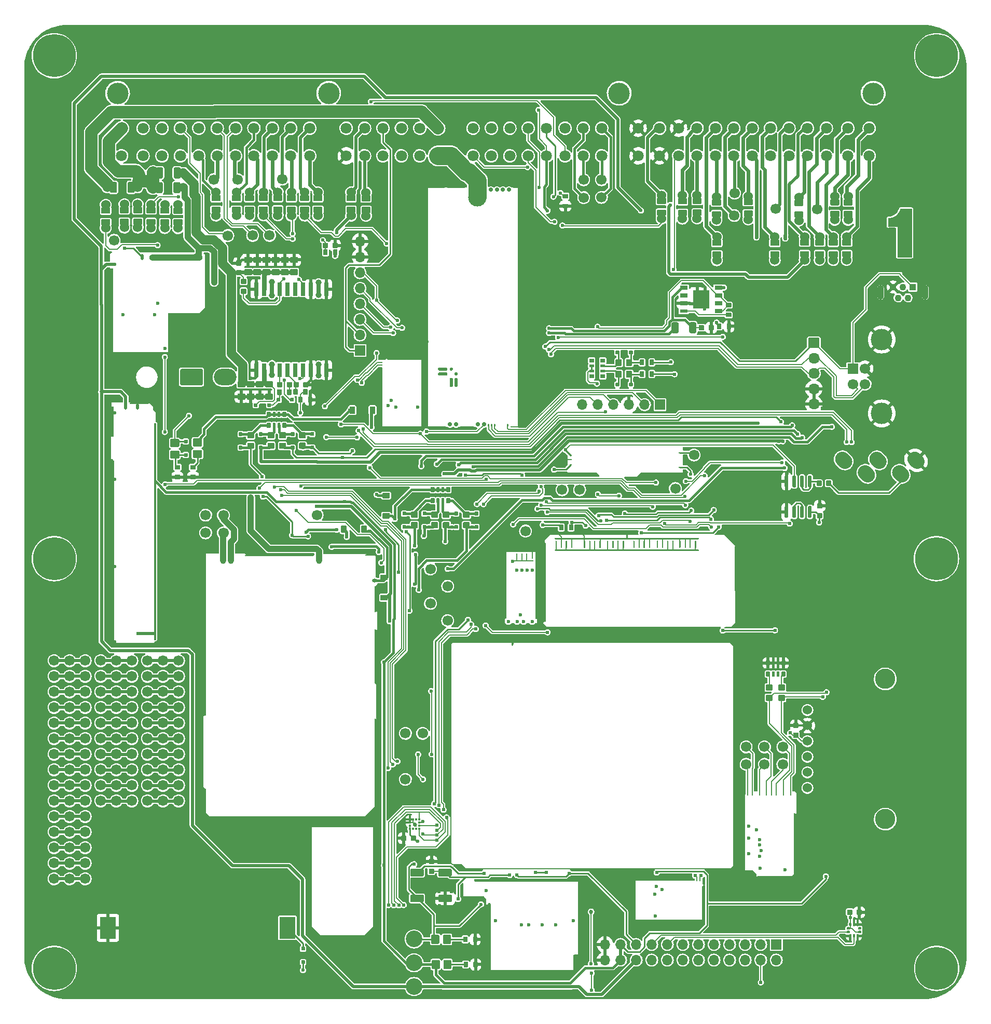
<source format=gtl>
G04 #@! TF.GenerationSoftware,KiCad,Pcbnew,(6.0.1)*
G04 #@! TF.CreationDate,2022-03-17T22:49:27+02:00*
G04 #@! TF.ProjectId,hellen64_NB1,68656c6c-656e-4363-945f-4e42312e6b69,b*
G04 #@! TF.SameCoordinates,PX141ef50PYa2cc1bc*
G04 #@! TF.FileFunction,Copper,L1,Top*
G04 #@! TF.FilePolarity,Positive*
%FSLAX46Y46*%
G04 Gerber Fmt 4.6, Leading zero omitted, Abs format (unit mm)*
G04 Created by KiCad (PCBNEW (6.0.1)) date 2022-03-17 22:49:27*
%MOMM*%
%LPD*%
G01*
G04 APERTURE LIST*
G04 #@! TA.AperFunction,EtchedComponent*
%ADD10C,0.100000*%
G04 #@! TD*
G04 #@! TA.AperFunction,SMDPad,CuDef*
%ADD11R,1.310000X0.650000*%
G04 #@! TD*
G04 #@! TA.AperFunction,SMDPad,CuDef*
%ADD12R,1.310000X0.600000*%
G04 #@! TD*
G04 #@! TA.AperFunction,SMDPad,CuDef*
%ADD13R,1.325000X1.500000*%
G04 #@! TD*
G04 #@! TA.AperFunction,ComponentPad*
%ADD14C,0.599999*%
G04 #@! TD*
G04 #@! TA.AperFunction,SMDPad,CuDef*
%ADD15O,14.449999X0.499999*%
G04 #@! TD*
G04 #@! TA.AperFunction,SMDPad,CuDef*
%ADD16O,0.499999X11.400000*%
G04 #@! TD*
G04 #@! TA.AperFunction,SMDPad,CuDef*
%ADD17O,17.400001X0.399999*%
G04 #@! TD*
G04 #@! TA.AperFunction,SMDPad,CuDef*
%ADD18O,1.200000X0.499999*%
G04 #@! TD*
G04 #@! TA.AperFunction,SMDPad,CuDef*
%ADD19O,0.499999X12.700000*%
G04 #@! TD*
G04 #@! TA.AperFunction,SMDPad,CuDef*
%ADD20O,0.499999X2.999999*%
G04 #@! TD*
G04 #@! TA.AperFunction,SMDPad,CuDef*
%ADD21O,0.499999X0.250000*%
G04 #@! TD*
G04 #@! TA.AperFunction,ComponentPad*
%ADD22C,1.524000*%
G04 #@! TD*
G04 #@! TA.AperFunction,ComponentPad*
%ADD23C,1.700000*%
G04 #@! TD*
G04 #@! TA.AperFunction,ComponentPad*
%ADD24R,1.700000X1.700000*%
G04 #@! TD*
G04 #@! TA.AperFunction,ComponentPad*
%ADD25O,1.700000X1.700000*%
G04 #@! TD*
G04 #@! TA.AperFunction,SMDPad,CuDef*
%ADD26C,2.700000*%
G04 #@! TD*
G04 #@! TA.AperFunction,SMDPad,CuDef*
%ADD27O,0.200000X14.399999*%
G04 #@! TD*
G04 #@! TA.AperFunction,SMDPad,CuDef*
%ADD28O,0.200000X25.849999*%
G04 #@! TD*
G04 #@! TA.AperFunction,SMDPad,CuDef*
%ADD29O,0.200000X4.149999*%
G04 #@! TD*
G04 #@! TA.AperFunction,SMDPad,CuDef*
%ADD30O,0.200000X4.249999*%
G04 #@! TD*
G04 #@! TA.AperFunction,SMDPad,CuDef*
%ADD31O,0.200000X3.600000*%
G04 #@! TD*
G04 #@! TA.AperFunction,SMDPad,CuDef*
%ADD32O,0.200000X8.824999*%
G04 #@! TD*
G04 #@! TA.AperFunction,SMDPad,CuDef*
%ADD33O,11.324999X0.200000*%
G04 #@! TD*
G04 #@! TA.AperFunction,SMDPad,CuDef*
%ADD34O,25.699999X0.200000*%
G04 #@! TD*
G04 #@! TA.AperFunction,SMDPad,CuDef*
%ADD35O,1.699999X0.200000*%
G04 #@! TD*
G04 #@! TA.AperFunction,SMDPad,CuDef*
%ADD36O,1.000001X1.500000*%
G04 #@! TD*
G04 #@! TA.AperFunction,SMDPad,CuDef*
%ADD37O,0.800001X0.599999*%
G04 #@! TD*
G04 #@! TA.AperFunction,ComponentPad*
%ADD38C,3.500120*%
G04 #@! TD*
G04 #@! TA.AperFunction,ComponentPad*
%ADD39C,1.800000*%
G04 #@! TD*
G04 #@! TA.AperFunction,ComponentPad*
%ADD40R,1.100000X1.100000*%
G04 #@! TD*
G04 #@! TA.AperFunction,ComponentPad*
%ADD41C,1.100000*%
G04 #@! TD*
G04 #@! TA.AperFunction,ComponentPad*
%ADD42O,1.100000X2.400000*%
G04 #@! TD*
G04 #@! TA.AperFunction,ComponentPad*
%ADD43C,3.500000*%
G04 #@! TD*
G04 #@! TA.AperFunction,SMDPad,CuDef*
%ADD44O,0.250000X0.499999*%
G04 #@! TD*
G04 #@! TA.AperFunction,SMDPad,CuDef*
%ADD45O,5.669999X0.200000*%
G04 #@! TD*
G04 #@! TA.AperFunction,SMDPad,CuDef*
%ADD46O,0.399999X9.800001*%
G04 #@! TD*
G04 #@! TA.AperFunction,SMDPad,CuDef*
%ADD47O,6.799999X0.200000*%
G04 #@! TD*
G04 #@! TA.AperFunction,SMDPad,CuDef*
%ADD48O,0.200000X11.100001*%
G04 #@! TD*
G04 #@! TA.AperFunction,ComponentPad*
%ADD49C,3.302000*%
G04 #@! TD*
G04 #@! TA.AperFunction,SMDPad,CuDef*
%ADD50O,0.200000X6.799999*%
G04 #@! TD*
G04 #@! TA.AperFunction,SMDPad,CuDef*
%ADD51O,9.800001X0.399999*%
G04 #@! TD*
G04 #@! TA.AperFunction,SMDPad,CuDef*
%ADD52O,0.200000X5.669999*%
G04 #@! TD*
G04 #@! TA.AperFunction,SMDPad,CuDef*
%ADD53O,11.100001X0.200000*%
G04 #@! TD*
G04 #@! TA.AperFunction,ComponentPad*
%ADD54C,7.000000*%
G04 #@! TD*
G04 #@! TA.AperFunction,SMDPad,CuDef*
%ADD55R,0.375000X0.350000*%
G04 #@! TD*
G04 #@! TA.AperFunction,SMDPad,CuDef*
%ADD56R,0.350000X0.375000*%
G04 #@! TD*
G04 #@! TA.AperFunction,SMDPad,CuDef*
%ADD57R,2.600000X3.600000*%
G04 #@! TD*
G04 #@! TA.AperFunction,SMDPad,CuDef*
%ADD58O,0.499999X1.000001*%
G04 #@! TD*
G04 #@! TA.AperFunction,SMDPad,CuDef*
%ADD59O,8.744829X1.000001*%
G04 #@! TD*
G04 #@! TA.AperFunction,SMDPad,CuDef*
%ADD60O,9.199999X0.200000*%
G04 #@! TD*
G04 #@! TA.AperFunction,SMDPad,CuDef*
%ADD61O,0.499999X0.200000*%
G04 #@! TD*
G04 #@! TA.AperFunction,SMDPad,CuDef*
%ADD62O,0.399999X9.000000*%
G04 #@! TD*
G04 #@! TA.AperFunction,SMDPad,CuDef*
%ADD63O,0.200000X13.800000*%
G04 #@! TD*
G04 #@! TA.AperFunction,SMDPad,CuDef*
%ADD64O,5.399999X0.399999*%
G04 #@! TD*
G04 #@! TA.AperFunction,SMDPad,CuDef*
%ADD65O,0.200000X6.500000*%
G04 #@! TD*
G04 #@! TA.AperFunction,ComponentPad*
%ADD66C,0.700000*%
G04 #@! TD*
G04 #@! TA.AperFunction,SMDPad,CuDef*
%ADD67C,3.000000*%
G04 #@! TD*
G04 #@! TA.AperFunction,SMDPad,CuDef*
%ADD68R,3.000000X0.250000*%
G04 #@! TD*
G04 #@! TA.AperFunction,SMDPad,CuDef*
%ADD69R,1.450000X0.250000*%
G04 #@! TD*
G04 #@! TA.AperFunction,SMDPad,CuDef*
%ADD70R,2.250000X0.250000*%
G04 #@! TD*
G04 #@! TA.AperFunction,SMDPad,CuDef*
%ADD71R,2.950000X0.250000*%
G04 #@! TD*
G04 #@! TA.AperFunction,SMDPad,CuDef*
%ADD72R,0.250000X39.250000*%
G04 #@! TD*
G04 #@! TA.AperFunction,SMDPad,CuDef*
%ADD73R,3.100000X0.250000*%
G04 #@! TD*
G04 #@! TA.AperFunction,SMDPad,CuDef*
%ADD74R,0.950000X0.250000*%
G04 #@! TD*
G04 #@! TA.AperFunction,ComponentPad*
%ADD75O,3.700000X2.700000*%
G04 #@! TD*
G04 #@! TA.AperFunction,SMDPad,CuDef*
%ADD76O,5.100000X0.200000*%
G04 #@! TD*
G04 #@! TA.AperFunction,SMDPad,CuDef*
%ADD77O,0.200000X11.100000*%
G04 #@! TD*
G04 #@! TA.AperFunction,SMDPad,CuDef*
%ADD78O,0.200000X0.950000*%
G04 #@! TD*
G04 #@! TA.AperFunction,ComponentPad*
%ADD79C,0.600000*%
G04 #@! TD*
G04 #@! TA.AperFunction,SMDPad,CuDef*
%ADD80O,3.500000X0.200000*%
G04 #@! TD*
G04 #@! TA.AperFunction,SMDPad,CuDef*
%ADD81O,0.250000X0.500000*%
G04 #@! TD*
G04 #@! TA.AperFunction,SMDPad,CuDef*
%ADD82O,5.800001X0.250000*%
G04 #@! TD*
G04 #@! TA.AperFunction,SMDPad,CuDef*
%ADD83O,0.250000X10.200000*%
G04 #@! TD*
G04 #@! TA.AperFunction,SMDPad,CuDef*
%ADD84O,0.200000X0.399999*%
G04 #@! TD*
G04 #@! TA.AperFunction,SMDPad,CuDef*
%ADD85O,0.399999X5.000000*%
G04 #@! TD*
G04 #@! TA.AperFunction,SMDPad,CuDef*
%ADD86O,0.399999X30.000001*%
G04 #@! TD*
G04 #@! TA.AperFunction,SMDPad,CuDef*
%ADD87O,7.200001X0.399999*%
G04 #@! TD*
G04 #@! TA.AperFunction,SMDPad,CuDef*
%ADD88O,3.099999X0.200000*%
G04 #@! TD*
G04 #@! TA.AperFunction,SMDPad,CuDef*
%ADD89O,2.999999X0.499999*%
G04 #@! TD*
G04 #@! TA.AperFunction,SMDPad,CuDef*
%ADD90O,0.399999X35.400000*%
G04 #@! TD*
G04 #@! TA.AperFunction,SMDPad,CuDef*
%ADD91R,0.800000X2.200000*%
G04 #@! TD*
G04 #@! TA.AperFunction,SMDPad,CuDef*
%ADD92R,2.032000X5.080000*%
G04 #@! TD*
G04 #@! TA.AperFunction,SMDPad,CuDef*
%ADD93R,11.430000X7.620000*%
G04 #@! TD*
G04 #@! TA.AperFunction,ComponentPad*
%ADD94O,1.850000X1.700000*%
G04 #@! TD*
G04 #@! TA.AperFunction,ViaPad*
%ADD95C,0.600000*%
G04 #@! TD*
G04 #@! TA.AperFunction,ViaPad*
%ADD96C,0.685800*%
G04 #@! TD*
G04 #@! TA.AperFunction,ViaPad*
%ADD97C,0.609600*%
G04 #@! TD*
G04 #@! TA.AperFunction,ViaPad*
%ADD98C,1.000000*%
G04 #@! TD*
G04 #@! TA.AperFunction,Conductor*
%ADD99C,0.508000*%
G04 #@! TD*
G04 #@! TA.AperFunction,Conductor*
%ADD100C,0.203200*%
G04 #@! TD*
G04 #@! TA.AperFunction,Conductor*
%ADD101C,0.200000*%
G04 #@! TD*
G04 #@! TA.AperFunction,Conductor*
%ADD102C,0.254000*%
G04 #@! TD*
G04 #@! TA.AperFunction,Conductor*
%ADD103C,0.400000*%
G04 #@! TD*
G04 #@! TA.AperFunction,Conductor*
%ADD104C,0.299720*%
G04 #@! TD*
G04 #@! TA.AperFunction,Conductor*
%ADD105C,2.000000*%
G04 #@! TD*
G04 #@! TA.AperFunction,Conductor*
%ADD106C,0.600000*%
G04 #@! TD*
G04 #@! TA.AperFunction,Conductor*
%ADD107C,1.000000*%
G04 #@! TD*
G04 #@! TA.AperFunction,Conductor*
%ADD108C,3.000000*%
G04 #@! TD*
G04 #@! TA.AperFunction,Conductor*
%ADD109C,0.500000*%
G04 #@! TD*
G04 #@! TA.AperFunction,Conductor*
%ADD110C,1.500000*%
G04 #@! TD*
G04 #@! TA.AperFunction,Conductor*
%ADD111C,0.800000*%
G04 #@! TD*
G04 APERTURE END LIST*
D10*
G04 #@! TO.C,G3*
X144907029Y121113053D02*
X142607029Y121113053D01*
X142607029Y121113053D02*
X142607029Y126013053D01*
X142607029Y126013053D02*
X142597029Y126063053D01*
X142597029Y126063053D02*
X142557029Y126103053D01*
X142557029Y126103053D02*
X142507029Y126113053D01*
X142507029Y126113053D02*
X141107029Y126113053D01*
X141107029Y126113053D02*
X141107029Y127413053D01*
X141107029Y127413053D02*
X141207029Y127413053D01*
X141207029Y127413053D02*
X141387029Y127433053D01*
X141387029Y127433053D02*
X141597029Y127473053D01*
X141597029Y127473053D02*
X141807029Y127543053D01*
X141807029Y127543053D02*
X141937029Y127593053D01*
X141937029Y127593053D02*
X142117029Y127683053D01*
X142117029Y127683053D02*
X142287029Y127793053D01*
X142287029Y127793053D02*
X142467029Y127933053D01*
X142467029Y127933053D02*
X142657029Y128123053D01*
X142657029Y128123053D02*
X142747029Y128243053D01*
X142747029Y128243053D02*
X142857029Y128403053D01*
X142857029Y128403053D02*
X142967029Y128603053D01*
X142967029Y128603053D02*
X143047029Y128793053D01*
X143047029Y128793053D02*
X143087029Y128913053D01*
X143087029Y128913053D02*
X144907029Y128913053D01*
X144907029Y128913053D02*
X144907029Y121113053D01*
G36*
X144907029Y121113053D02*
G01*
X142607029Y121113053D01*
X142607029Y126013053D01*
X142597029Y126063053D01*
X142557029Y126103053D01*
X142507029Y126113053D01*
X141107029Y126113053D01*
X141107029Y127413053D01*
X141207029Y127413053D01*
X141387029Y127433053D01*
X141597029Y127473053D01*
X141807029Y127543053D01*
X141937029Y127593053D01*
X142117029Y127683053D01*
X142287029Y127793053D01*
X142467029Y127933053D01*
X142657029Y128123053D01*
X142747029Y128243053D01*
X142857029Y128403053D01*
X142967029Y128603053D01*
X143047029Y128793053D01*
X143087029Y128913053D01*
X144907029Y128913053D01*
X144907029Y121113053D01*
G37*
X144907029Y121113053D02*
X142607029Y121113053D01*
X142607029Y126013053D01*
X142597029Y126063053D01*
X142557029Y126103053D01*
X142507029Y126113053D01*
X141107029Y126113053D01*
X141107029Y127413053D01*
X141207029Y127413053D01*
X141387029Y127433053D01*
X141597029Y127473053D01*
X141807029Y127543053D01*
X141937029Y127593053D01*
X142117029Y127683053D01*
X142287029Y127793053D01*
X142467029Y127933053D01*
X142657029Y128123053D01*
X142747029Y128243053D01*
X142857029Y128403053D01*
X142967029Y128603053D01*
X143047029Y128793053D01*
X143087029Y128913053D01*
X144907029Y128913053D01*
X144907029Y121113053D01*
G04 #@! TD*
D11*
G04 #@! TO.P,U6,1,OUT*
G04 #@! TO.N,+5VAS*
X107716679Y116085326D03*
G04 #@! TO.P,U6,2*
G04 #@! TO.N,unconnected-(U6-Pad2)*
X107716679Y114815326D03*
G04 #@! TO.P,U6,3,GND*
G04 #@! TO.N,GND*
X107716679Y113545326D03*
D12*
G04 #@! TO.P,U6,4,PG*
G04 #@! TO.N,Net-(R41-Pad2)*
X107716679Y112275326D03*
D11*
G04 #@! TO.P,U6,5,ADJ*
G04 #@! TO.N,+5V*
X113406679Y112275326D03*
G04 #@! TO.P,U6,6*
G04 #@! TO.N,unconnected-(U6-Pad6)*
X113406679Y113545326D03*
G04 #@! TO.P,U6,7,EN*
G04 #@! TO.N,+5V*
X113406679Y114815326D03*
G04 #@! TO.P,U6,8,IN*
G04 #@! TO.N,+12V*
X113406679Y116085326D03*
D13*
G04 #@! TO.P,U6,9,GND*
G04 #@! TO.N,GND*
X109899179Y114930326D03*
X109899179Y113430326D03*
X111224179Y113430326D03*
X111224179Y114930326D03*
G04 #@! TD*
G04 #@! TO.P,R41,2*
G04 #@! TO.N,Net-(R41-Pad2)*
G04 #@! TA.AperFunction,SMDPad,CuDef*
G36*
G01*
X114661680Y112005340D02*
X115441680Y112005340D01*
G75*
G02*
X115511680Y111935340I0J-70000D01*
G01*
X115511680Y111375340D01*
G75*
G02*
X115441680Y111305340I-70000J0D01*
G01*
X114661680Y111305340D01*
G75*
G02*
X114591680Y111375340I0J70000D01*
G01*
X114591680Y111935340D01*
G75*
G02*
X114661680Y112005340I70000J0D01*
G01*
G37*
G04 #@! TD.AperFunction*
G04 #@! TO.P,R41,1*
G04 #@! TO.N,+5V*
G04 #@! TA.AperFunction,SMDPad,CuDef*
G36*
G01*
X114661680Y113605340D02*
X115441680Y113605340D01*
G75*
G02*
X115511680Y113535340I0J-70000D01*
G01*
X115511680Y112975340D01*
G75*
G02*
X115441680Y112905340I-70000J0D01*
G01*
X114661680Y112905340D01*
G75*
G02*
X114591680Y112975340I0J70000D01*
G01*
X114591680Y113535340D01*
G75*
G02*
X114661680Y113605340I70000J0D01*
G01*
G37*
G04 #@! TD.AperFunction*
G04 #@! TD*
G04 #@! TO.P,R29,1*
G04 #@! TO.N,+5VA*
G04 #@! TA.AperFunction,SMDPad,CuDef*
G36*
G01*
X106646670Y108655340D02*
X105956670Y108655340D01*
G75*
G02*
X105726670Y108885340I0J230000D01*
G01*
X105726670Y110225340D01*
G75*
G02*
X105956670Y110455340I230000J0D01*
G01*
X106646670Y110455340D01*
G75*
G02*
X106876670Y110225340I0J-230000D01*
G01*
X106876670Y108885340D01*
G75*
G02*
X106646670Y108655340I-230000J0D01*
G01*
G37*
G04 #@! TD.AperFunction*
G04 #@! TO.P,R29,2*
G04 #@! TO.N,+5VAS*
G04 #@! TA.AperFunction,SMDPad,CuDef*
G36*
G01*
X109546690Y108655340D02*
X108856690Y108655340D01*
G75*
G02*
X108626690Y108885340I0J230000D01*
G01*
X108626690Y110225340D01*
G75*
G02*
X108856690Y110455340I230000J0D01*
G01*
X109546690Y110455340D01*
G75*
G02*
X109776690Y110225340I0J-230000D01*
G01*
X109776690Y108885340D01*
G75*
G02*
X109546690Y108655340I-230000J0D01*
G01*
G37*
G04 #@! TD.AperFunction*
G04 #@! TD*
G04 #@! TO.P,C22,2*
G04 #@! TO.N,+5VAS*
G04 #@! TA.AperFunction,SMDPad,CuDef*
G36*
G01*
X111036679Y109895340D02*
X111036679Y109215340D01*
G75*
G02*
X110951679Y109130340I-85000J0D01*
G01*
X110271679Y109130340D01*
G75*
G02*
X110186679Y109215340I0J85000D01*
G01*
X110186679Y109895340D01*
G75*
G02*
X110271679Y109980340I85000J0D01*
G01*
X110951679Y109980340D01*
G75*
G02*
X111036679Y109895340I0J-85000D01*
G01*
G37*
G04 #@! TD.AperFunction*
G04 #@! TO.P,C22,1*
G04 #@! TO.N,GND*
G04 #@! TA.AperFunction,SMDPad,CuDef*
G36*
G01*
X112616681Y109895340D02*
X112616681Y109215340D01*
G75*
G02*
X112531681Y109130340I-85000J0D01*
G01*
X111851681Y109130340D01*
G75*
G02*
X111766681Y109215340I0J85000D01*
G01*
X111766681Y109895340D01*
G75*
G02*
X111851681Y109980340I85000J0D01*
G01*
X112531681Y109980340D01*
G75*
G02*
X112616681Y109895340I0J-85000D01*
G01*
G37*
G04 #@! TD.AperFunction*
G04 #@! TD*
G04 #@! TO.P,S1,1*
G04 #@! TO.N,/BOOT0*
G04 #@! TA.AperFunction,SMDPad,CuDef*
G36*
G01*
X63221680Y21305341D02*
X65181680Y21305341D01*
G75*
G02*
X65301680Y21185341I0J-120000D01*
G01*
X65301680Y20225341D01*
G75*
G02*
X65181680Y20105341I-120000J0D01*
G01*
X63221680Y20105341D01*
G75*
G02*
X63101680Y20225341I0J120000D01*
G01*
X63101680Y21185341D01*
G75*
G02*
X63221680Y21305341I120000J0D01*
G01*
G37*
G04 #@! TD.AperFunction*
G04 #@! TO.P,S1,2*
G04 #@! TO.N,+3V3*
G04 #@! TA.AperFunction,SMDPad,CuDef*
G36*
G01*
X63221680Y17105340D02*
X65181680Y17105340D01*
G75*
G02*
X65301680Y16985340I0J-120000D01*
G01*
X65301680Y16025340D01*
G75*
G02*
X65181680Y15905340I-120000J0D01*
G01*
X63221680Y15905340D01*
G75*
G02*
X63101680Y16025340I0J120000D01*
G01*
X63101680Y16985340D01*
G75*
G02*
X63221680Y17105340I120000J0D01*
G01*
G37*
G04 #@! TD.AperFunction*
G04 #@! TD*
G04 #@! TO.P,S2,1*
G04 #@! TO.N,/NRESET*
G04 #@! TA.AperFunction,SMDPad,CuDef*
G36*
G01*
X67796680Y21305341D02*
X69756680Y21305341D01*
G75*
G02*
X69876680Y21185341I0J-120000D01*
G01*
X69876680Y20225341D01*
G75*
G02*
X69756680Y20105341I-120000J0D01*
G01*
X67796680Y20105341D01*
G75*
G02*
X67676680Y20225341I0J120000D01*
G01*
X67676680Y21185341D01*
G75*
G02*
X67796680Y21305341I120000J0D01*
G01*
G37*
G04 #@! TD.AperFunction*
G04 #@! TO.P,S2,2*
G04 #@! TO.N,GND*
G04 #@! TA.AperFunction,SMDPad,CuDef*
G36*
G01*
X67796680Y17105340D02*
X69756680Y17105340D01*
G75*
G02*
X69876680Y16985340I0J-120000D01*
G01*
X69876680Y16025340D01*
G75*
G02*
X69756680Y15905340I-120000J0D01*
G01*
X67796680Y15905340D01*
G75*
G02*
X67676680Y16025340I0J120000D01*
G01*
X67676680Y16985340D01*
G75*
G02*
X67796680Y17105340I120000J0D01*
G01*
G37*
G04 #@! TD.AperFunction*
G04 #@! TD*
D14*
G04 #@! TO.P,M4,V7,SD_MISO*
G04 #@! TO.N,/SD_MISO*
X86843539Y12220030D03*
G04 #@! TO.P,M4,V6,SD_SCK*
G04 #@! TO.N,/SD_SCK*
X84618537Y12220030D03*
G04 #@! TO.P,M4,V5,SD_MOSI*
G04 #@! TO.N,/SD_MOSI*
X82443543Y12220030D03*
G04 #@! TO.P,M4,V4,SD_CS*
G04 #@! TO.N,/SD_CS*
X81268539Y12220030D03*
G04 #@! TO.P,M4,V3,GND*
G04 #@! TO.N,GND*
X89747567Y12899094D03*
G04 #@! TO.P,M4,V2,GND*
X77043549Y12890031D03*
G04 #@! TO.P,M4,V1,V33*
G04 #@! TO.N,+3V3*
X75468535Y17795040D03*
D15*
G04 #@! TO.P,M4,G,GND*
G04 #@! TO.N,GND*
X82988541Y4570030D03*
D16*
X76018539Y10107529D03*
D17*
X82218547Y19395047D03*
D18*
X90318541Y7120058D03*
D19*
X90718540Y13232532D03*
D20*
X89968539Y5845064D03*
G04 #@! TD*
D21*
G04 #@! TO.P,M9,E1,V5A*
G04 #@! TO.N,+5VA*
X89261466Y87168744D03*
G04 #@! TO.P,M9,E2,GND*
G04 #@! TO.N,GND*
X89261466Y88043744D03*
G04 #@! TO.P,M9,E3,OUT_KNOCK*
G04 #@! TO.N,/IN_KNOCK*
X89261466Y88743745D03*
G04 #@! TO.P,M9,W1,IN_KNOCK*
G04 #@! TO.N,/IN_KNOCK_RAW*
X107086464Y89193744D03*
G04 #@! TO.P,M9,W2,VREF*
G04 #@! TO.N,/VREF2*
X107086464Y86793741D03*
G04 #@! TD*
G04 #@! TO.P,R8,1,1*
G04 #@! TO.N,/OUT_BOOST*
G04 #@! TA.AperFunction,SMDPad,CuDef*
G36*
G01*
X128075000Y121049999D02*
X126825000Y121049999D01*
G75*
G02*
X126725000Y121149999I0J100000D01*
G01*
X126725000Y121949999D01*
G75*
G02*
X126825000Y122049999I100000J0D01*
G01*
X128075000Y122049999D01*
G75*
G02*
X128175000Y121949999I0J-100000D01*
G01*
X128175000Y121149999D01*
G75*
G02*
X128075000Y121049999I-100000J0D01*
G01*
G37*
G04 #@! TD.AperFunction*
D22*
X127450000Y120595000D03*
G04 #@! TO.P,R8,2,2*
G04 #@! TO.N,/3T*
X127450000Y124405000D03*
G04 #@! TA.AperFunction,SMDPad,CuDef*
G36*
G01*
X128075000Y122950021D02*
X126825000Y122950021D01*
G75*
G02*
X126725000Y123050021I0J100000D01*
G01*
X126725000Y123850021D01*
G75*
G02*
X126825000Y123950021I100000J0D01*
G01*
X128075000Y123950021D01*
G75*
G02*
X128175000Y123850021I0J-100000D01*
G01*
X128175000Y123050021D01*
G75*
G02*
X128075000Y122950021I-100000J0D01*
G01*
G37*
G04 #@! TD.AperFunction*
G04 #@! TD*
G04 #@! TO.P,R32,1,1*
G04 #@! TO.N,/OUT_O2H*
G04 #@! TA.AperFunction,SMDPad,CuDef*
G36*
G01*
X48649428Y128280339D02*
X47399428Y128280339D01*
G75*
G02*
X47299428Y128380339I0J100000D01*
G01*
X47299428Y129180339D01*
G75*
G02*
X47399428Y129280339I100000J0D01*
G01*
X48649428Y129280339D01*
G75*
G02*
X48749428Y129180339I0J-100000D01*
G01*
X48749428Y128380339D01*
G75*
G02*
X48649428Y128280339I-100000J0D01*
G01*
G37*
G04 #@! TD.AperFunction*
X48024428Y127825340D03*
G04 #@! TO.P,R32,2,2*
G04 #@! TO.N,/1U*
X48024428Y131635340D03*
G04 #@! TA.AperFunction,SMDPad,CuDef*
G36*
G01*
X48649428Y130180361D02*
X47399428Y130180361D01*
G75*
G02*
X47299428Y130280361I0J100000D01*
G01*
X47299428Y131080361D01*
G75*
G02*
X47399428Y131180361I100000J0D01*
G01*
X48649428Y131180361D01*
G75*
G02*
X48749428Y131080361I0J-100000D01*
G01*
X48749428Y130280361D01*
G75*
G02*
X48649428Y130180361I-100000J0D01*
G01*
G37*
G04 #@! TD.AperFunction*
G04 #@! TD*
D23*
G04 #@! TO.P,P5,1,Pin_1*
G04 #@! TO.N,/IO8*
X62302380Y35910220D03*
G04 #@! TD*
G04 #@! TO.P,P6,1,Pin_1*
G04 #@! TO.N,/IO13*
X62302380Y43412400D03*
G04 #@! TD*
G04 #@! TO.P,P47,1,Pin_1*
G04 #@! TO.N,/1N*
X40126680Y124605340D03*
G04 #@! TD*
G04 #@! TO.P,R2,1*
G04 #@! TO.N,Net-(D10-Pad2)*
G04 #@! TA.AperFunction,SMDPad,CuDef*
G36*
G01*
X24710000Y87162500D02*
X25490000Y87162500D01*
G75*
G02*
X25560000Y87092500I0J-70000D01*
G01*
X25560000Y86532500D01*
G75*
G02*
X25490000Y86462500I-70000J0D01*
G01*
X24710000Y86462500D01*
G75*
G02*
X24640000Y86532500I0J70000D01*
G01*
X24640000Y87092500D01*
G75*
G02*
X24710000Y87162500I70000J0D01*
G01*
G37*
G04 #@! TD.AperFunction*
G04 #@! TO.P,R2,2*
G04 #@! TO.N,GND*
G04 #@! TA.AperFunction,SMDPad,CuDef*
G36*
G01*
X24710000Y85562500D02*
X25490000Y85562500D01*
G75*
G02*
X25560000Y85492500I0J-70000D01*
G01*
X25560000Y84932500D01*
G75*
G02*
X25490000Y84862500I-70000J0D01*
G01*
X24710000Y84862500D01*
G75*
G02*
X24640000Y84932500I0J70000D01*
G01*
X24640000Y85492500D01*
G75*
G02*
X24710000Y85562500I70000J0D01*
G01*
G37*
G04 #@! TD.AperFunction*
G04 #@! TD*
D24*
G04 #@! TO.P,J27,1,Pin_1*
G04 #@! TO.N,Net-(J27-Pad1)*
X103851680Y97005340D03*
D25*
G04 #@! TO.P,J27,2,Pin_2*
G04 #@! TO.N,Net-(J27-Pad2)*
X101311680Y97005340D03*
G04 #@! TO.P,J27,3,Pin_3*
G04 #@! TO.N,GND*
X98771680Y97005340D03*
G04 #@! TO.P,J27,4,Pin_4*
G04 #@! TO.N,Net-(J27-Pad4)*
X96231680Y97005340D03*
G04 #@! TO.P,J27,5,Pin_5*
G04 #@! TO.N,Net-(J27-Pad5)*
X93691680Y97005340D03*
G04 #@! TO.P,J27,6,Pin_6*
G04 #@! TO.N,unconnected-(J27-Pad6)*
X91151680Y97005340D03*
G04 #@! TD*
G04 #@! TO.P,R4,1*
G04 #@! TO.N,/IN_MAF*
G04 #@! TA.AperFunction,SMDPad,CuDef*
G36*
G01*
X113151680Y109390340D02*
X113151680Y110170340D01*
G75*
G02*
X113221680Y110240340I70000J0D01*
G01*
X113781680Y110240340D01*
G75*
G02*
X113851680Y110170340I0J-70000D01*
G01*
X113851680Y109390340D01*
G75*
G02*
X113781680Y109320340I-70000J0D01*
G01*
X113221680Y109320340D01*
G75*
G02*
X113151680Y109390340I0J70000D01*
G01*
G37*
G04 #@! TD.AperFunction*
G04 #@! TO.P,R4,2*
G04 #@! TO.N,GND*
G04 #@! TA.AperFunction,SMDPad,CuDef*
G36*
G01*
X114751680Y109390340D02*
X114751680Y110170340D01*
G75*
G02*
X114821680Y110240340I70000J0D01*
G01*
X115381680Y110240340D01*
G75*
G02*
X115451680Y110170340I0J-70000D01*
G01*
X115451680Y109390340D01*
G75*
G02*
X115381680Y109320340I-70000J0D01*
G01*
X114821680Y109320340D01*
G75*
G02*
X114751680Y109390340I0J70000D01*
G01*
G37*
G04 #@! TD.AperFunction*
G04 #@! TD*
D23*
G04 #@! TO.P,P19,1,Pin_1*
G04 #@! TO.N,/3L*
X115951680Y127855340D03*
G04 #@! TD*
D26*
G04 #@! TO.P,J19,1,Pin_1*
G04 #@! TO.N,+12V*
X63719659Y2136041D03*
G04 #@! TD*
G04 #@! TO.P,C3,1*
G04 #@! TO.N,GND*
G04 #@! TA.AperFunction,SMDPad,CuDef*
G36*
G01*
X61596678Y25965340D02*
X61596678Y26645340D01*
G75*
G02*
X61681678Y26730340I85000J0D01*
G01*
X62361678Y26730340D01*
G75*
G02*
X62446678Y26645340I0J-85000D01*
G01*
X62446678Y25965340D01*
G75*
G02*
X62361678Y25880340I-85000J0D01*
G01*
X61681678Y25880340D01*
G75*
G02*
X61596678Y25965340I0J85000D01*
G01*
G37*
G04 #@! TD.AperFunction*
G04 #@! TO.P,C3,2*
G04 #@! TO.N,+3V3*
G04 #@! TA.AperFunction,SMDPad,CuDef*
G36*
G01*
X63176680Y25965340D02*
X63176680Y26645340D01*
G75*
G02*
X63261680Y26730340I85000J0D01*
G01*
X63941680Y26730340D01*
G75*
G02*
X64026680Y26645340I0J-85000D01*
G01*
X64026680Y25965340D01*
G75*
G02*
X63941680Y25880340I-85000J0D01*
G01*
X63261680Y25880340D01*
G75*
G02*
X63176680Y25965340I0J85000D01*
G01*
G37*
G04 #@! TD.AperFunction*
G04 #@! TD*
D23*
G04 #@! TO.P,G4,1*
G04 #@! TO.N,Net-(G4-Pad1)*
X20210000Y45097322D03*
G04 #@! TO.P,G4,2*
G04 #@! TO.N,Net-(G4-Pad12)*
X20210000Y47637322D03*
G04 #@! TO.P,G4,3*
G04 #@! TO.N,Net-(G4-Pad13)*
X20210000Y50177322D03*
G04 #@! TO.P,G4,4*
G04 #@! TO.N,Net-(G4-Pad14)*
X20210000Y52717322D03*
G04 #@! TO.P,G4,5*
G04 #@! TO.N,Net-(G4-Pad10)*
X20210000Y55257322D03*
G04 #@! TO.P,G4,6*
G04 #@! TO.N,Net-(G4-Pad1)*
X22750000Y45097322D03*
G04 #@! TO.P,G4,7*
G04 #@! TO.N,Net-(G4-Pad12)*
X22750000Y47637322D03*
G04 #@! TO.P,G4,8*
G04 #@! TO.N,Net-(G4-Pad13)*
X22750000Y50177322D03*
G04 #@! TO.P,G4,9*
G04 #@! TO.N,Net-(G4-Pad14)*
X22750000Y52717322D03*
G04 #@! TO.P,G4,10*
G04 #@! TO.N,Net-(G4-Pad10)*
X22750000Y55257322D03*
G04 #@! TO.P,G4,11*
G04 #@! TO.N,Net-(G4-Pad1)*
X25290000Y45097322D03*
G04 #@! TO.P,G4,12*
G04 #@! TO.N,Net-(G4-Pad12)*
X25290000Y47637322D03*
G04 #@! TO.P,G4,13*
G04 #@! TO.N,Net-(G4-Pad13)*
X25290000Y50177322D03*
G04 #@! TO.P,G4,14*
G04 #@! TO.N,Net-(G4-Pad14)*
X25290000Y52717322D03*
G04 #@! TO.P,G4,15*
G04 #@! TO.N,Net-(G4-Pad10)*
X25290000Y55257322D03*
G04 #@! TD*
G04 #@! TO.P,R9,1*
G04 #@! TO.N,Net-(C8-Pad1)*
G04 #@! TA.AperFunction,SMDPad,CuDef*
G36*
G01*
X44026680Y98690340D02*
X44026680Y99470340D01*
G75*
G02*
X44096680Y99540340I70000J0D01*
G01*
X44656680Y99540340D01*
G75*
G02*
X44726680Y99470340I0J-70000D01*
G01*
X44726680Y98690340D01*
G75*
G02*
X44656680Y98620340I-70000J0D01*
G01*
X44096680Y98620340D01*
G75*
G02*
X44026680Y98690340I0J70000D01*
G01*
G37*
G04 #@! TD.AperFunction*
G04 #@! TO.P,R9,2*
G04 #@! TO.N,/ETB_EN*
G04 #@! TA.AperFunction,SMDPad,CuDef*
G36*
G01*
X45626680Y98690340D02*
X45626680Y99470340D01*
G75*
G02*
X45696680Y99540340I70000J0D01*
G01*
X46256680Y99540340D01*
G75*
G02*
X46326680Y99470340I0J-70000D01*
G01*
X46326680Y98690340D01*
G75*
G02*
X46256680Y98620340I-70000J0D01*
G01*
X45696680Y98620340D01*
G75*
G02*
X45626680Y98690340I0J70000D01*
G01*
G37*
G04 #@! TD.AperFunction*
G04 #@! TD*
G04 #@! TO.P,P10,1,Pin_1*
G04 #@! TO.N,/2N*
X91401680Y130755340D03*
G04 #@! TD*
D22*
G04 #@! TO.P,R21,1,1*
G04 #@! TO.N,/IN_TEMP_OR_PPS2*
X55876680Y127800319D03*
G04 #@! TA.AperFunction,SMDPad,CuDef*
G36*
G01*
X56501680Y128255318D02*
X55251680Y128255318D01*
G75*
G02*
X55151680Y128355318I0J100000D01*
G01*
X55151680Y129155318D01*
G75*
G02*
X55251680Y129255318I100000J0D01*
G01*
X56501680Y129255318D01*
G75*
G02*
X56601680Y129155318I0J-100000D01*
G01*
X56601680Y128355318D01*
G75*
G02*
X56501680Y128255318I-100000J0D01*
G01*
G37*
G04 #@! TD.AperFunction*
G04 #@! TO.P,R21,2,2*
G04 #@! TO.N,Net-(P2-Pad66)*
G04 #@! TA.AperFunction,SMDPad,CuDef*
G36*
G01*
X56501680Y130155340D02*
X55251680Y130155340D01*
G75*
G02*
X55151680Y130255340I0J100000D01*
G01*
X55151680Y131055340D01*
G75*
G02*
X55251680Y131155340I100000J0D01*
G01*
X56501680Y131155340D01*
G75*
G02*
X56601680Y131055340I0J-100000D01*
G01*
X56601680Y130255340D01*
G75*
G02*
X56501680Y130155340I-100000J0D01*
G01*
G37*
G04 #@! TD.AperFunction*
X55876680Y131610319D03*
G04 #@! TD*
D23*
G04 #@! TO.P,P12,1,Pin_1*
G04 #@! TO.N,/OUT_SOLENOID_A1*
X29701680Y79005340D03*
G04 #@! TD*
G04 #@! TO.P,G12,1*
G04 #@! TO.N,Net-(G12-Pad1)*
X12590000Y32397322D03*
G04 #@! TO.P,G12,2*
G04 #@! TO.N,Net-(G12-Pad12)*
X12590000Y34937322D03*
G04 #@! TO.P,G12,3*
G04 #@! TO.N,Net-(G12-Pad13)*
X12590000Y37477322D03*
G04 #@! TO.P,G12,4*
G04 #@! TO.N,Net-(G12-Pad14)*
X12590000Y40017322D03*
G04 #@! TO.P,G12,5*
G04 #@! TO.N,Net-(G12-Pad10)*
X12590000Y42557322D03*
G04 #@! TO.P,G12,6*
G04 #@! TO.N,Net-(G12-Pad1)*
X15130000Y32397322D03*
G04 #@! TO.P,G12,7*
G04 #@! TO.N,Net-(G12-Pad12)*
X15130000Y34937322D03*
G04 #@! TO.P,G12,8*
G04 #@! TO.N,Net-(G12-Pad13)*
X15130000Y37477322D03*
G04 #@! TO.P,G12,9*
G04 #@! TO.N,Net-(G12-Pad14)*
X15130000Y40017322D03*
G04 #@! TO.P,G12,10*
G04 #@! TO.N,Net-(G12-Pad10)*
X15130000Y42557322D03*
G04 #@! TO.P,G12,11*
G04 #@! TO.N,Net-(G12-Pad1)*
X17670000Y32397322D03*
G04 #@! TO.P,G12,12*
G04 #@! TO.N,Net-(G12-Pad12)*
X17670000Y34937322D03*
G04 #@! TO.P,G12,13*
G04 #@! TO.N,Net-(G12-Pad13)*
X17670000Y37477322D03*
G04 #@! TO.P,G12,14*
G04 #@! TO.N,Net-(G12-Pad14)*
X17670000Y40017322D03*
G04 #@! TO.P,G12,15*
G04 #@! TO.N,Net-(G12-Pad10)*
X17670000Y42557322D03*
G04 #@! TD*
D27*
G04 #@! TO.P,M5,G,GND*
G04 #@! TO.N,GND*
X57389993Y38601063D03*
D28*
X29641557Y59196722D03*
D29*
X29639995Y32385711D03*
G04 #@! TA.AperFunction,SMDPad,CuDef*
G36*
G01*
X30281049Y29751948D02*
X30281049Y29751948D01*
G75*
G02*
X30139627Y29751948I-70711J70711D01*
G01*
X29573941Y30317634D01*
G75*
G02*
X29573941Y30459056I70711J70711D01*
G01*
X29573941Y30459056D01*
G75*
G02*
X29715363Y30459056I70711J-70711D01*
G01*
X30281049Y29893370D01*
G75*
G02*
X30281049Y29751948I-70711J-70711D01*
G01*
G37*
G04 #@! TD.AperFunction*
G04 #@! TA.AperFunction,SMDPad,CuDef*
G36*
G01*
X57441065Y31485197D02*
X57441065Y31485197D01*
G75*
G02*
X57441065Y31343775I-70711J-70711D01*
G01*
X55864217Y29766927D01*
G75*
G02*
X55722795Y29766927I-70711J70711D01*
G01*
X55722795Y29766927D01*
G75*
G02*
X55722795Y29908349I70711J70711D01*
G01*
X57299643Y31485197D01*
G75*
G02*
X57441065Y31485197I70711J-70711D01*
G01*
G37*
G04 #@! TD.AperFunction*
D30*
X57391527Y65321721D03*
D31*
X57541542Y70631720D03*
D32*
X57389990Y55959347D03*
D33*
X41691538Y72396721D03*
G04 #@! TA.AperFunction,SMDPad,CuDef*
G36*
G01*
X57506862Y72489596D02*
X57577572Y72418886D01*
G75*
G02*
X57577572Y72277464I-70711J-70711D01*
G01*
X57577572Y72277464D01*
G75*
G02*
X57436150Y72277464I-70711J70711D01*
G01*
X57365440Y72348174D01*
G75*
G02*
X57365440Y72489596I70711J70711D01*
G01*
X57365440Y72489596D01*
G75*
G02*
X57506862Y72489596I70711J-70711D01*
G01*
G37*
G04 #@! TD.AperFunction*
D34*
X43016547Y29821710D03*
D35*
X56641543Y72456720D03*
D36*
G04 #@! TO.P,M5,S4,OUT_SOLENOID_B1*
G04 #@! TO.N,/OUT_SOLENOID_B1*
X32559110Y71817999D03*
G04 #@! TO.P,M5,S5,OUT_SOLENOID_B2*
G04 #@! TO.N,/OUT_SOLENOID_B2*
X33814975Y71817999D03*
G04 #@! TO.P,M5,S11,V12_RAW*
G04 #@! TO.N,+12V_RAW*
X48190001Y71817999D03*
D37*
G04 #@! TO.P,M5,W5,V12P*
G04 #@! TO.N,+12V_PROT*
X57244999Y68321715D03*
G04 #@! TD*
D22*
G04 #@! TO.P,R36,1,1*
G04 #@! TO.N,/OUT_AC_FAN_RELAY*
X31401680Y127825340D03*
G04 #@! TA.AperFunction,SMDPad,CuDef*
G36*
G01*
X32026680Y128280339D02*
X30776680Y128280339D01*
G75*
G02*
X30676680Y128380339I0J100000D01*
G01*
X30676680Y129180339D01*
G75*
G02*
X30776680Y129280339I100000J0D01*
G01*
X32026680Y129280339D01*
G75*
G02*
X32126680Y129180339I0J-100000D01*
G01*
X32126680Y128380339D01*
G75*
G02*
X32026680Y128280339I-100000J0D01*
G01*
G37*
G04 #@! TD.AperFunction*
G04 #@! TO.P,R36,2,2*
G04 #@! TO.N,Net-(P2-Pad5)*
G04 #@! TA.AperFunction,SMDPad,CuDef*
G36*
G01*
X32026680Y130180361D02*
X30776680Y130180361D01*
G75*
G02*
X30676680Y130280361I0J100000D01*
G01*
X30676680Y131080361D01*
G75*
G02*
X30776680Y131180361I100000J0D01*
G01*
X32026680Y131180361D01*
G75*
G02*
X32126680Y131080361I0J-100000D01*
G01*
X32126680Y130280361D01*
G75*
G02*
X32026680Y130180361I-100000J0D01*
G01*
G37*
G04 #@! TD.AperFunction*
X31401680Y131635340D03*
G04 #@! TD*
G04 #@! TO.P,D1,1,A*
G04 #@! TO.N,+5V*
G04 #@! TA.AperFunction,SMDPad,CuDef*
G36*
G01*
X67906019Y6350340D02*
X67906019Y5110340D01*
G75*
G02*
X67776019Y4980340I-130000J0D01*
G01*
X66736019Y4980340D01*
G75*
G02*
X66606019Y5110340I0J130000D01*
G01*
X66606019Y6350340D01*
G75*
G02*
X66736019Y6480340I130000J0D01*
G01*
X67776019Y6480340D01*
G75*
G02*
X67906019Y6350340I0J-130000D01*
G01*
G37*
G04 #@! TD.AperFunction*
G04 #@! TO.P,D1,2,K*
G04 #@! TO.N,Net-(D1-Pad2)*
G04 #@! TA.AperFunction,SMDPad,CuDef*
G36*
G01*
X69806040Y6350340D02*
X69806040Y5110340D01*
G75*
G02*
X69676040Y4980340I-130000J0D01*
G01*
X68636040Y4980340D01*
G75*
G02*
X68506040Y5110340I0J130000D01*
G01*
X68506040Y6350340D01*
G75*
G02*
X68636040Y6480340I130000J0D01*
G01*
X69676040Y6480340D01*
G75*
G02*
X69806040Y6350340I0J-130000D01*
G01*
G37*
G04 #@! TD.AperFunction*
G04 #@! TD*
G04 #@! TO.P,R48,1,1*
G04 #@! TO.N,/IN_CLUTCH*
G04 #@! TA.AperFunction,SMDPad,CuDef*
G36*
G01*
X113701680Y127555318D02*
X112451680Y127555318D01*
G75*
G02*
X112351680Y127655318I0J100000D01*
G01*
X112351680Y128455318D01*
G75*
G02*
X112451680Y128555318I100000J0D01*
G01*
X113701680Y128555318D01*
G75*
G02*
X113801680Y128455318I0J-100000D01*
G01*
X113801680Y127655318D01*
G75*
G02*
X113701680Y127555318I-100000J0D01*
G01*
G37*
G04 #@! TD.AperFunction*
X113076680Y127100319D03*
G04 #@! TO.P,R48,2,2*
G04 #@! TO.N,/3I*
X113076680Y130910319D03*
G04 #@! TA.AperFunction,SMDPad,CuDef*
G36*
G01*
X113701680Y129455340D02*
X112451680Y129455340D01*
G75*
G02*
X112351680Y129555340I0J100000D01*
G01*
X112351680Y130355340D01*
G75*
G02*
X112451680Y130455340I100000J0D01*
G01*
X113701680Y130455340D01*
G75*
G02*
X113801680Y130355340I0J-100000D01*
G01*
X113801680Y129555340D01*
G75*
G02*
X113701680Y129455340I-100000J0D01*
G01*
G37*
G04 #@! TD.AperFunction*
G04 #@! TD*
G04 #@! TO.P,D15,1,K*
G04 #@! TO.N,Net-(D15-Pad1)*
G04 #@! TA.AperFunction,SMDPad,CuDef*
G36*
G01*
X62411889Y79496090D02*
X62411889Y79016090D01*
G75*
G02*
X62351889Y78956090I-60000J0D01*
G01*
X61871889Y78956090D01*
G75*
G02*
X61811889Y79016090I0J60000D01*
G01*
X61811889Y79496090D01*
G75*
G02*
X61871889Y79556090I60000J0D01*
G01*
X62351889Y79556090D01*
G75*
G02*
X62411889Y79496090I0J-60000D01*
G01*
G37*
G04 #@! TD.AperFunction*
G04 #@! TO.P,D15,2,A*
G04 #@! TO.N,/OUT_INJ1*
G04 #@! TA.AperFunction,SMDPad,CuDef*
G36*
G01*
X62411889Y77296090D02*
X62411889Y76816090D01*
G75*
G02*
X62351889Y76756090I-60000J0D01*
G01*
X61871889Y76756090D01*
G75*
G02*
X61811889Y76816090I0J60000D01*
G01*
X61811889Y77296090D01*
G75*
G02*
X61871889Y77356090I60000J0D01*
G01*
X62351889Y77356090D01*
G75*
G02*
X62411889Y77296090I0J-60000D01*
G01*
G37*
G04 #@! TD.AperFunction*
G04 #@! TD*
G04 #@! TO.P,C7,1*
G04 #@! TO.N,GND*
G04 #@! TA.AperFunction,SMDPad,CuDef*
G36*
G01*
X34790197Y120526785D02*
X35470197Y120526785D01*
G75*
G02*
X35555197Y120441785I0J-85000D01*
G01*
X35555197Y119761785D01*
G75*
G02*
X35470197Y119676785I-85000J0D01*
G01*
X34790197Y119676785D01*
G75*
G02*
X34705197Y119761785I0J85000D01*
G01*
X34705197Y120441785D01*
G75*
G02*
X34790197Y120526785I85000J0D01*
G01*
G37*
G04 #@! TD.AperFunction*
G04 #@! TO.P,C7,2*
G04 #@! TO.N,+12V_ETB*
G04 #@! TA.AperFunction,SMDPad,CuDef*
G36*
G01*
X34790197Y118946783D02*
X35470197Y118946783D01*
G75*
G02*
X35555197Y118861783I0J-85000D01*
G01*
X35555197Y118181783D01*
G75*
G02*
X35470197Y118096783I-85000J0D01*
G01*
X34790197Y118096783D01*
G75*
G02*
X34705197Y118181783I0J85000D01*
G01*
X34705197Y118861783D01*
G75*
G02*
X34790197Y118946783I85000J0D01*
G01*
G37*
G04 #@! TD.AperFunction*
G04 #@! TD*
G04 #@! TO.P,C1,1*
G04 #@! TO.N,GND*
G04 #@! TA.AperFunction,SMDPad,CuDef*
G36*
G01*
X66211680Y22945341D02*
X66891680Y22945341D01*
G75*
G02*
X66976680Y22860341I0J-85000D01*
G01*
X66976680Y22180341D01*
G75*
G02*
X66891680Y22095341I-85000J0D01*
G01*
X66211680Y22095341D01*
G75*
G02*
X66126680Y22180341I0J85000D01*
G01*
X66126680Y22860341D01*
G75*
G02*
X66211680Y22945341I85000J0D01*
G01*
G37*
G04 #@! TD.AperFunction*
G04 #@! TO.P,C1,2*
G04 #@! TO.N,/NRESET*
G04 #@! TA.AperFunction,SMDPad,CuDef*
G36*
G01*
X66211680Y21365339D02*
X66891680Y21365339D01*
G75*
G02*
X66976680Y21280339I0J-85000D01*
G01*
X66976680Y20600339D01*
G75*
G02*
X66891680Y20515339I-85000J0D01*
G01*
X66211680Y20515339D01*
G75*
G02*
X66126680Y20600339I0J85000D01*
G01*
X66126680Y21280339D01*
G75*
G02*
X66211680Y21365339I85000J0D01*
G01*
G37*
G04 #@! TD.AperFunction*
G04 #@! TD*
D23*
G04 #@! TO.P,P15,1,Pin_1*
G04 #@! TO.N,/2M*
X91401680Y133680340D03*
G04 #@! TD*
G04 #@! TO.P,D6,1,A*
G04 #@! TO.N,Net-(D12-Pad1)*
G04 #@! TA.AperFunction,SMDPad,CuDef*
G36*
G01*
X71811891Y79556089D02*
X72711891Y79556089D01*
G75*
G02*
X72811891Y79456089I0J-100000D01*
G01*
X72811891Y78656089D01*
G75*
G02*
X72711891Y78556089I-100000J0D01*
G01*
X71811891Y78556089D01*
G75*
G02*
X71711891Y78656089I0J100000D01*
G01*
X71711891Y79456089D01*
G75*
G02*
X71811891Y79556089I100000J0D01*
G01*
G37*
G04 #@! TD.AperFunction*
G04 #@! TO.P,D6,2,K*
G04 #@! TO.N,/OUT_INJ4*
G04 #@! TA.AperFunction,SMDPad,CuDef*
G36*
G01*
X71811891Y77856089D02*
X72711891Y77856089D01*
G75*
G02*
X72811891Y77756089I0J-100000D01*
G01*
X72811891Y76956089D01*
G75*
G02*
X72711891Y76856089I-100000J0D01*
G01*
X71811891Y76856089D01*
G75*
G02*
X71711891Y76956089I0J100000D01*
G01*
X71711891Y77756089D01*
G75*
G02*
X71811891Y77856089I100000J0D01*
G01*
G37*
G04 #@! TD.AperFunction*
G04 #@! TD*
G04 #@! TO.P,C4,1*
G04 #@! TO.N,Net-(C4-Pad1)*
G04 #@! TA.AperFunction,SMDPad,CuDef*
G36*
G01*
X131806682Y84545340D02*
X131806682Y83865340D01*
G75*
G02*
X131721682Y83780340I-85000J0D01*
G01*
X131041682Y83780340D01*
G75*
G02*
X130956682Y83865340I0J85000D01*
G01*
X130956682Y84545340D01*
G75*
G02*
X131041682Y84630340I85000J0D01*
G01*
X131721682Y84630340D01*
G75*
G02*
X131806682Y84545340I0J-85000D01*
G01*
G37*
G04 #@! TD.AperFunction*
G04 #@! TO.P,C4,2*
G04 #@! TO.N,Net-(C4-Pad2)*
G04 #@! TA.AperFunction,SMDPad,CuDef*
G36*
G01*
X130226680Y84545340D02*
X130226680Y83865340D01*
G75*
G02*
X130141680Y83780340I-85000J0D01*
G01*
X129461680Y83780340D01*
G75*
G02*
X129376680Y83865340I0J85000D01*
G01*
X129376680Y84545340D01*
G75*
G02*
X129461680Y84630340I85000J0D01*
G01*
X130141680Y84630340D01*
G75*
G02*
X130226680Y84545340I0J-85000D01*
G01*
G37*
G04 #@! TD.AperFunction*
G04 #@! TD*
G04 #@! TO.P,R24,1,1*
G04 #@! TO.N,/IN_O2S2*
G04 #@! TA.AperFunction,SMDPad,CuDef*
G36*
G01*
X113751680Y121005339D02*
X112501680Y121005339D01*
G75*
G02*
X112401680Y121105339I0J100000D01*
G01*
X112401680Y121905339D01*
G75*
G02*
X112501680Y122005339I100000J0D01*
G01*
X113751680Y122005339D01*
G75*
G02*
X113851680Y121905339I0J-100000D01*
G01*
X113851680Y121105339D01*
G75*
G02*
X113751680Y121005339I-100000J0D01*
G01*
G37*
G04 #@! TD.AperFunction*
D22*
X113126680Y120550340D03*
G04 #@! TO.P,R24,2,2*
G04 #@! TO.N,/3J*
G04 #@! TA.AperFunction,SMDPad,CuDef*
G36*
G01*
X113751680Y122905361D02*
X112501680Y122905361D01*
G75*
G02*
X112401680Y123005361I0J100000D01*
G01*
X112401680Y123805361D01*
G75*
G02*
X112501680Y123905361I100000J0D01*
G01*
X113751680Y123905361D01*
G75*
G02*
X113851680Y123805361I0J-100000D01*
G01*
X113851680Y123005361D01*
G75*
G02*
X113751680Y122905361I-100000J0D01*
G01*
G37*
G04 #@! TD.AperFunction*
X113126680Y124360340D03*
G04 #@! TD*
G04 #@! TO.P,D28,1,K*
G04 #@! TO.N,+12V_PROT*
G04 #@! TA.AperFunction,SMDPad,CuDef*
G36*
G01*
X55996680Y77215340D02*
X55996680Y76195340D01*
G75*
G02*
X55906680Y76105340I-90000J0D01*
G01*
X55186680Y76105340D01*
G75*
G02*
X55096680Y76195340I0J90000D01*
G01*
X55096680Y77215340D01*
G75*
G02*
X55186680Y77305340I90000J0D01*
G01*
X55906680Y77305340D01*
G75*
G02*
X55996680Y77215340I0J-90000D01*
G01*
G37*
G04 #@! TD.AperFunction*
G04 #@! TO.P,D28,2,A*
G04 #@! TO.N,/OUT_BOOST*
G04 #@! TA.AperFunction,SMDPad,CuDef*
G36*
G01*
X52696680Y77215340D02*
X52696680Y76195340D01*
G75*
G02*
X52606680Y76105340I-90000J0D01*
G01*
X51886680Y76105340D01*
G75*
G02*
X51796680Y76195340I0J90000D01*
G01*
X51796680Y77215340D01*
G75*
G02*
X51886680Y77305340I90000J0D01*
G01*
X52606680Y77305340D01*
G75*
G02*
X52696680Y77215340I0J-90000D01*
G01*
G37*
G04 #@! TD.AperFunction*
G04 #@! TD*
G04 #@! TO.P,R33,1,1*
G04 #@! TO.N,/OUT_AC_RELAY*
X43701680Y127825340D03*
G04 #@! TA.AperFunction,SMDPad,CuDef*
G36*
G01*
X44326680Y128280339D02*
X43076680Y128280339D01*
G75*
G02*
X42976680Y128380339I0J100000D01*
G01*
X42976680Y129180339D01*
G75*
G02*
X43076680Y129280339I100000J0D01*
G01*
X44326680Y129280339D01*
G75*
G02*
X44426680Y129180339I0J-100000D01*
G01*
X44426680Y128380339D01*
G75*
G02*
X44326680Y128280339I-100000J0D01*
G01*
G37*
G04 #@! TD.AperFunction*
G04 #@! TO.P,R33,2,2*
G04 #@! TO.N,Net-(P2-Pad10)*
G04 #@! TA.AperFunction,SMDPad,CuDef*
G36*
G01*
X44326680Y130180361D02*
X43076680Y130180361D01*
G75*
G02*
X42976680Y130280361I0J100000D01*
G01*
X42976680Y131080361D01*
G75*
G02*
X43076680Y131180361I100000J0D01*
G01*
X44326680Y131180361D01*
G75*
G02*
X44426680Y131080361I0J-100000D01*
G01*
X44426680Y130280361D01*
G75*
G02*
X44326680Y130180361I-100000J0D01*
G01*
G37*
G04 #@! TD.AperFunction*
X43701680Y131635340D03*
G04 #@! TD*
G04 #@! TO.P,D12,1,K*
G04 #@! TO.N,Net-(D12-Pad1)*
G04 #@! TA.AperFunction,SMDPad,CuDef*
G36*
G01*
X74199386Y79494591D02*
X74199386Y79014591D01*
G75*
G02*
X74139386Y78954591I-60000J0D01*
G01*
X73659386Y78954591D01*
G75*
G02*
X73599386Y79014591I0J60000D01*
G01*
X73599386Y79494591D01*
G75*
G02*
X73659386Y79554591I60000J0D01*
G01*
X74139386Y79554591D01*
G75*
G02*
X74199386Y79494591I0J-60000D01*
G01*
G37*
G04 #@! TD.AperFunction*
G04 #@! TO.P,D12,2,A*
G04 #@! TO.N,/OUT_INJ4*
G04 #@! TA.AperFunction,SMDPad,CuDef*
G36*
G01*
X74199386Y77294591D02*
X74199386Y76814591D01*
G75*
G02*
X74139386Y76754591I-60000J0D01*
G01*
X73659386Y76754591D01*
G75*
G02*
X73599386Y76814591I0J60000D01*
G01*
X73599386Y77294591D01*
G75*
G02*
X73659386Y77354591I60000J0D01*
G01*
X74139386Y77354591D01*
G75*
G02*
X74199386Y77294591I0J-60000D01*
G01*
G37*
G04 #@! TD.AperFunction*
G04 #@! TD*
G04 #@! TO.P,R42,1,1*
G04 #@! TO.N,+12V_PERM*
G04 #@! TA.AperFunction,SMDPad,CuDef*
G36*
G01*
X14016221Y126259437D02*
X12766221Y126259437D01*
G75*
G02*
X12666221Y126359437I0J100000D01*
G01*
X12666221Y127159437D01*
G75*
G02*
X12766221Y127259437I100000J0D01*
G01*
X14016221Y127259437D01*
G75*
G02*
X14116221Y127159437I0J-100000D01*
G01*
X14116221Y126359437D01*
G75*
G02*
X14016221Y126259437I-100000J0D01*
G01*
G37*
G04 #@! TD.AperFunction*
X13391221Y125804438D03*
G04 #@! TO.P,R42,2,2*
G04 #@! TO.N,/1A*
X13391221Y129614438D03*
G04 #@! TA.AperFunction,SMDPad,CuDef*
G36*
G01*
X14016221Y128159459D02*
X12766221Y128159459D01*
G75*
G02*
X12666221Y128259459I0J100000D01*
G01*
X12666221Y129059459D01*
G75*
G02*
X12766221Y129159459I100000J0D01*
G01*
X14016221Y129159459D01*
G75*
G02*
X14116221Y129059459I0J-100000D01*
G01*
X14116221Y128259459D01*
G75*
G02*
X14016221Y128159459I-100000J0D01*
G01*
G37*
G04 #@! TD.AperFunction*
G04 #@! TD*
D38*
G04 #@! TO.P,P2,*
G04 #@! TO.N,*
X138640980Y147779760D03*
X15340980Y147779760D03*
X49790980Y147779760D03*
X97190980Y147779760D03*
D39*
G04 #@! TO.P,P2,1,1A*
G04 #@! TO.N,/1A*
X15990980Y137579120D03*
G04 #@! TO.P,P2,2,1C*
G04 #@! TO.N,/1C*
X19488560Y137579120D03*
G04 #@! TO.P,P2,3,1E*
G04 #@! TO.N,/1E*
X22589900Y137579120D03*
G04 #@! TO.P,P2,4,1G*
G04 #@! TO.N,/1G*
X25589640Y137579120D03*
G04 #@! TO.P,P2,5,1I*
G04 #@! TO.N,Net-(P2-Pad5)*
X28589380Y137579120D03*
G04 #@! TO.P,P2,6,1K*
G04 #@! TO.N,Net-(P2-Pad6)*
X31589120Y137579120D03*
G04 #@! TO.P,P2,7,1M*
G04 #@! TO.N,/1M*
X34588860Y137579120D03*
G04 #@! TO.P,P2,8,1O*
G04 #@! TO.N,/1O*
X37588600Y137579120D03*
G04 #@! TO.P,P2,9,1Q*
G04 #@! TO.N,/1Q*
X40588340Y137579120D03*
G04 #@! TO.P,P2,10,1S*
G04 #@! TO.N,Net-(P2-Pad10)*
X43588080Y137579120D03*
G04 #@! TO.P,P2,11,1U*
G04 #@! TO.N,/1U*
X46689420Y137579120D03*
G04 #@! TO.P,P2,12,1B*
G04 #@! TO.N,/1B*
X15990980Y142080000D03*
G04 #@! TO.P,P2,13,1D*
G04 #@! TO.N,/1D*
X19488560Y142080000D03*
G04 #@! TO.P,P2,14,1F*
G04 #@! TO.N,/1F*
X22589900Y142080000D03*
G04 #@! TO.P,P2,15,1H*
G04 #@! TO.N,/1H*
X25589640Y142080000D03*
G04 #@! TO.P,P2,16,1J*
G04 #@! TO.N,/1J*
X28589380Y142080000D03*
G04 #@! TO.P,P2,17,1L*
G04 #@! TO.N,/1L*
X31589120Y142080000D03*
G04 #@! TO.P,P2,18,1N*
G04 #@! TO.N,/1N*
X34588860Y142080000D03*
G04 #@! TO.P,P2,19,1P*
G04 #@! TO.N,/1P*
X37588600Y142080000D03*
G04 #@! TO.P,P2,20,1R*
G04 #@! TO.N,Net-(P2-Pad20)*
X40588340Y142080000D03*
G04 #@! TO.P,P2,21,1T*
G04 #@! TO.N,Net-(P2-Pad21)*
X43588080Y142080000D03*
G04 #@! TO.P,P2,22,1V*
G04 #@! TO.N,/1V*
X46689420Y142080000D03*
G04 #@! TO.P,P2,23,2A*
G04 #@! TO.N,/IN_PRESSURE*
X73340980Y137579120D03*
G04 #@! TO.P,P2,24,2C*
G04 #@! TO.N,/IN_AFR*
X76340720Y137579120D03*
G04 #@! TO.P,P2,25,2E*
G04 #@! TO.N,/IN_CLT*
X79340460Y137579120D03*
G04 #@! TO.P,P2,26,2G*
G04 #@! TO.N,/IN_O2S3*
X82340200Y137579120D03*
G04 #@! TO.P,P2,27,2I*
G04 #@! TO.N,+5VAS*
X85342480Y137579120D03*
G04 #@! TO.P,P2,28,2K*
G04 #@! TO.N,/OUT_TACH*
X88342220Y137579120D03*
G04 #@! TO.P,P2,29,2M*
G04 #@! TO.N,/2M*
X91341960Y137579120D03*
G04 #@! TO.P,P2,30,2O*
G04 #@! TO.N,/2O*
X94341700Y137579120D03*
G04 #@! TO.P,P2,31,2B*
G04 #@! TO.N,/IN_IAT*
X73340980Y142080000D03*
G04 #@! TO.P,P2,32,2D*
G04 #@! TO.N,/IN_VSS*
X76340720Y142080000D03*
G04 #@! TO.P,P2,33,2F*
G04 #@! TO.N,/IN_KNOCK_RAW*
X79340460Y142080000D03*
G04 #@! TO.P,P2,34,2H*
G04 #@! TO.N,/IN_CAM*
X82340200Y142080000D03*
G04 #@! TO.P,P2,35,2J*
G04 #@! TO.N,/IN_CRANK*
X85342480Y142080000D03*
G04 #@! TO.P,P2,36,2L*
G04 #@! TO.N,/IN_MAF*
X88342220Y142080000D03*
G04 #@! TO.P,P2,37,2N*
G04 #@! TO.N,/2N*
X91341960Y142080000D03*
G04 #@! TO.P,P2,38,2P*
G04 #@! TO.N,/2P*
X94341700Y142080000D03*
G04 #@! TO.P,P2,39,3A*
G04 #@! TO.N,GND*
X100287840Y137579120D03*
G04 #@! TO.P,P2,40,3C*
X103787960Y137579120D03*
G04 #@! TO.P,P2,41,3E*
G04 #@! TO.N,/IN_TPS*
X106891840Y137579120D03*
G04 #@! TO.P,P2,42,3G*
G04 #@! TO.N,/3G*
X109891580Y137579120D03*
G04 #@! TO.P,P2,43,3I*
G04 #@! TO.N,/3I*
X112891320Y137579120D03*
G04 #@! TO.P,P2,44,3K*
G04 #@! TO.N,/3K*
X115891060Y137579120D03*
G04 #@! TO.P,P2,45,3M*
G04 #@! TO.N,/OUT_IDLE*
X118890800Y137579120D03*
G04 #@! TO.P,P2,46,3O*
G04 #@! TO.N,+12V_RAW*
X121890540Y137579120D03*
G04 #@! TO.P,P2,47,3Q*
G04 #@! TO.N,/OUT_VICS*
X124890280Y137579120D03*
G04 #@! TO.P,P2,48,3S*
G04 #@! TO.N,/3S*
X127890020Y137579120D03*
G04 #@! TO.P,P2,49,3U*
G04 #@! TO.N,/3U*
X130991360Y137579120D03*
G04 #@! TO.P,P2,50,3W*
G04 #@! TO.N,/3W*
X134491480Y137579120D03*
G04 #@! TO.P,P2,51,3Y*
G04 #@! TO.N,/3Y*
X137991600Y137579120D03*
G04 #@! TO.P,P2,52,3B*
G04 #@! TO.N,GND*
X100287840Y142080000D03*
G04 #@! TO.P,P2,53,3D*
G04 #@! TO.N,/3D*
X103787960Y142080000D03*
G04 #@! TO.P,P2,54,3F*
G04 #@! TO.N,GND*
X106891840Y142080000D03*
G04 #@! TO.P,P2,55,3H*
G04 #@! TO.N,/3H*
X109891580Y142080000D03*
G04 #@! TO.P,P2,56,3J*
G04 #@! TO.N,/3J*
X112891320Y142080000D03*
G04 #@! TO.P,P2,57,3L*
G04 #@! TO.N,/3L*
X115891060Y142080000D03*
G04 #@! TO.P,P2,58,3N*
G04 #@! TO.N,/3N*
X118890800Y142080000D03*
G04 #@! TO.P,P2,59,3P*
G04 #@! TO.N,Net-(P2-Pad59)*
X121890540Y142080000D03*
G04 #@! TO.P,P2,60,3R*
G04 #@! TO.N,/3R*
X124890280Y142080000D03*
G04 #@! TO.P,P2,61,3T*
G04 #@! TO.N,/3T*
X127890020Y142080000D03*
G04 #@! TO.P,P2,62,3V*
G04 #@! TO.N,/3V*
X130991360Y142080000D03*
G04 #@! TO.P,P2,63,3X*
G04 #@! TO.N,/3X*
X134491480Y142080000D03*
G04 #@! TO.P,P2,64,3Z*
G04 #@! TO.N,/3Z*
X137991600Y142080000D03*
G04 #@! TO.P,P2,65,4A*
G04 #@! TO.N,GND*
X52640980Y137579120D03*
G04 #@! TO.P,P2,66,4C*
G04 #@! TO.N,Net-(P2-Pad66)*
X55640720Y137579120D03*
G04 #@! TO.P,P2,67,4E*
G04 #@! TO.N,/OUT_VVT*
X58640460Y137579120D03*
G04 #@! TO.P,P2,68,4G*
G04 #@! TO.N,/WBO_Vs{slash}Ip*
X61640200Y137579120D03*
G04 #@! TO.P,P2,69,4I*
G04 #@! TO.N,/WBO_R_Trim*
X64642480Y137579120D03*
G04 #@! TO.P,P2,70,4K*
G04 #@! TO.N,/4K*
X67642220Y137579120D03*
G04 #@! TO.P,P2,71,4B*
G04 #@! TO.N,/IN_DIGITAL*
X52640980Y142080000D03*
G04 #@! TO.P,P2,72,4D*
G04 #@! TO.N,Net-(P2-Pad72)*
X55640720Y142080000D03*
G04 #@! TO.P,P2,73,4F*
G04 #@! TO.N,+5VAS*
X58640460Y142080000D03*
G04 #@! TO.P,P2,74,4H*
G04 #@! TO.N,/WBO_Vs*
X61640200Y142080000D03*
G04 #@! TO.P,P2,75,4J*
G04 #@! TO.N,/WBO_Ip*
X64642480Y142080000D03*
G04 #@! TO.P,P2,76,4L*
G04 #@! TO.N,/4L*
X67642220Y142080000D03*
G04 #@! TD*
G04 #@! TO.P,D22,1,K*
G04 #@! TO.N,Net-(D18-Pad1)*
G04 #@! TA.AperFunction,SMDPad,CuDef*
G36*
G01*
X38989177Y92443841D02*
X38989177Y91963841D01*
G75*
G02*
X38929177Y91903841I-60000J0D01*
G01*
X38449177Y91903841D01*
G75*
G02*
X38389177Y91963841I0J60000D01*
G01*
X38389177Y92443841D01*
G75*
G02*
X38449177Y92503841I60000J0D01*
G01*
X38929177Y92503841D01*
G75*
G02*
X38989177Y92443841I0J-60000D01*
G01*
G37*
G04 #@! TD.AperFunction*
G04 #@! TO.P,D22,2,A*
G04 #@! TO.N,/OUT_IDLE*
G04 #@! TA.AperFunction,SMDPad,CuDef*
G36*
G01*
X38989177Y90243841D02*
X38989177Y89763841D01*
G75*
G02*
X38929177Y89703841I-60000J0D01*
G01*
X38449177Y89703841D01*
G75*
G02*
X38389177Y89763841I0J60000D01*
G01*
X38389177Y90243841D01*
G75*
G02*
X38449177Y90303841I60000J0D01*
G01*
X38929177Y90303841D01*
G75*
G02*
X38989177Y90243841I0J-60000D01*
G01*
G37*
G04 #@! TD.AperFunction*
G04 #@! TD*
D23*
G04 #@! TO.P,P56,1,Pin_1*
G04 #@! TO.N,Net-(P2-Pad21)*
X42200000Y133780340D03*
G04 #@! TD*
G04 #@! TO.P,P52,1,Pin_1*
G04 #@! TO.N,/3U*
X129494479Y128900000D03*
G04 #@! TD*
G04 #@! TO.P,D11,1,A*
G04 #@! TO.N,+12V_PROT*
G04 #@! TA.AperFunction,SMDPad,CuDef*
G36*
G01*
X28995000Y90212521D02*
X27755000Y90212521D01*
G75*
G02*
X27625000Y90342521I0J130000D01*
G01*
X27625000Y91382521D01*
G75*
G02*
X27755000Y91512521I130000J0D01*
G01*
X28995000Y91512521D01*
G75*
G02*
X29125000Y91382521I0J-130000D01*
G01*
X29125000Y90342521D01*
G75*
G02*
X28995000Y90212521I-130000J0D01*
G01*
G37*
G04 #@! TD.AperFunction*
G04 #@! TO.P,D11,2,K*
G04 #@! TO.N,Net-(D11-Pad2)*
G04 #@! TA.AperFunction,SMDPad,CuDef*
G36*
G01*
X28995000Y88312500D02*
X27755000Y88312500D01*
G75*
G02*
X27625000Y88442500I0J130000D01*
G01*
X27625000Y89482500D01*
G75*
G02*
X27755000Y89612500I130000J0D01*
G01*
X28995000Y89612500D01*
G75*
G02*
X29125000Y89482500I0J-130000D01*
G01*
X29125000Y88442500D01*
G75*
G02*
X28995000Y88312500I-130000J0D01*
G01*
G37*
G04 #@! TD.AperFunction*
G04 #@! TD*
G04 #@! TO.P,C17,1*
G04 #@! TO.N,+12V_ETB*
G04 #@! TA.AperFunction,SMDPad,CuDef*
G36*
G01*
X39526680Y100830340D02*
X40576680Y100830340D01*
G75*
G02*
X40676680Y100730340I0J-100000D01*
G01*
X40676680Y99930340D01*
G75*
G02*
X40576680Y99830340I-100000J0D01*
G01*
X39526680Y99830340D01*
G75*
G02*
X39426680Y99930340I0J100000D01*
G01*
X39426680Y100730340D01*
G75*
G02*
X39526680Y100830340I100000J0D01*
G01*
G37*
G04 #@! TD.AperFunction*
G04 #@! TO.P,C17,2*
G04 #@! TO.N,GND*
G04 #@! TA.AperFunction,SMDPad,CuDef*
G36*
G01*
X39526680Y98830340D02*
X40576680Y98830340D01*
G75*
G02*
X40676680Y98730340I0J-100000D01*
G01*
X40676680Y97930340D01*
G75*
G02*
X40576680Y97830340I-100000J0D01*
G01*
X39526680Y97830340D01*
G75*
G02*
X39426680Y97930340I0J100000D01*
G01*
X39426680Y98730340D01*
G75*
G02*
X39526680Y98830340I100000J0D01*
G01*
G37*
G04 #@! TD.AperFunction*
G04 #@! TD*
G04 #@! TO.P,P44,1,Pin_1*
G04 #@! TO.N,/IN_SENS3*
X90726680Y83130340D03*
G04 #@! TD*
G04 #@! TO.P,P13,1,Pin_1*
G04 #@! TO.N,/OUT_SOLENOID_B1*
X32601680Y76105340D03*
G04 #@! TD*
G04 #@! TO.P,R11,1*
G04 #@! TO.N,/IN_PRESSURE*
G04 #@! TA.AperFunction,SMDPad,CuDef*
G36*
G01*
X88011680Y131355340D02*
X88791680Y131355340D01*
G75*
G02*
X88861680Y131285340I0J-70000D01*
G01*
X88861680Y130725340D01*
G75*
G02*
X88791680Y130655340I-70000J0D01*
G01*
X88011680Y130655340D01*
G75*
G02*
X87941680Y130725340I0J70000D01*
G01*
X87941680Y131285340D01*
G75*
G02*
X88011680Y131355340I70000J0D01*
G01*
G37*
G04 #@! TD.AperFunction*
G04 #@! TO.P,R11,2*
G04 #@! TO.N,GND*
G04 #@! TA.AperFunction,SMDPad,CuDef*
G36*
G01*
X88011680Y129755340D02*
X88791680Y129755340D01*
G75*
G02*
X88861680Y129685340I0J-70000D01*
G01*
X88861680Y129125340D01*
G75*
G02*
X88791680Y129055340I-70000J0D01*
G01*
X88011680Y129055340D01*
G75*
G02*
X87941680Y129125340I0J70000D01*
G01*
X87941680Y129685340D01*
G75*
G02*
X88011680Y129755340I70000J0D01*
G01*
G37*
G04 #@! TD.AperFunction*
G04 #@! TD*
G04 #@! TO.P,R6,1*
G04 #@! TO.N,+12V_PROT*
G04 #@! TA.AperFunction,SMDPad,CuDef*
G36*
G01*
X69611889Y83491090D02*
X69611889Y82821090D01*
G75*
G02*
X69546889Y82756090I-65000J0D01*
G01*
X69026889Y82756090D01*
G75*
G02*
X68961889Y82821090I0J65000D01*
G01*
X68961889Y83491090D01*
G75*
G02*
X69026889Y83556090I65000J0D01*
G01*
X69546889Y83556090D01*
G75*
G02*
X69611889Y83491090I0J-65000D01*
G01*
G37*
G04 #@! TD.AperFunction*
G04 #@! TO.P,R6,2*
G04 #@! TA.AperFunction,SMDPad,CuDef*
G36*
G01*
X68636889Y83511090D02*
X68636889Y82801090D01*
G75*
G02*
X68591889Y82756090I-45000J0D01*
G01*
X68231889Y82756090D01*
G75*
G02*
X68186889Y82801090I0J45000D01*
G01*
X68186889Y83511090D01*
G75*
G02*
X68231889Y83556090I45000J0D01*
G01*
X68591889Y83556090D01*
G75*
G02*
X68636889Y83511090I0J-45000D01*
G01*
G37*
G04 #@! TD.AperFunction*
G04 #@! TO.P,R6,3*
G04 #@! TA.AperFunction,SMDPad,CuDef*
G36*
G01*
X67836889Y83511090D02*
X67836889Y82801090D01*
G75*
G02*
X67791889Y82756090I-45000J0D01*
G01*
X67431889Y82756090D01*
G75*
G02*
X67386889Y82801090I0J45000D01*
G01*
X67386889Y83511090D01*
G75*
G02*
X67431889Y83556090I45000J0D01*
G01*
X67791889Y83556090D01*
G75*
G02*
X67836889Y83511090I0J-45000D01*
G01*
G37*
G04 #@! TD.AperFunction*
G04 #@! TO.P,R6,4*
G04 #@! TA.AperFunction,SMDPad,CuDef*
G36*
G01*
X67061889Y83491090D02*
X67061889Y82821090D01*
G75*
G02*
X66996889Y82756090I-65000J0D01*
G01*
X66476889Y82756090D01*
G75*
G02*
X66411889Y82821090I0J65000D01*
G01*
X66411889Y83491090D01*
G75*
G02*
X66476889Y83556090I65000J0D01*
G01*
X66996889Y83556090D01*
G75*
G02*
X67061889Y83491090I0J-65000D01*
G01*
G37*
G04 #@! TD.AperFunction*
G04 #@! TO.P,R6,5*
G04 #@! TO.N,Net-(D15-Pad1)*
G04 #@! TA.AperFunction,SMDPad,CuDef*
G36*
G01*
X67061889Y81691090D02*
X67061889Y81021090D01*
G75*
G02*
X66996889Y80956090I-65000J0D01*
G01*
X66476889Y80956090D01*
G75*
G02*
X66411889Y81021090I0J65000D01*
G01*
X66411889Y81691090D01*
G75*
G02*
X66476889Y81756090I65000J0D01*
G01*
X66996889Y81756090D01*
G75*
G02*
X67061889Y81691090I0J-65000D01*
G01*
G37*
G04 #@! TD.AperFunction*
G04 #@! TO.P,R6,6*
G04 #@! TO.N,Net-(D14-Pad1)*
G04 #@! TA.AperFunction,SMDPad,CuDef*
G36*
G01*
X67836889Y81711090D02*
X67836889Y81001090D01*
G75*
G02*
X67791889Y80956090I-45000J0D01*
G01*
X67431889Y80956090D01*
G75*
G02*
X67386889Y81001090I0J45000D01*
G01*
X67386889Y81711090D01*
G75*
G02*
X67431889Y81756090I45000J0D01*
G01*
X67791889Y81756090D01*
G75*
G02*
X67836889Y81711090I0J-45000D01*
G01*
G37*
G04 #@! TD.AperFunction*
G04 #@! TO.P,R6,7*
G04 #@! TO.N,Net-(D13-Pad1)*
G04 #@! TA.AperFunction,SMDPad,CuDef*
G36*
G01*
X68636889Y81711090D02*
X68636889Y81001090D01*
G75*
G02*
X68591889Y80956090I-45000J0D01*
G01*
X68231889Y80956090D01*
G75*
G02*
X68186889Y81001090I0J45000D01*
G01*
X68186889Y81711090D01*
G75*
G02*
X68231889Y81756090I45000J0D01*
G01*
X68591889Y81756090D01*
G75*
G02*
X68636889Y81711090I0J-45000D01*
G01*
G37*
G04 #@! TD.AperFunction*
G04 #@! TO.P,R6,8*
G04 #@! TO.N,Net-(D12-Pad1)*
G04 #@! TA.AperFunction,SMDPad,CuDef*
G36*
G01*
X69611889Y81691090D02*
X69611889Y81021090D01*
G75*
G02*
X69546889Y80956090I-65000J0D01*
G01*
X69026889Y80956090D01*
G75*
G02*
X68961889Y81021090I0J65000D01*
G01*
X68961889Y81691090D01*
G75*
G02*
X69026889Y81756090I65000J0D01*
G01*
X69546889Y81756090D01*
G75*
G02*
X69611889Y81691090I0J-65000D01*
G01*
G37*
G04 #@! TD.AperFunction*
G04 #@! TD*
D26*
G04 #@! TO.P,J20,1,Pin_1*
G04 #@! TO.N,+5V*
X63719659Y6008843D03*
G04 #@! TD*
D23*
G04 #@! TO.P,P29,1,Pin_1*
G04 #@! TO.N,/OUT_IGN5*
X120901680Y41205340D03*
G04 #@! TD*
G04 #@! TO.P,R43,1,1*
G04 #@! TO.N,/OUT_BOOST*
G04 #@! TA.AperFunction,SMDPad,CuDef*
G36*
G01*
X54051680Y128280339D02*
X52801680Y128280339D01*
G75*
G02*
X52701680Y128380339I0J100000D01*
G01*
X52701680Y129180339D01*
G75*
G02*
X52801680Y129280339I100000J0D01*
G01*
X54051680Y129280339D01*
G75*
G02*
X54151680Y129180339I0J-100000D01*
G01*
X54151680Y128380339D01*
G75*
G02*
X54051680Y128280339I-100000J0D01*
G01*
G37*
G04 #@! TD.AperFunction*
D22*
X53426680Y127825340D03*
G04 #@! TO.P,R43,2,2*
G04 #@! TO.N,Net-(P2-Pad72)*
G04 #@! TA.AperFunction,SMDPad,CuDef*
G36*
G01*
X54051680Y130180361D02*
X52801680Y130180361D01*
G75*
G02*
X52701680Y130280361I0J100000D01*
G01*
X52701680Y131080361D01*
G75*
G02*
X52801680Y131180361I100000J0D01*
G01*
X54051680Y131180361D01*
G75*
G02*
X54151680Y131080361I0J-100000D01*
G01*
X54151680Y130280361D01*
G75*
G02*
X54051680Y130180361I-100000J0D01*
G01*
G37*
G04 #@! TD.AperFunction*
X53426680Y131635340D03*
G04 #@! TD*
D40*
G04 #@! TO.P,J1,1,VBUS*
G04 #@! TO.N,/VBUS*
X145101680Y116180340D03*
D41*
G04 #@! TO.P,J1,2,D-*
G04 #@! TO.N,/USB-*
X144301680Y114430340D03*
G04 #@! TO.P,J1,3,D+*
G04 #@! TO.N,/USB+*
X143501680Y116180340D03*
G04 #@! TO.P,J1,4,ID*
G04 #@! TO.N,unconnected-(J1-Pad4)*
X142701680Y114430340D03*
G04 #@! TO.P,J1,5,GND*
G04 #@! TO.N,GND*
X141901680Y116180340D03*
D42*
G04 #@! TO.P,J1,6,Shield*
X147151680Y115305340D03*
X139851680Y115305340D03*
G04 #@! TD*
D24*
G04 #@! TO.P,J6,1,Pin_1*
G04 #@! TO.N,+5VAS*
X54901680Y105830340D03*
D25*
G04 #@! TO.P,J6,2,Pin_2*
X54901680Y108370340D03*
G04 #@! TO.P,J6,3,Pin_3*
G04 #@! TO.N,/IN_TPS*
X54901680Y110910340D03*
G04 #@! TO.P,J6,4,Pin_4*
G04 #@! TO.N,/IN_TPS2*
X54901680Y113450340D03*
G04 #@! TO.P,J6,5,Pin_5*
G04 #@! TO.N,/IN_PPS*
X54901680Y115990340D03*
G04 #@! TO.P,J6,6,Pin_6*
G04 #@! TO.N,/IN_TEMP_OR_PPS2*
X54901680Y118530340D03*
G04 #@! TO.P,J6,7,Pin_7*
G04 #@! TO.N,GND*
X54901680Y121070340D03*
G04 #@! TO.P,J6,8,Pin_8*
X54901680Y123610340D03*
G04 #@! TD*
G04 #@! TO.P,D30,1,K*
G04 #@! TO.N,Net-(D27-Pad1)*
G04 #@! TA.AperFunction,SMDPad,CuDef*
G36*
G01*
X96662380Y100599897D02*
X97142380Y100599897D01*
G75*
G02*
X97202380Y100539897I0J-60000D01*
G01*
X97202380Y100059897D01*
G75*
G02*
X97142380Y99999897I-60000J0D01*
G01*
X96662380Y99999897D01*
G75*
G02*
X96602380Y100059897I0J60000D01*
G01*
X96602380Y100539897D01*
G75*
G02*
X96662380Y100599897I60000J0D01*
G01*
G37*
G04 #@! TD.AperFunction*
G04 #@! TO.P,D30,2,A*
G04 #@! TO.N,Net-(D27-Pad2)*
G04 #@! TA.AperFunction,SMDPad,CuDef*
G36*
G01*
X98862380Y100599897D02*
X99342380Y100599897D01*
G75*
G02*
X99402380Y100539897I0J-60000D01*
G01*
X99402380Y100059897D01*
G75*
G02*
X99342380Y99999897I-60000J0D01*
G01*
X98862380Y99999897D01*
G75*
G02*
X98802380Y100059897I0J60000D01*
G01*
X98802380Y100539897D01*
G75*
G02*
X98862380Y100599897I60000J0D01*
G01*
G37*
G04 #@! TD.AperFunction*
G04 #@! TD*
D23*
G04 #@! TO.P,P30,1,Pin_1*
G04 #@! TO.N,/OUT_IGN6*
X120901680Y38370220D03*
G04 #@! TD*
D24*
G04 #@! TO.P,J5,1,VBUS*
G04 #@! TO.N,/VBUS*
X135316680Y102855340D03*
D23*
G04 #@! TO.P,J5,2,D-*
G04 #@! TO.N,/USB-*
X135316680Y100355340D03*
G04 #@! TO.P,J5,3,D+*
G04 #@! TO.N,/USB+*
X137316680Y100355340D03*
G04 #@! TO.P,J5,4,GND*
G04 #@! TO.N,GND*
X137316680Y102855340D03*
D43*
G04 #@! TO.P,J5,5,Shield*
X140026680Y95585340D03*
X140026680Y107625340D03*
G04 #@! TD*
D23*
G04 #@! TO.P,P4,1,Pin_1*
G04 #@! TO.N,/IO12*
X65112640Y43410220D03*
G04 #@! TD*
G04 #@! TO.P,P25,1,Pin_1*
G04 #@! TO.N,/OUT_IGN4*
X123901680Y38370220D03*
G04 #@! TD*
D44*
G04 #@! TO.P,M8,E1,GND*
G04 #@! TO.N,GND*
X58359046Y93574906D03*
D45*
X62221543Y104374902D03*
D46*
X58359046Y98199900D03*
D47*
X61621544Y93399902D03*
D48*
X64959043Y98899901D03*
D21*
G04 #@! TO.P,M8,S1,CANL*
G04 #@! TO.N,/CAN-*
X58409044Y103924900D03*
G04 #@! TO.P,M8,S2,CANH*
G04 #@! TO.N,/CAN+*
X58409044Y103424899D03*
D14*
G04 #@! TO.P,M8,V1,V5*
G04 #@! TO.N,+5V*
X59459042Y96874902D03*
G04 #@! TO.P,M8,V2,CAN_VIO*
G04 #@! TO.N,Net-(M12-PadW2)*
X59984042Y97749904D03*
G04 #@! TO.P,M8,V5,CAN_TX*
G04 #@! TO.N,Net-(M12-PadW4)*
X60734040Y96574900D03*
G04 #@! TO.P,M8,V6,CAN_RX*
G04 #@! TO.N,Net-(M12-PadW3)*
X64284041Y96649903D03*
G04 #@! TD*
D49*
G04 #@! TO.P,U2,*
G04 #@! TO.N,*
X140601680Y52290340D03*
X140601680Y29430340D03*
D22*
G04 #@! TO.P,U2,1,VOUT*
G04 #@! TO.N,/IN_MAP3*
X127901680Y47210340D03*
G04 #@! TO.P,U2,2,GND*
G04 #@! TO.N,GND*
X127901680Y44670340D03*
G04 #@! TO.P,U2,3,VCC*
G04 #@! TO.N,+5VA*
X127901680Y42130340D03*
G04 #@! TO.P,U2,4,V1*
G04 #@! TO.N,unconnected-(U2-Pad4)*
X127901680Y39590340D03*
G04 #@! TO.P,U2,5,V2*
G04 #@! TO.N,unconnected-(U2-Pad5)*
X127901680Y37050340D03*
G04 #@! TO.P,U2,6,V_EX*
G04 #@! TO.N,unconnected-(U2-Pad6)*
X127901680Y34510340D03*
G04 #@! TD*
G04 #@! TO.P,R17,1,1*
G04 #@! TO.N,/3W*
G04 #@! TA.AperFunction,SMDPad,CuDef*
G36*
G01*
X131751680Y130496041D02*
X133001680Y130496041D01*
G75*
G02*
X133101680Y130396041I0J-100000D01*
G01*
X133101680Y129596041D01*
G75*
G02*
X133001680Y129496041I-100000J0D01*
G01*
X131751680Y129496041D01*
G75*
G02*
X131651680Y129596041I0J100000D01*
G01*
X131651680Y130396041D01*
G75*
G02*
X131751680Y130496041I100000J0D01*
G01*
G37*
G04 #@! TD.AperFunction*
X132376680Y130951040D03*
G04 #@! TO.P,R17,2,2*
G04 #@! TO.N,/OUT_INJ1*
X132376680Y127141040D03*
G04 #@! TA.AperFunction,SMDPad,CuDef*
G36*
G01*
X131751680Y128596019D02*
X133001680Y128596019D01*
G75*
G02*
X133101680Y128496019I0J-100000D01*
G01*
X133101680Y127696019D01*
G75*
G02*
X133001680Y127596019I-100000J0D01*
G01*
X131751680Y127596019D01*
G75*
G02*
X131651680Y127696019I0J100000D01*
G01*
X131651680Y128496019D01*
G75*
G02*
X131751680Y128596019I100000J0D01*
G01*
G37*
G04 #@! TD.AperFunction*
G04 #@! TD*
D23*
G04 #@! TO.P,G6,1*
G04 #@! TO.N,Net-(G6-Pad1)*
X4970000Y45097322D03*
G04 #@! TO.P,G6,2*
G04 #@! TO.N,Net-(G6-Pad12)*
X4970000Y47637322D03*
G04 #@! TO.P,G6,3*
G04 #@! TO.N,Net-(G6-Pad13)*
X4970000Y50177322D03*
G04 #@! TO.P,G6,4*
G04 #@! TO.N,Net-(G6-Pad14)*
X4970000Y52717322D03*
G04 #@! TO.P,G6,5*
G04 #@! TO.N,Net-(G6-Pad10)*
X4970000Y55257322D03*
G04 #@! TO.P,G6,6*
G04 #@! TO.N,Net-(G6-Pad1)*
X7510000Y45097322D03*
G04 #@! TO.P,G6,7*
G04 #@! TO.N,Net-(G6-Pad12)*
X7510000Y47637322D03*
G04 #@! TO.P,G6,8*
G04 #@! TO.N,Net-(G6-Pad13)*
X7510000Y50177322D03*
G04 #@! TO.P,G6,9*
G04 #@! TO.N,Net-(G6-Pad14)*
X7510000Y52717322D03*
G04 #@! TO.P,G6,10*
G04 #@! TO.N,Net-(G6-Pad10)*
X7510000Y55257322D03*
G04 #@! TO.P,G6,11*
G04 #@! TO.N,Net-(G6-Pad1)*
X10050000Y45097322D03*
G04 #@! TO.P,G6,12*
G04 #@! TO.N,Net-(G6-Pad12)*
X10050000Y47637322D03*
G04 #@! TO.P,G6,13*
G04 #@! TO.N,Net-(G6-Pad13)*
X10050000Y50177322D03*
G04 #@! TO.P,G6,14*
G04 #@! TO.N,Net-(G6-Pad14)*
X10050000Y52717322D03*
G04 #@! TO.P,G6,15*
G04 #@! TO.N,Net-(G6-Pad10)*
X10050000Y55257322D03*
G04 #@! TD*
G04 #@! TO.P,P55,1,Pin_1*
G04 #@! TO.N,/3K*
X116026680Y131505340D03*
G04 #@! TD*
G04 #@! TO.P,P17,1,Pin_1*
G04 #@! TO.N,/OUT_LOW5_DUAL*
X69201680Y61805340D03*
G04 #@! TD*
D50*
G04 #@! TO.P,M13,E1,GND*
G04 #@! TO.N,GND*
X99818541Y16291056D03*
D21*
X99993545Y19553554D03*
D51*
X104618539Y19553554D03*
D52*
X110793541Y15691057D03*
D53*
X105318540Y12953557D03*
D44*
G04 #@! TO.P,M13,S1,CANL*
G04 #@! TO.N,/CAN-*
X110343539Y19503556D03*
G04 #@! TO.P,M13,S2,CANH*
G04 #@! TO.N,/CAN+*
X109843538Y19503556D03*
D14*
G04 #@! TO.P,M13,V1,V5*
G04 #@! TO.N,+5V*
X103293541Y18453558D03*
G04 #@! TO.P,M13,V2,CAN_VIO*
G04 #@! TO.N,/CAN_VIO*
X104168543Y17928558D03*
G04 #@! TO.P,M13,V5,CAN_TX*
G04 #@! TO.N,/CAN_TX*
X102993539Y17178560D03*
G04 #@! TO.P,M13,V6,CAN_RX*
G04 #@! TO.N,/CAN_RX*
X103068542Y13628559D03*
G04 #@! TD*
D23*
G04 #@! TO.P,P11,1,Pin_1*
G04 #@! TO.N,/OUT_SOLENOID_A2*
X29701680Y76105340D03*
G04 #@! TD*
G04 #@! TO.P,P50,1,Pin_1*
G04 #@! TO.N,Net-(P2-Pad6)*
X31051680Y133705340D03*
G04 #@! TD*
G04 #@! TO.P,R40,1,1*
G04 #@! TO.N,/CAN+*
G04 #@! TA.AperFunction,SMDPad,CuDef*
G36*
G01*
X23666221Y126254437D02*
X22416221Y126254437D01*
G75*
G02*
X22316221Y126354437I0J100000D01*
G01*
X22316221Y127154437D01*
G75*
G02*
X22416221Y127254437I100000J0D01*
G01*
X23666221Y127254437D01*
G75*
G02*
X23766221Y127154437I0J-100000D01*
G01*
X23766221Y126354437D01*
G75*
G02*
X23666221Y126254437I-100000J0D01*
G01*
G37*
G04 #@! TD.AperFunction*
D22*
X23041221Y125799438D03*
G04 #@! TO.P,R40,2,2*
G04 #@! TO.N,/1C*
G04 #@! TA.AperFunction,SMDPad,CuDef*
G36*
G01*
X23666221Y128154459D02*
X22416221Y128154459D01*
G75*
G02*
X22316221Y128254459I0J100000D01*
G01*
X22316221Y129054459D01*
G75*
G02*
X22416221Y129154459I100000J0D01*
G01*
X23666221Y129154459D01*
G75*
G02*
X23766221Y129054459I0J-100000D01*
G01*
X23766221Y128254459D01*
G75*
G02*
X23666221Y128154459I-100000J0D01*
G01*
G37*
G04 #@! TD.AperFunction*
X23041221Y129609438D03*
G04 #@! TD*
G04 #@! TO.P,D23,1,K*
G04 #@! TO.N,Net-(D19-Pad1)*
G04 #@! TA.AperFunction,SMDPad,CuDef*
G36*
G01*
X35701680Y92445340D02*
X35701680Y91965340D01*
G75*
G02*
X35641680Y91905340I-60000J0D01*
G01*
X35161680Y91905340D01*
G75*
G02*
X35101680Y91965340I0J60000D01*
G01*
X35101680Y92445340D01*
G75*
G02*
X35161680Y92505340I60000J0D01*
G01*
X35641680Y92505340D01*
G75*
G02*
X35701680Y92445340I0J-60000D01*
G01*
G37*
G04 #@! TD.AperFunction*
G04 #@! TO.P,D23,2,A*
G04 #@! TO.N,/OUT_ECF_RELAY*
G04 #@! TA.AperFunction,SMDPad,CuDef*
G36*
G01*
X35701680Y90245340D02*
X35701680Y89765340D01*
G75*
G02*
X35641680Y89705340I-60000J0D01*
G01*
X35161680Y89705340D01*
G75*
G02*
X35101680Y89765340I0J60000D01*
G01*
X35101680Y90245340D01*
G75*
G02*
X35161680Y90305340I60000J0D01*
G01*
X35641680Y90305340D01*
G75*
G02*
X35701680Y90245340I0J-60000D01*
G01*
G37*
G04 #@! TD.AperFunction*
G04 #@! TD*
G04 #@! TO.P,D26,1,A*
G04 #@! TO.N,Net-(D26-Pad1)*
G04 #@! TA.AperFunction,SMDPad,CuDef*
G36*
G01*
X96602381Y103412402D02*
X96602381Y104312402D01*
G75*
G02*
X96702381Y104412402I100000J0D01*
G01*
X97502381Y104412402D01*
G75*
G02*
X97602381Y104312402I0J-100000D01*
G01*
X97602381Y103412402D01*
G75*
G02*
X97502381Y103312402I-100000J0D01*
G01*
X96702381Y103312402D01*
G75*
G02*
X96602381Y103412402I0J100000D01*
G01*
G37*
G04 #@! TD.AperFunction*
G04 #@! TO.P,D26,2,K*
G04 #@! TO.N,Net-(D26-Pad2)*
G04 #@! TA.AperFunction,SMDPad,CuDef*
G36*
G01*
X98302381Y103412402D02*
X98302381Y104312402D01*
G75*
G02*
X98402381Y104412402I100000J0D01*
G01*
X99202381Y104412402D01*
G75*
G02*
X99302381Y104312402I0J-100000D01*
G01*
X99302381Y103412402D01*
G75*
G02*
X99202381Y103312402I-100000J0D01*
G01*
X98402381Y103312402D01*
G75*
G02*
X98302381Y103412402I0J100000D01*
G01*
G37*
G04 #@! TD.AperFunction*
G04 #@! TD*
G04 #@! TO.P,C16,1*
G04 #@! TO.N,GND*
G04 #@! TA.AperFunction,SMDPad,CuDef*
G36*
G01*
X43605197Y121111784D02*
X44655197Y121111784D01*
G75*
G02*
X44755197Y121011784I0J-100000D01*
G01*
X44755197Y120211784D01*
G75*
G02*
X44655197Y120111784I-100000J0D01*
G01*
X43605197Y120111784D01*
G75*
G02*
X43505197Y120211784I0J100000D01*
G01*
X43505197Y121011784D01*
G75*
G02*
X43605197Y121111784I100000J0D01*
G01*
G37*
G04 #@! TD.AperFunction*
G04 #@! TO.P,C16,2*
G04 #@! TO.N,+12V_ETB*
G04 #@! TA.AperFunction,SMDPad,CuDef*
G36*
G01*
X43605197Y119111784D02*
X44655197Y119111784D01*
G75*
G02*
X44755197Y119011784I0J-100000D01*
G01*
X44755197Y118211784D01*
G75*
G02*
X44655197Y118111784I-100000J0D01*
G01*
X43605197Y118111784D01*
G75*
G02*
X43505197Y118211784I0J100000D01*
G01*
X43505197Y119011784D01*
G75*
G02*
X43605197Y119111784I100000J0D01*
G01*
G37*
G04 #@! TD.AperFunction*
G04 #@! TD*
D54*
G04 #@! TO.P,J13,1,Pin_1*
G04 #@! TO.N,unconnected-(J13-Pad1)*
X5000000Y5100000D03*
G04 #@! TD*
G04 #@! TO.P,R16,1*
G04 #@! TO.N,unconnected-(R16-Pad1)*
G04 #@! TA.AperFunction,SMDPad,CuDef*
G36*
G01*
X92367380Y104512400D02*
X93037380Y104512400D01*
G75*
G02*
X93102380Y104447400I0J-65000D01*
G01*
X93102380Y103927400D01*
G75*
G02*
X93037380Y103862400I-65000J0D01*
G01*
X92367380Y103862400D01*
G75*
G02*
X92302380Y103927400I0J65000D01*
G01*
X92302380Y104447400D01*
G75*
G02*
X92367380Y104512400I65000J0D01*
G01*
G37*
G04 #@! TD.AperFunction*
G04 #@! TO.P,R16,2*
G04 #@! TO.N,+5V*
G04 #@! TA.AperFunction,SMDPad,CuDef*
G36*
G01*
X92347380Y103537400D02*
X93057380Y103537400D01*
G75*
G02*
X93102380Y103492400I0J-45000D01*
G01*
X93102380Y103132400D01*
G75*
G02*
X93057380Y103087400I-45000J0D01*
G01*
X92347380Y103087400D01*
G75*
G02*
X92302380Y103132400I0J45000D01*
G01*
X92302380Y103492400D01*
G75*
G02*
X92347380Y103537400I45000J0D01*
G01*
G37*
G04 #@! TD.AperFunction*
G04 #@! TO.P,R16,3*
G04 #@! TA.AperFunction,SMDPad,CuDef*
G36*
G01*
X92347380Y102737400D02*
X93057380Y102737400D01*
G75*
G02*
X93102380Y102692400I0J-45000D01*
G01*
X93102380Y102332400D01*
G75*
G02*
X93057380Y102287400I-45000J0D01*
G01*
X92347380Y102287400D01*
G75*
G02*
X92302380Y102332400I0J45000D01*
G01*
X92302380Y102692400D01*
G75*
G02*
X92347380Y102737400I45000J0D01*
G01*
G37*
G04 #@! TD.AperFunction*
G04 #@! TO.P,R16,4*
G04 #@! TO.N,unconnected-(R16-Pad4)*
G04 #@! TA.AperFunction,SMDPad,CuDef*
G36*
G01*
X92367380Y101962400D02*
X93037380Y101962400D01*
G75*
G02*
X93102380Y101897400I0J-65000D01*
G01*
X93102380Y101377400D01*
G75*
G02*
X93037380Y101312400I-65000J0D01*
G01*
X92367380Y101312400D01*
G75*
G02*
X92302380Y101377400I0J65000D01*
G01*
X92302380Y101897400D01*
G75*
G02*
X92367380Y101962400I65000J0D01*
G01*
G37*
G04 #@! TD.AperFunction*
G04 #@! TO.P,R16,5*
G04 #@! TO.N,unconnected-(R16-Pad5)*
G04 #@! TA.AperFunction,SMDPad,CuDef*
G36*
G01*
X94167380Y101962400D02*
X94837380Y101962400D01*
G75*
G02*
X94902380Y101897400I0J-65000D01*
G01*
X94902380Y101377400D01*
G75*
G02*
X94837380Y101312400I-65000J0D01*
G01*
X94167380Y101312400D01*
G75*
G02*
X94102380Y101377400I0J65000D01*
G01*
X94102380Y101897400D01*
G75*
G02*
X94167380Y101962400I65000J0D01*
G01*
G37*
G04 #@! TD.AperFunction*
G04 #@! TO.P,R16,6*
G04 #@! TO.N,Net-(D27-Pad1)*
G04 #@! TA.AperFunction,SMDPad,CuDef*
G36*
G01*
X94147380Y102737400D02*
X94857380Y102737400D01*
G75*
G02*
X94902380Y102692400I0J-45000D01*
G01*
X94902380Y102332400D01*
G75*
G02*
X94857380Y102287400I-45000J0D01*
G01*
X94147380Y102287400D01*
G75*
G02*
X94102380Y102332400I0J45000D01*
G01*
X94102380Y102692400D01*
G75*
G02*
X94147380Y102737400I45000J0D01*
G01*
G37*
G04 #@! TD.AperFunction*
G04 #@! TO.P,R16,7*
G04 #@! TO.N,Net-(D26-Pad1)*
G04 #@! TA.AperFunction,SMDPad,CuDef*
G36*
G01*
X94147380Y103537400D02*
X94857380Y103537400D01*
G75*
G02*
X94902380Y103492400I0J-45000D01*
G01*
X94902380Y103132400D01*
G75*
G02*
X94857380Y103087400I-45000J0D01*
G01*
X94147380Y103087400D01*
G75*
G02*
X94102380Y103132400I0J45000D01*
G01*
X94102380Y103492400D01*
G75*
G02*
X94147380Y103537400I45000J0D01*
G01*
G37*
G04 #@! TD.AperFunction*
G04 #@! TO.P,R16,8*
G04 #@! TO.N,unconnected-(R16-Pad8)*
G04 #@! TA.AperFunction,SMDPad,CuDef*
G36*
G01*
X94167380Y104512400D02*
X94837380Y104512400D01*
G75*
G02*
X94902380Y104447400I0J-65000D01*
G01*
X94902380Y103927400D01*
G75*
G02*
X94837380Y103862400I-65000J0D01*
G01*
X94167380Y103862400D01*
G75*
G02*
X94102380Y103927400I0J65000D01*
G01*
X94102380Y104447400D01*
G75*
G02*
X94167380Y104512400I65000J0D01*
G01*
G37*
G04 #@! TD.AperFunction*
G04 #@! TD*
G04 #@! TO.P,M7,G,GND*
G04 #@! TO.N,GND*
G04 #@! TA.AperFunction,SMDPad,CuDef*
G36*
G01*
X48361543Y10519216D02*
X55651543Y10519216D01*
G75*
G02*
X55751543Y10419216I0J-100000D01*
G01*
X55751543Y10419216D01*
G75*
G02*
X55651543Y10319216I-100000J0D01*
G01*
X48361543Y10319216D01*
G75*
G02*
X48261543Y10419216I0J100000D01*
G01*
X48261543Y10419216D01*
G75*
G02*
X48361543Y10519216I100000J0D01*
G01*
G37*
G04 #@! TD.AperFunction*
G04 #@! TA.AperFunction,SMDPad,CuDef*
G36*
G01*
X55585075Y10491668D02*
X57027573Y11934166D01*
G75*
G02*
X57168995Y11934166I70711J-70711D01*
G01*
X57168995Y11934166D01*
G75*
G02*
X57168995Y11792744I-70711J-70711D01*
G01*
X55726497Y10350246D01*
G75*
G02*
X55585075Y10350246I-70711J70711D01*
G01*
X55585075Y10350246D01*
G75*
G02*
X55585075Y10491668I70711J70711D01*
G01*
G37*
G04 #@! TD.AperFunction*
G04 #@! TA.AperFunction,SMDPad,CuDef*
G36*
G01*
X57000026Y11918203D02*
X57000026Y28178203D01*
G75*
G02*
X57100026Y28278203I100000J0D01*
G01*
X57100026Y28278203D01*
G75*
G02*
X57200026Y28178203I0J-100000D01*
G01*
X57200026Y11918203D01*
G75*
G02*
X57100026Y11818203I-100000J0D01*
G01*
X57100026Y11818203D01*
G75*
G02*
X57000026Y11918203I0J100000D01*
G01*
G37*
G04 #@! TD.AperFunction*
G04 #@! TA.AperFunction,SMDPad,CuDef*
G36*
G01*
X57102209Y28111700D02*
X46932209Y28111700D01*
G75*
G02*
X46832209Y28211700I0J100000D01*
G01*
X46832209Y28211700D01*
G75*
G02*
X46932209Y28311700I100000J0D01*
G01*
X57102209Y28311700D01*
G75*
G02*
X57202209Y28211700I0J-100000D01*
G01*
X57202209Y28211700D01*
G75*
G02*
X57102209Y28111700I-100000J0D01*
G01*
G37*
G04 #@! TD.AperFunction*
G04 #@! TA.AperFunction,SMDPad,CuDef*
G36*
G01*
X46995234Y11903931D02*
X48402376Y10496789D01*
G75*
G02*
X48402376Y10355367I-70711J-70711D01*
G01*
X48402376Y10355367D01*
G75*
G02*
X48260954Y10355367I-70711J70711D01*
G01*
X46853812Y11762509D01*
G75*
G02*
X46853812Y11903931I70711J70711D01*
G01*
X46853812Y11903931D01*
G75*
G02*
X46995234Y11903931I70711J-70711D01*
G01*
G37*
G04 #@! TD.AperFunction*
G04 #@! TA.AperFunction,SMDPad,CuDef*
G36*
G01*
X46822400Y11839779D02*
X46822400Y28189779D01*
G75*
G02*
X46922400Y28289779I100000J0D01*
G01*
X46922400Y28289779D01*
G75*
G02*
X47022400Y28189779I0J-100000D01*
G01*
X47022400Y11839779D01*
G75*
G02*
X46922400Y11739779I-100000J0D01*
G01*
X46922400Y11739779D01*
G75*
G02*
X46822400Y11839779I0J100000D01*
G01*
G37*
G04 #@! TD.AperFunction*
G04 #@! TD*
G04 #@! TO.P,D9,1,A*
G04 #@! TO.N,Net-(D15-Pad1)*
G04 #@! TA.AperFunction,SMDPad,CuDef*
G36*
G01*
X63311891Y79556089D02*
X64211891Y79556089D01*
G75*
G02*
X64311891Y79456089I0J-100000D01*
G01*
X64311891Y78656089D01*
G75*
G02*
X64211891Y78556089I-100000J0D01*
G01*
X63311891Y78556089D01*
G75*
G02*
X63211891Y78656089I0J100000D01*
G01*
X63211891Y79456089D01*
G75*
G02*
X63311891Y79556089I100000J0D01*
G01*
G37*
G04 #@! TD.AperFunction*
G04 #@! TO.P,D9,2,K*
G04 #@! TO.N,/OUT_INJ1*
G04 #@! TA.AperFunction,SMDPad,CuDef*
G36*
G01*
X63311891Y77856089D02*
X64211891Y77856089D01*
G75*
G02*
X64311891Y77756089I0J-100000D01*
G01*
X64311891Y76956089D01*
G75*
G02*
X64211891Y76856089I-100000J0D01*
G01*
X63311891Y76856089D01*
G75*
G02*
X63211891Y76956089I0J100000D01*
G01*
X63211891Y77756089D01*
G75*
G02*
X63311891Y77856089I100000J0D01*
G01*
G37*
G04 #@! TD.AperFunction*
G04 #@! TD*
D23*
G04 #@! TO.P,P28,1,Pin_1*
G04 #@! TO.N,/IN_D4*
X81913040Y76406220D03*
G04 #@! TD*
G04 #@! TO.P,P24,1,Pin_1*
G04 #@! TO.N,/OUT_IGN3*
X123901680Y41205340D03*
G04 #@! TD*
G04 #@! TO.P,D8,1,A*
G04 #@! TO.N,Net-(D14-Pad1)*
G04 #@! TA.AperFunction,SMDPad,CuDef*
G36*
G01*
X66611891Y79556089D02*
X67511891Y79556089D01*
G75*
G02*
X67611891Y79456089I0J-100000D01*
G01*
X67611891Y78656089D01*
G75*
G02*
X67511891Y78556089I-100000J0D01*
G01*
X66611891Y78556089D01*
G75*
G02*
X66511891Y78656089I0J100000D01*
G01*
X66511891Y79456089D01*
G75*
G02*
X66611891Y79556089I100000J0D01*
G01*
G37*
G04 #@! TD.AperFunction*
G04 #@! TO.P,D8,2,K*
G04 #@! TO.N,/OUT_INJ2*
G04 #@! TA.AperFunction,SMDPad,CuDef*
G36*
G01*
X66611891Y77856089D02*
X67511891Y77856089D01*
G75*
G02*
X67611891Y77756089I0J-100000D01*
G01*
X67611891Y76956089D01*
G75*
G02*
X67511891Y76856089I-100000J0D01*
G01*
X66611891Y76856089D01*
G75*
G02*
X66511891Y76956089I0J100000D01*
G01*
X66511891Y77756089D01*
G75*
G02*
X66611891Y77856089I100000J0D01*
G01*
G37*
G04 #@! TD.AperFunction*
G04 #@! TD*
G04 #@! TO.P,P8,1,Pin_1*
G04 #@! TO.N,/2P*
X94301680Y130805340D03*
G04 #@! TD*
G04 #@! TO.P,G9,1*
G04 #@! TO.N,Net-(G9-Pad1)*
X4970000Y19697322D03*
G04 #@! TO.P,G9,2*
G04 #@! TO.N,Net-(G9-Pad12)*
X4970000Y22237322D03*
G04 #@! TO.P,G9,3*
G04 #@! TO.N,Net-(G9-Pad13)*
X4970000Y24777322D03*
G04 #@! TO.P,G9,4*
G04 #@! TO.N,Net-(G9-Pad14)*
X4970000Y27317322D03*
G04 #@! TO.P,G9,5*
G04 #@! TO.N,Net-(G9-Pad10)*
X4970000Y29857322D03*
G04 #@! TO.P,G9,6*
G04 #@! TO.N,Net-(G9-Pad1)*
X7510000Y19697322D03*
G04 #@! TO.P,G9,7*
G04 #@! TO.N,Net-(G9-Pad12)*
X7510000Y22237322D03*
G04 #@! TO.P,G9,8*
G04 #@! TO.N,Net-(G9-Pad13)*
X7510000Y24777322D03*
G04 #@! TO.P,G9,9*
G04 #@! TO.N,Net-(G9-Pad14)*
X7510000Y27317322D03*
G04 #@! TO.P,G9,10*
G04 #@! TO.N,Net-(G9-Pad10)*
X7510000Y29857322D03*
G04 #@! TO.P,G9,11*
G04 #@! TO.N,Net-(G9-Pad1)*
X10050000Y19697322D03*
G04 #@! TO.P,G9,12*
G04 #@! TO.N,Net-(G9-Pad12)*
X10050000Y22237322D03*
G04 #@! TO.P,G9,13*
G04 #@! TO.N,Net-(G9-Pad13)*
X10050000Y24777322D03*
G04 #@! TO.P,G9,14*
G04 #@! TO.N,Net-(G9-Pad14)*
X10050000Y27317322D03*
G04 #@! TO.P,G9,15*
G04 #@! TO.N,Net-(G9-Pad10)*
X10050000Y29857322D03*
G04 #@! TD*
G04 #@! TO.P,C21,1*
G04 #@! TO.N,GND*
G04 #@! TA.AperFunction,SMDPad,CuDef*
G36*
G01*
X51241681Y123320340D02*
X51241681Y122640340D01*
G75*
G02*
X51156681Y122555340I-85000J0D01*
G01*
X50476681Y122555340D01*
G75*
G02*
X50391681Y122640340I0J85000D01*
G01*
X50391681Y123320340D01*
G75*
G02*
X50476681Y123405340I85000J0D01*
G01*
X51156681Y123405340D01*
G75*
G02*
X51241681Y123320340I0J-85000D01*
G01*
G37*
G04 #@! TD.AperFunction*
G04 #@! TO.P,C21,2*
G04 #@! TO.N,Net-(C21-Pad2)*
G04 #@! TA.AperFunction,SMDPad,CuDef*
G36*
G01*
X49661679Y123320340D02*
X49661679Y122640340D01*
G75*
G02*
X49576679Y122555340I-85000J0D01*
G01*
X48896679Y122555340D01*
G75*
G02*
X48811679Y122640340I0J85000D01*
G01*
X48811679Y123320340D01*
G75*
G02*
X48896679Y123405340I85000J0D01*
G01*
X49576679Y123405340D01*
G75*
G02*
X49661679Y123320340I0J-85000D01*
G01*
G37*
G04 #@! TD.AperFunction*
G04 #@! TD*
G04 #@! TO.P,D14,1,K*
G04 #@! TO.N,Net-(D14-Pad1)*
G04 #@! TA.AperFunction,SMDPad,CuDef*
G36*
G01*
X65711889Y79496090D02*
X65711889Y79016090D01*
G75*
G02*
X65651889Y78956090I-60000J0D01*
G01*
X65171889Y78956090D01*
G75*
G02*
X65111889Y79016090I0J60000D01*
G01*
X65111889Y79496090D01*
G75*
G02*
X65171889Y79556090I60000J0D01*
G01*
X65651889Y79556090D01*
G75*
G02*
X65711889Y79496090I0J-60000D01*
G01*
G37*
G04 #@! TD.AperFunction*
G04 #@! TO.P,D14,2,A*
G04 #@! TO.N,/OUT_INJ2*
G04 #@! TA.AperFunction,SMDPad,CuDef*
G36*
G01*
X65711889Y77296090D02*
X65711889Y76816090D01*
G75*
G02*
X65651889Y76756090I-60000J0D01*
G01*
X65171889Y76756090D01*
G75*
G02*
X65111889Y76816090I0J60000D01*
G01*
X65111889Y77296090D01*
G75*
G02*
X65171889Y77356090I60000J0D01*
G01*
X65651889Y77356090D01*
G75*
G02*
X65711889Y77296090I0J-60000D01*
G01*
G37*
G04 #@! TD.AperFunction*
G04 #@! TD*
G04 #@! TO.P,M1,E1,GND*
G04 #@! TO.N,GND*
G04 #@! TA.AperFunction,SMDPad,CuDef*
G36*
G01*
X84987640Y61640012D02*
X84987640Y74440012D01*
G75*
G02*
X85087640Y74540012I100000J0D01*
G01*
X85087640Y74540012D01*
G75*
G02*
X85187640Y74440012I0J-100000D01*
G01*
X85187640Y61640012D01*
G75*
G02*
X85087640Y61540012I-100000J0D01*
G01*
X85087640Y61540012D01*
G75*
G02*
X84987640Y61640012I0J100000D01*
G01*
G37*
G04 #@! TD.AperFunction*
G04 #@! TO.P,M1,J1,PULL_V5A*
G04 #@! TO.N,+5VA*
G04 #@! TA.AperFunction,SMDPad,CuDef*
G36*
G01*
X86767640Y73385021D02*
X110117640Y73385021D01*
G75*
G02*
X110242640Y73260021I0J-125000D01*
G01*
X110242640Y73260021D01*
G75*
G02*
X110117640Y73135021I-125000J0D01*
G01*
X86767640Y73135021D01*
G75*
G02*
X86642640Y73260021I0J125000D01*
G01*
X86642640Y73260021D01*
G75*
G02*
X86767640Y73385021I125000J0D01*
G01*
G37*
G04 #@! TD.AperFunction*
G04 #@! TO.P,M1,J2,PULL_GNDA*
G04 #@! TO.N,GND*
G04 #@! TA.AperFunction,SMDPad,CuDef*
G36*
G01*
X110092640Y75059984D02*
X86742640Y75059984D01*
G75*
G02*
X86617640Y75184984I0J125000D01*
G01*
X86617640Y75184984D01*
G75*
G02*
X86742640Y75309984I125000J0D01*
G01*
X110092640Y75309984D01*
G75*
G02*
X110217640Y75184984I0J-125000D01*
G01*
X110217640Y75184984D01*
G75*
G02*
X110092640Y75059984I-125000J0D01*
G01*
G37*
G04 #@! TD.AperFunction*
G04 #@! TO.P,M1,J3,PULL_RES2*
G04 #@! TO.N,+5VA*
G04 #@! TA.AperFunction,SMDPad,CuDef*
G36*
G01*
X109742623Y74760003D02*
X109742623Y73710003D01*
G75*
G02*
X109642623Y73610003I-100000J0D01*
G01*
X109642623Y73610003D01*
G75*
G02*
X109542623Y73710003I0J100000D01*
G01*
X109542623Y74760003D01*
G75*
G02*
X109642623Y74860003I100000J0D01*
G01*
X109642623Y74860003D01*
G75*
G02*
X109742623Y74760003I0J-100000D01*
G01*
G37*
G04 #@! TD.AperFunction*
G04 #@! TO.P,M1,J4,PULL_O2S2*
G04 #@! TO.N,GND*
G04 #@! TA.AperFunction,SMDPad,CuDef*
G36*
G01*
X108867624Y74760003D02*
X108867624Y73710003D01*
G75*
G02*
X108767624Y73610003I-100000J0D01*
G01*
X108767624Y73610003D01*
G75*
G02*
X108667624Y73710003I0J100000D01*
G01*
X108667624Y74760003D01*
G75*
G02*
X108767624Y74860003I100000J0D01*
G01*
X108767624Y74860003D01*
G75*
G02*
X108867624Y74760003I0J-100000D01*
G01*
G37*
G04 #@! TD.AperFunction*
G04 #@! TO.P,M1,J5,PULL_PPS*
G04 #@! TA.AperFunction,SMDPad,CuDef*
G36*
G01*
X108067598Y74760014D02*
X108067598Y73710014D01*
G75*
G02*
X107967598Y73610014I-100000J0D01*
G01*
X107967598Y73610014D01*
G75*
G02*
X107867598Y73710014I0J100000D01*
G01*
X107867598Y74760014D01*
G75*
G02*
X107967598Y74860014I100000J0D01*
G01*
X107967598Y74860014D01*
G75*
G02*
X108067598Y74760014I0J-100000D01*
G01*
G37*
G04 #@! TD.AperFunction*
G04 #@! TO.P,M1,J6,PULL_RES1*
G04 #@! TA.AperFunction,SMDPad,CuDef*
G36*
G01*
X107192595Y74760014D02*
X107192595Y73710014D01*
G75*
G02*
X107092595Y73610014I-100000J0D01*
G01*
X107092595Y73610014D01*
G75*
G02*
X106992595Y73710014I0J100000D01*
G01*
X106992595Y74760014D01*
G75*
G02*
X107092595Y74860014I100000J0D01*
G01*
X107092595Y74860014D01*
G75*
G02*
X107192595Y74760014I0J-100000D01*
G01*
G37*
G04 #@! TD.AperFunction*
G04 #@! TO.P,M1,J7,PULL_AUX4*
G04 #@! TO.N,+5VA*
G04 #@! TA.AperFunction,SMDPad,CuDef*
G36*
G01*
X106067637Y74760014D02*
X106067637Y73710014D01*
G75*
G02*
X105967637Y73610014I-100000J0D01*
G01*
X105967637Y73610014D01*
G75*
G02*
X105867637Y73710014I0J100000D01*
G01*
X105867637Y74760014D01*
G75*
G02*
X105967637Y74860014I100000J0D01*
G01*
X105967637Y74860014D01*
G75*
G02*
X106067637Y74760014I0J-100000D01*
G01*
G37*
G04 #@! TD.AperFunction*
G04 #@! TO.P,M1,J8,PULL_AUX3*
G04 #@! TA.AperFunction,SMDPad,CuDef*
G36*
G01*
X105192635Y74760014D02*
X105192635Y73710014D01*
G75*
G02*
X105092635Y73610014I-100000J0D01*
G01*
X105092635Y73610014D01*
G75*
G02*
X104992635Y73710014I0J100000D01*
G01*
X104992635Y74760014D01*
G75*
G02*
X105092635Y74860014I100000J0D01*
G01*
X105092635Y74860014D01*
G75*
G02*
X105192635Y74760014I0J-100000D01*
G01*
G37*
G04 #@! TD.AperFunction*
G04 #@! TO.P,M1,J9,PULL_AUX2*
G04 #@! TO.N,GND*
G04 #@! TA.AperFunction,SMDPad,CuDef*
G36*
G01*
X104392637Y74760014D02*
X104392637Y73710014D01*
G75*
G02*
X104292637Y73610014I-100000J0D01*
G01*
X104292637Y73610014D01*
G75*
G02*
X104192637Y73710014I0J100000D01*
G01*
X104192637Y74760014D01*
G75*
G02*
X104292637Y74860014I100000J0D01*
G01*
X104292637Y74860014D01*
G75*
G02*
X104392637Y74760014I0J-100000D01*
G01*
G37*
G04 #@! TD.AperFunction*
G04 #@! TO.P,M1,J10,PULL_AUX1*
G04 #@! TO.N,unconnected-(M1-PadJ10)*
G04 #@! TA.AperFunction,SMDPad,CuDef*
G36*
G01*
X103517635Y74760014D02*
X103517635Y73710014D01*
G75*
G02*
X103417635Y73610014I-100000J0D01*
G01*
X103417635Y73610014D01*
G75*
G02*
X103317635Y73710014I0J100000D01*
G01*
X103317635Y74760014D01*
G75*
G02*
X103417635Y74860014I100000J0D01*
G01*
X103417635Y74860014D01*
G75*
G02*
X103517635Y74760014I0J-100000D01*
G01*
G37*
G04 #@! TD.AperFunction*
G04 #@! TO.P,M1,J11,PULL_RES3*
G04 #@! TO.N,GND*
G04 #@! TA.AperFunction,SMDPad,CuDef*
G36*
G01*
X102242638Y74760014D02*
X102242638Y73710014D01*
G75*
G02*
X102142638Y73610014I-100000J0D01*
G01*
X102142638Y73610014D01*
G75*
G02*
X102042638Y73710014I0J100000D01*
G01*
X102042638Y74760014D01*
G75*
G02*
X102142638Y74860014I100000J0D01*
G01*
X102142638Y74860014D01*
G75*
G02*
X102242638Y74760014I0J-100000D01*
G01*
G37*
G04 #@! TD.AperFunction*
G04 #@! TO.P,M1,J12,PULL_MAP3*
G04 #@! TA.AperFunction,SMDPad,CuDef*
G36*
G01*
X101367636Y74760014D02*
X101367636Y73710014D01*
G75*
G02*
X101267636Y73610014I-100000J0D01*
G01*
X101267636Y73610014D01*
G75*
G02*
X101167636Y73710014I0J100000D01*
G01*
X101167636Y74760014D01*
G75*
G02*
X101267636Y74860014I100000J0D01*
G01*
X101267636Y74860014D01*
G75*
G02*
X101367636Y74760014I0J-100000D01*
G01*
G37*
G04 #@! TD.AperFunction*
G04 #@! TO.P,M1,J13,PULL_MAP2*
G04 #@! TA.AperFunction,SMDPad,CuDef*
G36*
G01*
X100567638Y74760014D02*
X100567638Y73710014D01*
G75*
G02*
X100467638Y73610014I-100000J0D01*
G01*
X100467638Y73610014D01*
G75*
G02*
X100367638Y73710014I0J100000D01*
G01*
X100367638Y74760014D01*
G75*
G02*
X100467638Y74860014I100000J0D01*
G01*
X100467638Y74860014D01*
G75*
G02*
X100567638Y74760014I0J-100000D01*
G01*
G37*
G04 #@! TD.AperFunction*
G04 #@! TO.P,M1,J14,PULL_MAP1*
G04 #@! TO.N,unconnected-(M1-PadJ14)*
G04 #@! TA.AperFunction,SMDPad,CuDef*
G36*
G01*
X99692636Y74760014D02*
X99692636Y73710014D01*
G75*
G02*
X99592636Y73610014I-100000J0D01*
G01*
X99592636Y73610014D01*
G75*
G02*
X99492636Y73710014I0J100000D01*
G01*
X99492636Y74760014D01*
G75*
G02*
X99592636Y74860014I100000J0D01*
G01*
X99592636Y74860014D01*
G75*
G02*
X99692636Y74760014I0J-100000D01*
G01*
G37*
G04 #@! TD.AperFunction*
G04 #@! TO.P,M1,J15,PULL_IAT*
G04 #@! TO.N,+5VA*
G04 #@! TA.AperFunction,SMDPad,CuDef*
G36*
G01*
X97967633Y74760014D02*
X97967633Y73710014D01*
G75*
G02*
X97867633Y73610014I-100000J0D01*
G01*
X97867633Y73610014D01*
G75*
G02*
X97767633Y73710014I0J100000D01*
G01*
X97767633Y74760014D01*
G75*
G02*
X97867633Y74860014I100000J0D01*
G01*
X97867633Y74860014D01*
G75*
G02*
X97967633Y74760014I0J-100000D01*
G01*
G37*
G04 #@! TD.AperFunction*
G04 #@! TO.P,M1,J16,PULL_CLT*
G04 #@! TA.AperFunction,SMDPad,CuDef*
G36*
G01*
X97092631Y74760014D02*
X97092631Y73710014D01*
G75*
G02*
X96992631Y73610014I-100000J0D01*
G01*
X96992631Y73610014D01*
G75*
G02*
X96892631Y73710014I0J100000D01*
G01*
X96892631Y74760014D01*
G75*
G02*
X96992631Y74860014I100000J0D01*
G01*
X96992631Y74860014D01*
G75*
G02*
X97092631Y74760014I0J-100000D01*
G01*
G37*
G04 #@! TD.AperFunction*
G04 #@! TO.P,M1,J17,PULL_CAM*
G04 #@! TO.N,unconnected-(M1-PadJ17)*
G04 #@! TA.AperFunction,SMDPad,CuDef*
G36*
G01*
X96292632Y74760014D02*
X96292632Y73710014D01*
G75*
G02*
X96192632Y73610014I-100000J0D01*
G01*
X96192632Y73610014D01*
G75*
G02*
X96092632Y73710014I0J100000D01*
G01*
X96092632Y74760014D01*
G75*
G02*
X96192632Y74860014I100000J0D01*
G01*
X96192632Y74860014D01*
G75*
G02*
X96292632Y74760014I0J-100000D01*
G01*
G37*
G04 #@! TD.AperFunction*
G04 #@! TO.P,M1,J18,PULL_VSS*
G04 #@! TO.N,+5VA*
G04 #@! TA.AperFunction,SMDPad,CuDef*
G36*
G01*
X95417630Y74760014D02*
X95417630Y73710014D01*
G75*
G02*
X95317630Y73610014I-100000J0D01*
G01*
X95317630Y73610014D01*
G75*
G02*
X95217630Y73710014I0J100000D01*
G01*
X95217630Y74760014D01*
G75*
G02*
X95317630Y74860014I100000J0D01*
G01*
X95317630Y74860014D01*
G75*
G02*
X95417630Y74760014I0J-100000D01*
G01*
G37*
G04 #@! TD.AperFunction*
G04 #@! TO.P,M1,J19,PULL_TPS*
G04 #@! TO.N,GND*
G04 #@! TA.AperFunction,SMDPad,CuDef*
G36*
G01*
X94167643Y74760014D02*
X94167643Y73710014D01*
G75*
G02*
X94067643Y73610014I-100000J0D01*
G01*
X94067643Y73610014D01*
G75*
G02*
X93967643Y73710014I0J100000D01*
G01*
X93967643Y74760014D01*
G75*
G02*
X94067643Y74860014I100000J0D01*
G01*
X94067643Y74860014D01*
G75*
G02*
X94167643Y74760014I0J-100000D01*
G01*
G37*
G04 #@! TD.AperFunction*
G04 #@! TO.P,M1,J20,PULL_O2S*
G04 #@! TO.N,+5VA*
G04 #@! TA.AperFunction,SMDPad,CuDef*
G36*
G01*
X93292640Y74760014D02*
X93292640Y73710014D01*
G75*
G02*
X93192640Y73610014I-100000J0D01*
G01*
X93192640Y73610014D01*
G75*
G02*
X93092640Y73710014I0J100000D01*
G01*
X93092640Y74760014D01*
G75*
G02*
X93192640Y74860014I100000J0D01*
G01*
X93192640Y74860014D01*
G75*
G02*
X93292640Y74760014I0J-100000D01*
G01*
G37*
G04 #@! TD.AperFunction*
G04 #@! TO.P,M1,J21,PULL_CRANK*
G04 #@! TA.AperFunction,SMDPad,CuDef*
G36*
G01*
X92492643Y74760014D02*
X92492643Y73710014D01*
G75*
G02*
X92392643Y73610014I-100000J0D01*
G01*
X92392643Y73610014D01*
G75*
G02*
X92292643Y73710014I0J100000D01*
G01*
X92292643Y74760014D01*
G75*
G02*
X92392643Y74860014I100000J0D01*
G01*
X92392643Y74860014D01*
G75*
G02*
X92492643Y74760014I0J-100000D01*
G01*
G37*
G04 #@! TD.AperFunction*
G04 #@! TO.P,M1,J22,PULL_KNOCK*
G04 #@! TO.N,GND*
G04 #@! TA.AperFunction,SMDPad,CuDef*
G36*
G01*
X91617640Y74760014D02*
X91617640Y73710014D01*
G75*
G02*
X91517640Y73610014I-100000J0D01*
G01*
X91517640Y73610014D01*
G75*
G02*
X91417640Y73710014I0J100000D01*
G01*
X91417640Y74760014D01*
G75*
G02*
X91517640Y74860014I100000J0D01*
G01*
X91517640Y74860014D01*
G75*
G02*
X91617640Y74760014I0J-100000D01*
G01*
G37*
G04 #@! TD.AperFunction*
G04 #@! TO.P,M1,J23,PULL_SENS4*
G04 #@! TA.AperFunction,SMDPad,CuDef*
G36*
G01*
X89537629Y74760019D02*
X89537629Y73710019D01*
G75*
G02*
X89437629Y73610019I-100000J0D01*
G01*
X89437629Y73610019D01*
G75*
G02*
X89337629Y73710019I0J100000D01*
G01*
X89337629Y74760019D01*
G75*
G02*
X89437629Y74860019I100000J0D01*
G01*
X89437629Y74860019D01*
G75*
G02*
X89537629Y74760019I0J-100000D01*
G01*
G37*
G04 #@! TD.AperFunction*
G04 #@! TO.P,M1,J24,PULL_SENS3*
G04 #@! TO.N,+5VA*
G04 #@! TA.AperFunction,SMDPad,CuDef*
G36*
G01*
X88662627Y74760019D02*
X88662627Y73710019D01*
G75*
G02*
X88562627Y73610019I-100000J0D01*
G01*
X88562627Y73610019D01*
G75*
G02*
X88462627Y73710019I0J100000D01*
G01*
X88462627Y74760019D01*
G75*
G02*
X88562627Y74860019I100000J0D01*
G01*
X88562627Y74860019D01*
G75*
G02*
X88662627Y74760019I0J-100000D01*
G01*
G37*
G04 #@! TD.AperFunction*
G04 #@! TO.P,M1,J25,PULL_SENS2*
G04 #@! TO.N,GND*
G04 #@! TA.AperFunction,SMDPad,CuDef*
G36*
G01*
X87862629Y74760019D02*
X87862629Y73710019D01*
G75*
G02*
X87762629Y73610019I-100000J0D01*
G01*
X87762629Y73610019D01*
G75*
G02*
X87662629Y73710019I0J100000D01*
G01*
X87662629Y74760019D01*
G75*
G02*
X87762629Y74860019I100000J0D01*
G01*
X87762629Y74860019D01*
G75*
G02*
X87862629Y74760019I0J-100000D01*
G01*
G37*
G04 #@! TD.AperFunction*
G04 #@! TO.P,M1,J26,PULL_SENS1*
G04 #@! TO.N,+5VA*
G04 #@! TA.AperFunction,SMDPad,CuDef*
G36*
G01*
X86987627Y74760019D02*
X86987627Y73710019D01*
G75*
G02*
X86887627Y73610019I-100000J0D01*
G01*
X86887627Y73610019D01*
G75*
G02*
X86787627Y73710019I0J100000D01*
G01*
X86787627Y74760019D01*
G75*
G02*
X86887627Y74860019I100000J0D01*
G01*
X86887627Y74860019D01*
G75*
G02*
X86987627Y74760019I0J-100000D01*
G01*
G37*
G04 #@! TD.AperFunction*
G04 #@! TD*
D26*
G04 #@! TO.P,J22,1,Pin_1*
G04 #@! TO.N,GND*
X63726680Y14030340D03*
G04 #@! TD*
G04 #@! TO.P,C13,1*
G04 #@! TO.N,+12V_ETB*
G04 #@! TA.AperFunction,SMDPad,CuDef*
G36*
G01*
X41655197Y118111784D02*
X40605197Y118111784D01*
G75*
G02*
X40505197Y118211784I0J100000D01*
G01*
X40505197Y119011784D01*
G75*
G02*
X40605197Y119111784I100000J0D01*
G01*
X41655197Y119111784D01*
G75*
G02*
X41755197Y119011784I0J-100000D01*
G01*
X41755197Y118211784D01*
G75*
G02*
X41655197Y118111784I-100000J0D01*
G01*
G37*
G04 #@! TD.AperFunction*
G04 #@! TO.P,C13,2*
G04 #@! TO.N,GND*
G04 #@! TA.AperFunction,SMDPad,CuDef*
G36*
G01*
X41655197Y120111784D02*
X40605197Y120111784D01*
G75*
G02*
X40505197Y120211784I0J100000D01*
G01*
X40505197Y121011784D01*
G75*
G02*
X40605197Y121111784I100000J0D01*
G01*
X41655197Y121111784D01*
G75*
G02*
X41755197Y121011784I0J-100000D01*
G01*
X41755197Y120211784D01*
G75*
G02*
X41655197Y120111784I-100000J0D01*
G01*
G37*
G04 #@! TD.AperFunction*
G04 #@! TD*
G04 #@! TO.P,D29,1,K*
G04 #@! TO.N,Net-(D26-Pad1)*
G04 #@! TA.AperFunction,SMDPad,CuDef*
G36*
G01*
X96662380Y105812400D02*
X97142380Y105812400D01*
G75*
G02*
X97202380Y105752400I0J-60000D01*
G01*
X97202380Y105272400D01*
G75*
G02*
X97142380Y105212400I-60000J0D01*
G01*
X96662380Y105212400D01*
G75*
G02*
X96602380Y105272400I0J60000D01*
G01*
X96602380Y105752400D01*
G75*
G02*
X96662380Y105812400I60000J0D01*
G01*
G37*
G04 #@! TD.AperFunction*
G04 #@! TO.P,D29,2,A*
G04 #@! TO.N,Net-(D26-Pad2)*
G04 #@! TA.AperFunction,SMDPad,CuDef*
G36*
G01*
X98862380Y105812400D02*
X99342380Y105812400D01*
G75*
G02*
X99402380Y105752400I0J-60000D01*
G01*
X99402380Y105272400D01*
G75*
G02*
X99342380Y105212400I-60000J0D01*
G01*
X98862380Y105212400D01*
G75*
G02*
X98802380Y105272400I0J60000D01*
G01*
X98802380Y105752400D01*
G75*
G02*
X98862380Y105812400I60000J0D01*
G01*
G37*
G04 #@! TD.AperFunction*
G04 #@! TD*
D22*
G04 #@! TO.P,R38,1,1*
G04 #@! TO.N,/IN_BRAKE*
X16441221Y125874438D03*
G04 #@! TA.AperFunction,SMDPad,CuDef*
G36*
G01*
X17066221Y126329437D02*
X15816221Y126329437D01*
G75*
G02*
X15716221Y126429437I0J100000D01*
G01*
X15716221Y127229437D01*
G75*
G02*
X15816221Y127329437I100000J0D01*
G01*
X17066221Y127329437D01*
G75*
G02*
X17166221Y127229437I0J-100000D01*
G01*
X17166221Y126429437D01*
G75*
G02*
X17066221Y126329437I-100000J0D01*
G01*
G37*
G04 #@! TD.AperFunction*
G04 #@! TO.P,R38,2,2*
G04 #@! TO.N,/1F*
X16441221Y129684438D03*
G04 #@! TA.AperFunction,SMDPad,CuDef*
G36*
G01*
X17066221Y128229459D02*
X15816221Y128229459D01*
G75*
G02*
X15716221Y128329459I0J100000D01*
G01*
X15716221Y129129459D01*
G75*
G02*
X15816221Y129229459I100000J0D01*
G01*
X17066221Y129229459D01*
G75*
G02*
X17166221Y129129459I0J-100000D01*
G01*
X17166221Y128329459D01*
G75*
G02*
X17066221Y128229459I-100000J0D01*
G01*
G37*
G04 #@! TD.AperFunction*
G04 #@! TD*
G04 #@! TO.P,R44,1,1*
G04 #@! TO.N,/IN_EGR_BOOST*
X126525000Y127045000D03*
G04 #@! TA.AperFunction,SMDPad,CuDef*
G36*
G01*
X127150000Y127499999D02*
X125900000Y127499999D01*
G75*
G02*
X125800000Y127599999I0J100000D01*
G01*
X125800000Y128399999D01*
G75*
G02*
X125900000Y128499999I100000J0D01*
G01*
X127150000Y128499999D01*
G75*
G02*
X127250000Y128399999I0J-100000D01*
G01*
X127250000Y127599999D01*
G75*
G02*
X127150000Y127499999I-100000J0D01*
G01*
G37*
G04 #@! TD.AperFunction*
G04 #@! TO.P,R44,2,2*
G04 #@! TO.N,/3S*
X126525000Y130855000D03*
G04 #@! TA.AperFunction,SMDPad,CuDef*
G36*
G01*
X127150000Y129400021D02*
X125900000Y129400021D01*
G75*
G02*
X125800000Y129500021I0J100000D01*
G01*
X125800000Y130300021D01*
G75*
G02*
X125900000Y130400021I100000J0D01*
G01*
X127150000Y130400021D01*
G75*
G02*
X127250000Y130300021I0J-100000D01*
G01*
X127250000Y129500021D01*
G75*
G02*
X127150000Y129400021I-100000J0D01*
G01*
G37*
G04 #@! TD.AperFunction*
G04 #@! TD*
G04 #@! TO.P,C9,1*
G04 #@! TO.N,+12V_ETB*
G04 #@! TA.AperFunction,SMDPad,CuDef*
G36*
G01*
X37155197Y118111784D02*
X36105197Y118111784D01*
G75*
G02*
X36005197Y118211784I0J100000D01*
G01*
X36005197Y119011784D01*
G75*
G02*
X36105197Y119111784I100000J0D01*
G01*
X37155197Y119111784D01*
G75*
G02*
X37255197Y119011784I0J-100000D01*
G01*
X37255197Y118211784D01*
G75*
G02*
X37155197Y118111784I-100000J0D01*
G01*
G37*
G04 #@! TD.AperFunction*
G04 #@! TO.P,C9,2*
G04 #@! TO.N,GND*
G04 #@! TA.AperFunction,SMDPad,CuDef*
G36*
G01*
X37155197Y120111784D02*
X36105197Y120111784D01*
G75*
G02*
X36005197Y120211784I0J100000D01*
G01*
X36005197Y121011784D01*
G75*
G02*
X36105197Y121111784I100000J0D01*
G01*
X37155197Y121111784D01*
G75*
G02*
X37255197Y121011784I0J-100000D01*
G01*
X37255197Y120211784D01*
G75*
G02*
X37155197Y120111784I-100000J0D01*
G01*
G37*
G04 #@! TD.AperFunction*
G04 #@! TD*
G04 #@! TO.P,D16,1,A*
G04 #@! TO.N,Net-(D16-Pad1)*
G04 #@! TA.AperFunction,SMDPad,CuDef*
G36*
G01*
X45051680Y92512399D02*
X45951680Y92512399D01*
G75*
G02*
X46051680Y92412399I0J-100000D01*
G01*
X46051680Y91612399D01*
G75*
G02*
X45951680Y91512399I-100000J0D01*
G01*
X45051680Y91512399D01*
G75*
G02*
X44951680Y91612399I0J100000D01*
G01*
X44951680Y92412399D01*
G75*
G02*
X45051680Y92512399I100000J0D01*
G01*
G37*
G04 #@! TD.AperFunction*
G04 #@! TO.P,D16,2,K*
G04 #@! TO.N,/OUT_CHECK_ENGINE*
G04 #@! TA.AperFunction,SMDPad,CuDef*
G36*
G01*
X45051680Y90812399D02*
X45951680Y90812399D01*
G75*
G02*
X46051680Y90712399I0J-100000D01*
G01*
X46051680Y89912399D01*
G75*
G02*
X45951680Y89812399I-100000J0D01*
G01*
X45051680Y89812399D01*
G75*
G02*
X44951680Y89912399I0J100000D01*
G01*
X44951680Y90712399D01*
G75*
G02*
X45051680Y90812399I100000J0D01*
G01*
G37*
G04 #@! TD.AperFunction*
G04 #@! TD*
G04 #@! TO.P,M3,S2,GND*
G04 #@! TO.N,GND*
G04 #@! TA.AperFunction,SMDPad,CuDef*
G36*
G01*
X115453132Y21213843D02*
X72153132Y21213843D01*
G75*
G02*
X72053132Y21313843I0J100000D01*
G01*
X72053132Y21313843D01*
G75*
G02*
X72153132Y21413843I100000J0D01*
G01*
X115453132Y21413843D01*
G75*
G02*
X115553132Y21313843I0J-100000D01*
G01*
X115553132Y21313843D01*
G75*
G02*
X115453132Y21213843I-100000J0D01*
G01*
G37*
G04 #@! TD.AperFunction*
G04 #@! TA.AperFunction,SMDPad,CuDef*
G36*
G01*
X115793538Y21746752D02*
X115793538Y57736752D01*
G75*
G02*
X115893538Y57836752I100000J0D01*
G01*
X115893538Y57836752D01*
G75*
G02*
X115993538Y57736752I0J-100000D01*
G01*
X115993538Y21746752D01*
G75*
G02*
X115893538Y21646752I-100000J0D01*
G01*
X115893538Y21646752D01*
G75*
G02*
X115793538Y21746752I0J100000D01*
G01*
G37*
G04 #@! TD.AperFunction*
G04 #@! TA.AperFunction,SMDPad,CuDef*
G36*
G01*
X115368541Y58163846D02*
X69968541Y58163846D01*
G75*
G02*
X69868541Y58263846I0J100000D01*
G01*
X69868541Y58263846D01*
G75*
G02*
X69968541Y58363846I100000J0D01*
G01*
X115368541Y58363846D01*
G75*
G02*
X115468541Y58263846I0J-100000D01*
G01*
X115468541Y58263846D01*
G75*
G02*
X115368541Y58163846I-100000J0D01*
G01*
G37*
G04 #@! TD.AperFunction*
G04 #@! TA.AperFunction,SMDPad,CuDef*
G36*
G01*
X115960973Y21670669D02*
X115536709Y21246405D01*
G75*
G02*
X115395287Y21246405I-70711J70711D01*
G01*
X115395287Y21246405D01*
G75*
G02*
X115395287Y21387827I70711J70711D01*
G01*
X115819551Y21812091D01*
G75*
G02*
X115960973Y21812091I70711J-70711D01*
G01*
X115960973Y21812091D01*
G75*
G02*
X115960973Y21670669I-70711J-70711D01*
G01*
G37*
G04 #@! TD.AperFunction*
G04 #@! TA.AperFunction,SMDPad,CuDef*
G36*
G01*
X69790505Y22358298D02*
X70037993Y22110810D01*
G75*
G02*
X70037993Y21969388I-70711J-70711D01*
G01*
X70037993Y21969388D01*
G75*
G02*
X69896571Y21969388I-70711J70711D01*
G01*
X69649083Y22216876D01*
G75*
G02*
X69649083Y22358298I70711J70711D01*
G01*
X69649083Y22358298D01*
G75*
G02*
X69790505Y22358298I70711J-70711D01*
G01*
G37*
G04 #@! TD.AperFunction*
G04 #@! TA.AperFunction,SMDPad,CuDef*
G36*
G01*
X69650982Y58062704D02*
X69919682Y58331404D01*
G75*
G02*
X70061104Y58331404I70711J-70711D01*
G01*
X70061104Y58331404D01*
G75*
G02*
X70061104Y58189982I-70711J-70711D01*
G01*
X69792404Y57921282D01*
G75*
G02*
X69650982Y57921282I-70711J70711D01*
G01*
X69650982Y57921282D01*
G75*
G02*
X69650982Y58062704I70711J70711D01*
G01*
G37*
G04 #@! TD.AperFunction*
G04 #@! TA.AperFunction,SMDPad,CuDef*
G36*
G01*
X115821958Y57669006D02*
X115298698Y58192266D01*
G75*
G02*
X115298698Y58333688I70711J70711D01*
G01*
X115298698Y58333688D01*
G75*
G02*
X115440120Y58333688I70711J-70711D01*
G01*
X115963380Y57810428D01*
G75*
G02*
X115963380Y57669006I-70711J-70711D01*
G01*
X115963380Y57669006D01*
G75*
G02*
X115821958Y57669006I-70711J70711D01*
G01*
G37*
G04 #@! TD.AperFunction*
G04 #@! TA.AperFunction,SMDPad,CuDef*
G36*
G01*
X71498195Y22100606D02*
X72205301Y21393500D01*
G75*
G02*
X72205301Y21252078I-70711J-70711D01*
G01*
X72205301Y21252078D01*
G75*
G02*
X72063879Y21252078I-70711J70711D01*
G01*
X71356773Y21959184D01*
G75*
G02*
X71356773Y22100606I70711J70711D01*
G01*
X71356773Y22100606D01*
G75*
G02*
X71498195Y22100606I70711J-70711D01*
G01*
G37*
G04 #@! TD.AperFunction*
G04 #@! TA.AperFunction,SMDPad,CuDef*
G36*
G01*
X71393539Y21938843D02*
X69993539Y21938843D01*
G75*
G02*
X69893539Y22038843I0J100000D01*
G01*
X69893539Y22038843D01*
G75*
G02*
X69993539Y22138843I100000J0D01*
G01*
X71393539Y22138843D01*
G75*
G02*
X71493539Y22038843I0J-100000D01*
G01*
X71493539Y22038843D01*
G75*
G02*
X71393539Y21938843I-100000J0D01*
G01*
G37*
G04 #@! TD.AperFunction*
G04 #@! TA.AperFunction,SMDPad,CuDef*
G36*
G01*
X69618541Y22288840D02*
X69618541Y57988840D01*
G75*
G02*
X69718541Y58088840I100000J0D01*
G01*
X69718541Y58088840D01*
G75*
G02*
X69818541Y57988840I0J-100000D01*
G01*
X69818541Y22288840D01*
G75*
G02*
X69718541Y22188840I-100000J0D01*
G01*
X69718541Y22188840D01*
G75*
G02*
X69618541Y22288840I0J100000D01*
G01*
G37*
G04 #@! TD.AperFunction*
G04 #@! TA.AperFunction,SMDPad,CuDef*
G36*
G01*
X79638541Y57788843D02*
X79638541Y58238843D01*
G75*
G02*
X79763541Y58363843I125000J0D01*
G01*
X79763541Y58363843D01*
G75*
G02*
X79888541Y58238843I0J-125000D01*
G01*
X79888541Y57788843D01*
G75*
G02*
X79763541Y57663843I-125000J0D01*
G01*
X79763541Y57663843D01*
G75*
G02*
X79638541Y57788843I0J125000D01*
G01*
G37*
G04 #@! TD.AperFunction*
G04 #@! TD*
G04 #@! TO.P,R3,1*
G04 #@! TO.N,+5VA*
G04 #@! TA.AperFunction,SMDPad,CuDef*
G36*
G01*
X87401680Y76590340D02*
X87401680Y77370340D01*
G75*
G02*
X87471680Y77440340I70000J0D01*
G01*
X88031680Y77440340D01*
G75*
G02*
X88101680Y77370340I0J-70000D01*
G01*
X88101680Y76590340D01*
G75*
G02*
X88031680Y76520340I-70000J0D01*
G01*
X87471680Y76520340D01*
G75*
G02*
X87401680Y76590340I0J70000D01*
G01*
G37*
G04 #@! TD.AperFunction*
G04 #@! TO.P,R3,2*
G04 #@! TO.N,/IN_CAM*
G04 #@! TA.AperFunction,SMDPad,CuDef*
G36*
G01*
X89001680Y76590340D02*
X89001680Y77370340D01*
G75*
G02*
X89071680Y77440340I70000J0D01*
G01*
X89631680Y77440340D01*
G75*
G02*
X89701680Y77370340I0J-70000D01*
G01*
X89701680Y76590340D01*
G75*
G02*
X89631680Y76520340I-70000J0D01*
G01*
X89071680Y76520340D01*
G75*
G02*
X89001680Y76590340I0J70000D01*
G01*
G37*
G04 #@! TD.AperFunction*
G04 #@! TD*
G04 #@! TO.P,R23,1*
G04 #@! TO.N,/OUT_ALTERNATOR*
G04 #@! TA.AperFunction,SMDPad,CuDef*
G36*
G01*
X51201680Y122245340D02*
X51201680Y121465340D01*
G75*
G02*
X51131680Y121395340I-70000J0D01*
G01*
X50571680Y121395340D01*
G75*
G02*
X50501680Y121465340I0J70000D01*
G01*
X50501680Y122245340D01*
G75*
G02*
X50571680Y122315340I70000J0D01*
G01*
X51131680Y122315340D01*
G75*
G02*
X51201680Y122245340I0J-70000D01*
G01*
G37*
G04 #@! TD.AperFunction*
G04 #@! TO.P,R23,2*
G04 #@! TO.N,Net-(C21-Pad2)*
G04 #@! TA.AperFunction,SMDPad,CuDef*
G36*
G01*
X49601680Y122245340D02*
X49601680Y121465340D01*
G75*
G02*
X49531680Y121395340I-70000J0D01*
G01*
X48971680Y121395340D01*
G75*
G02*
X48901680Y121465340I0J70000D01*
G01*
X48901680Y122245340D01*
G75*
G02*
X48971680Y122315340I70000J0D01*
G01*
X49531680Y122315340D01*
G75*
G02*
X49601680Y122245340I0J-70000D01*
G01*
G37*
G04 #@! TD.AperFunction*
G04 #@! TD*
G04 #@! TO.P,R10,1*
G04 #@! TO.N,Net-(C10-Pad1)*
G04 #@! TA.AperFunction,SMDPad,CuDef*
G36*
G01*
X43701680Y99445340D02*
X43701680Y98665340D01*
G75*
G02*
X43631680Y98595340I-70000J0D01*
G01*
X43071680Y98595340D01*
G75*
G02*
X43001680Y98665340I0J70000D01*
G01*
X43001680Y99445340D01*
G75*
G02*
X43071680Y99515340I70000J0D01*
G01*
X43631680Y99515340D01*
G75*
G02*
X43701680Y99445340I0J-70000D01*
G01*
G37*
G04 #@! TD.AperFunction*
G04 #@! TO.P,R10,2*
G04 #@! TO.N,Net-(D33-Pad1)*
G04 #@! TA.AperFunction,SMDPad,CuDef*
G36*
G01*
X42101680Y99445340D02*
X42101680Y98665340D01*
G75*
G02*
X42031680Y98595340I-70000J0D01*
G01*
X41471680Y98595340D01*
G75*
G02*
X41401680Y98665340I0J70000D01*
G01*
X41401680Y99445340D01*
G75*
G02*
X41471680Y99515340I70000J0D01*
G01*
X42031680Y99515340D01*
G75*
G02*
X42101680Y99445340I0J-70000D01*
G01*
G37*
G04 #@! TD.AperFunction*
G04 #@! TD*
G04 #@! TO.P,D19,1,A*
G04 #@! TO.N,Net-(D19-Pad1)*
G04 #@! TA.AperFunction,SMDPad,CuDef*
G36*
G01*
X36601682Y92505339D02*
X37501682Y92505339D01*
G75*
G02*
X37601682Y92405339I0J-100000D01*
G01*
X37601682Y91605339D01*
G75*
G02*
X37501682Y91505339I-100000J0D01*
G01*
X36601682Y91505339D01*
G75*
G02*
X36501682Y91605339I0J100000D01*
G01*
X36501682Y92405339D01*
G75*
G02*
X36601682Y92505339I100000J0D01*
G01*
G37*
G04 #@! TD.AperFunction*
G04 #@! TO.P,D19,2,K*
G04 #@! TO.N,/OUT_ECF_RELAY*
G04 #@! TA.AperFunction,SMDPad,CuDef*
G36*
G01*
X36601682Y90805339D02*
X37501682Y90805339D01*
G75*
G02*
X37601682Y90705339I0J-100000D01*
G01*
X37601682Y89905339D01*
G75*
G02*
X37501682Y89805339I-100000J0D01*
G01*
X36601682Y89805339D01*
G75*
G02*
X36501682Y89905339I0J100000D01*
G01*
X36501682Y90705339D01*
G75*
G02*
X36601682Y90805339I100000J0D01*
G01*
G37*
G04 #@! TD.AperFunction*
G04 #@! TD*
G04 #@! TO.P,R30,1,1*
G04 #@! TO.N,/IN_AC_SW*
X34726680Y127825340D03*
G04 #@! TA.AperFunction,SMDPad,CuDef*
G36*
G01*
X35351680Y128280339D02*
X34101680Y128280339D01*
G75*
G02*
X34001680Y128380339I0J100000D01*
G01*
X34001680Y129180339D01*
G75*
G02*
X34101680Y129280339I100000J0D01*
G01*
X35351680Y129280339D01*
G75*
G02*
X35451680Y129180339I0J-100000D01*
G01*
X35451680Y128380339D01*
G75*
G02*
X35351680Y128280339I-100000J0D01*
G01*
G37*
G04 #@! TD.AperFunction*
G04 #@! TO.P,R30,2,2*
G04 #@! TO.N,/1P*
G04 #@! TA.AperFunction,SMDPad,CuDef*
G36*
G01*
X35351680Y130180361D02*
X34101680Y130180361D01*
G75*
G02*
X34001680Y130280361I0J100000D01*
G01*
X34001680Y131080361D01*
G75*
G02*
X34101680Y131180361I100000J0D01*
G01*
X35351680Y131180361D01*
G75*
G02*
X35451680Y131080361I0J-100000D01*
G01*
X35451680Y130280361D01*
G75*
G02*
X35351680Y130180361I-100000J0D01*
G01*
G37*
G04 #@! TD.AperFunction*
X34726680Y131635340D03*
G04 #@! TD*
G04 #@! TO.P,D21,1,K*
G04 #@! TO.N,Net-(D17-Pad1)*
G04 #@! TA.AperFunction,SMDPad,CuDef*
G36*
G01*
X44201680Y92445340D02*
X44201680Y91965340D01*
G75*
G02*
X44141680Y91905340I-60000J0D01*
G01*
X43661680Y91905340D01*
G75*
G02*
X43601680Y91965340I0J60000D01*
G01*
X43601680Y92445340D01*
G75*
G02*
X43661680Y92505340I60000J0D01*
G01*
X44141680Y92505340D01*
G75*
G02*
X44201680Y92445340I0J-60000D01*
G01*
G37*
G04 #@! TD.AperFunction*
G04 #@! TO.P,D21,2,A*
G04 #@! TO.N,/OUT_PUMP_RELAY*
G04 #@! TA.AperFunction,SMDPad,CuDef*
G36*
G01*
X44201680Y90245340D02*
X44201680Y89765340D01*
G75*
G02*
X44141680Y89705340I-60000J0D01*
G01*
X43661680Y89705340D01*
G75*
G02*
X43601680Y89765340I0J60000D01*
G01*
X43601680Y90245340D01*
G75*
G02*
X43661680Y90305340I60000J0D01*
G01*
X44141680Y90305340D01*
G75*
G02*
X44201680Y90245340I0J-60000D01*
G01*
G37*
G04 #@! TD.AperFunction*
G04 #@! TD*
D23*
G04 #@! TO.P,P48,1,Pin_1*
G04 #@! TO.N,/1M*
X34926680Y133705340D03*
G04 #@! TD*
G04 #@! TO.P,R31,1,1*
G04 #@! TO.N,/OUT_O2H2*
G04 #@! TA.AperFunction,SMDPad,CuDef*
G36*
G01*
X130525000Y121050000D02*
X129275000Y121050000D01*
G75*
G02*
X129175000Y121150000I0J100000D01*
G01*
X129175000Y121950000D01*
G75*
G02*
X129275000Y122050000I100000J0D01*
G01*
X130525000Y122050000D01*
G75*
G02*
X130625000Y121950000I0J-100000D01*
G01*
X130625000Y121150000D01*
G75*
G02*
X130525000Y121050000I-100000J0D01*
G01*
G37*
G04 #@! TD.AperFunction*
D22*
X129900000Y120595001D03*
G04 #@! TO.P,R31,2,2*
G04 #@! TO.N,/3V*
G04 #@! TA.AperFunction,SMDPad,CuDef*
G36*
G01*
X130525000Y122950022D02*
X129275000Y122950022D01*
G75*
G02*
X129175000Y123050022I0J100000D01*
G01*
X129175000Y123850022D01*
G75*
G02*
X129275000Y123950022I100000J0D01*
G01*
X130525000Y123950022D01*
G75*
G02*
X130625000Y123850022I0J-100000D01*
G01*
X130625000Y123050022D01*
G75*
G02*
X130525000Y122950022I-100000J0D01*
G01*
G37*
G04 #@! TD.AperFunction*
X129900000Y124405001D03*
G04 #@! TD*
D54*
G04 #@! TO.P,J16,1,Pin_1*
G04 #@! TO.N,unconnected-(J16-Pad1)*
X149000000Y153900000D03*
G04 #@! TD*
D23*
G04 #@! TO.P,P32,1,Pin_1*
G04 #@! TO.N,/OUT_IGN8*
X117901680Y38370220D03*
G04 #@! TD*
D55*
G04 #@! TO.P,U1,1,SCL/SPC*
G04 #@! TO.N,/EXT_SPI_SCK*
X64564180Y27855340D03*
G04 #@! TO.P,U1,2,~{CS}*
G04 #@! TO.N,/EXT_SPI_CS*
X64564180Y28355340D03*
G04 #@! TO.P,U1,3,SA0/SDO*
G04 #@! TO.N,/EXT_SPI_MISO*
X64564180Y28855340D03*
G04 #@! TO.P,U1,4,SDA/SDI*
G04 #@! TO.N,/EXT_SPI_MOSI*
X64564180Y29355340D03*
D56*
G04 #@! TO.P,U1,5,NC*
G04 #@! TO.N,unconnected-(U1-Pad5)*
X64051680Y29367840D03*
G04 #@! TO.P,U1,6,GND*
G04 #@! TO.N,GND*
X63551680Y29367840D03*
D55*
G04 #@! TO.P,U1,7,RES*
X63039180Y29355340D03*
G04 #@! TO.P,U1,8,GND*
X63039180Y28855340D03*
G04 #@! TO.P,U1,9,Vdd*
G04 #@! TO.N,+3V3*
X63039180Y28355340D03*
G04 #@! TO.P,U1,10,Vdd_IO*
X63039180Y27855340D03*
D56*
G04 #@! TO.P,U1,11,INT2*
G04 #@! TO.N,unconnected-(U1-Pad11)*
X63551680Y27842840D03*
G04 #@! TO.P,U1,12,INT1*
G04 #@! TO.N,unconnected-(U1-Pad12)*
X64051680Y27842840D03*
G04 #@! TD*
D57*
G04 #@! TO.P,BT1,1,+*
G04 #@! TO.N,Net-(BT1-Pad1)*
X43051680Y11705340D03*
G04 #@! TO.P,BT1,2,-*
G04 #@! TO.N,GND*
X13751680Y11705340D03*
G04 #@! TD*
G04 #@! TO.P,R5,1*
G04 #@! TO.N,Net-(D11-Pad2)*
G04 #@! TA.AperFunction,SMDPad,CuDef*
G36*
G01*
X27260000Y87162500D02*
X28040000Y87162500D01*
G75*
G02*
X28110000Y87092500I0J-70000D01*
G01*
X28110000Y86532500D01*
G75*
G02*
X28040000Y86462500I-70000J0D01*
G01*
X27260000Y86462500D01*
G75*
G02*
X27190000Y86532500I0J70000D01*
G01*
X27190000Y87092500D01*
G75*
G02*
X27260000Y87162500I70000J0D01*
G01*
G37*
G04 #@! TD.AperFunction*
G04 #@! TO.P,R5,2*
G04 #@! TO.N,GND*
G04 #@! TA.AperFunction,SMDPad,CuDef*
G36*
G01*
X27260000Y85562500D02*
X28040000Y85562500D01*
G75*
G02*
X28110000Y85492500I0J-70000D01*
G01*
X28110000Y84932500D01*
G75*
G02*
X28040000Y84862500I-70000J0D01*
G01*
X27260000Y84862500D01*
G75*
G02*
X27190000Y84932500I0J70000D01*
G01*
X27190000Y85492500D01*
G75*
G02*
X27260000Y85562500I70000J0D01*
G01*
G37*
G04 #@! TD.AperFunction*
G04 #@! TD*
D54*
G04 #@! TO.P,J14,1,Pin_1*
G04 #@! TO.N,unconnected-(J14-Pad1)*
X149000000Y5100000D03*
G04 #@! TD*
G04 #@! TO.P,D2,1,A*
G04 #@! TO.N,+3V3*
G04 #@! TA.AperFunction,SMDPad,CuDef*
G36*
G01*
X67826659Y10450340D02*
X67826659Y9210340D01*
G75*
G02*
X67696659Y9080340I-130000J0D01*
G01*
X66656659Y9080340D01*
G75*
G02*
X66526659Y9210340I0J130000D01*
G01*
X66526659Y10450340D01*
G75*
G02*
X66656659Y10580340I130000J0D01*
G01*
X67696659Y10580340D01*
G75*
G02*
X67826659Y10450340I0J-130000D01*
G01*
G37*
G04 #@! TD.AperFunction*
G04 #@! TO.P,D2,2,K*
G04 #@! TO.N,Net-(D2-Pad2)*
G04 #@! TA.AperFunction,SMDPad,CuDef*
G36*
G01*
X69726680Y10450340D02*
X69726680Y9210340D01*
G75*
G02*
X69596680Y9080340I-130000J0D01*
G01*
X68556680Y9080340D01*
G75*
G02*
X68426680Y9210340I0J130000D01*
G01*
X68426680Y10450340D01*
G75*
G02*
X68556680Y10580340I130000J0D01*
G01*
X69596680Y10580340D01*
G75*
G02*
X69726680Y10450340I0J-130000D01*
G01*
G37*
G04 #@! TD.AperFunction*
G04 #@! TD*
D23*
G04 #@! TO.P,P9,1,Pin_1*
G04 #@! TO.N,/2O*
X94301680Y133680340D03*
G04 #@! TD*
G04 #@! TO.P,J25,R*
G04 #@! TO.N,unconnected-(J25-PadR)*
G04 #@! TA.AperFunction,ComponentPad*
G36*
G01*
X136466020Y86792657D02*
X136466020Y86792657D01*
G75*
G02*
X138163076Y86792657I848528J-848528D01*
G01*
X138587340Y86368393D01*
G75*
G02*
X138587340Y84671337I-848528J-848528D01*
G01*
X138587340Y84671337D01*
G75*
G02*
X136890284Y84671337I-848528J848528D01*
G01*
X136466020Y85095601D01*
G75*
G02*
X136466020Y86792657I848528J848528D01*
G01*
G37*
G04 #@! TD.AperFunction*
G04 #@! TO.P,J25,RN*
G04 #@! TO.N,unconnected-(J25-PadRN)*
G04 #@! TA.AperFunction,ComponentPad*
G36*
G01*
X138366020Y88992657D02*
X138366020Y88992657D01*
G75*
G02*
X140063076Y88992657I848528J-848528D01*
G01*
X140487340Y88568393D01*
G75*
G02*
X140487340Y86871337I-848528J-848528D01*
G01*
X140487340Y86871337D01*
G75*
G02*
X138790284Y86871337I-848528J848528D01*
G01*
X138366020Y87295601D01*
G75*
G02*
X138366020Y88992657I848528J848528D01*
G01*
G37*
G04 #@! TD.AperFunction*
G04 #@! TO.P,J25,S*
G04 #@! TO.N,GND*
G04 #@! TA.AperFunction,ComponentPad*
G36*
G01*
X144566020Y88992657D02*
X144566020Y88992657D01*
G75*
G02*
X146263076Y88992657I848528J-848528D01*
G01*
X146687340Y88568393D01*
G75*
G02*
X146687340Y86871337I-848528J-848528D01*
G01*
X146687340Y86871337D01*
G75*
G02*
X144990284Y86871337I-848528J848528D01*
G01*
X144566020Y87295601D01*
G75*
G02*
X144566020Y88992657I848528J848528D01*
G01*
G37*
G04 #@! TD.AperFunction*
G04 #@! TO.P,J25,T*
G04 #@! TO.N,Net-(C4-Pad1)*
G04 #@! TA.AperFunction,ComponentPad*
G36*
G01*
X142066020Y86792657D02*
X142066020Y86792657D01*
G75*
G02*
X143763076Y86792657I848528J-848528D01*
G01*
X144187340Y86368393D01*
G75*
G02*
X144187340Y84671337I-848528J-848528D01*
G01*
X144187340Y84671337D01*
G75*
G02*
X142490284Y84671337I-848528J848528D01*
G01*
X142066020Y85095601D01*
G75*
G02*
X142066020Y86792657I848528J848528D01*
G01*
G37*
G04 #@! TD.AperFunction*
G04 #@! TO.P,J25,TN*
G04 #@! TO.N,unconnected-(J25-PadTN)*
G04 #@! TA.AperFunction,ComponentPad*
G36*
G01*
X132766020Y88992657D02*
X132766020Y88992657D01*
G75*
G02*
X134463076Y88992657I848528J-848528D01*
G01*
X134887340Y88568393D01*
G75*
G02*
X134887340Y86871337I-848528J-848528D01*
G01*
X134887340Y86871337D01*
G75*
G02*
X133190284Y86871337I-848528J848528D01*
G01*
X132766020Y87295601D01*
G75*
G02*
X132766020Y88992657I848528J848528D01*
G01*
G37*
G04 #@! TD.AperFunction*
G04 #@! TD*
G04 #@! TO.P,D10,1,A*
G04 #@! TO.N,+12V_RAW*
G04 #@! TA.AperFunction,SMDPad,CuDef*
G36*
G01*
X25284740Y90112522D02*
X24044740Y90112522D01*
G75*
G02*
X23914740Y90242522I0J130000D01*
G01*
X23914740Y91282522D01*
G75*
G02*
X24044740Y91412522I130000J0D01*
G01*
X25284740Y91412522D01*
G75*
G02*
X25414740Y91282522I0J-130000D01*
G01*
X25414740Y90242522D01*
G75*
G02*
X25284740Y90112522I-130000J0D01*
G01*
G37*
G04 #@! TD.AperFunction*
G04 #@! TO.P,D10,2,K*
G04 #@! TO.N,Net-(D10-Pad2)*
G04 #@! TA.AperFunction,SMDPad,CuDef*
G36*
G01*
X25284740Y88212501D02*
X24044740Y88212501D01*
G75*
G02*
X23914740Y88342501I0J130000D01*
G01*
X23914740Y89382501D01*
G75*
G02*
X24044740Y89512501I130000J0D01*
G01*
X25284740Y89512501D01*
G75*
G02*
X25414740Y89382501I0J-130000D01*
G01*
X25414740Y88342501D01*
G75*
G02*
X25284740Y88212501I-130000J0D01*
G01*
G37*
G04 #@! TD.AperFunction*
G04 #@! TD*
G04 #@! TO.P,G11,1*
G04 #@! TO.N,Net-(G11-Pad1)*
X12590000Y45097322D03*
G04 #@! TO.P,G11,2*
G04 #@! TO.N,Net-(G11-Pad12)*
X12590000Y47637322D03*
G04 #@! TO.P,G11,3*
G04 #@! TO.N,Net-(G11-Pad13)*
X12590000Y50177322D03*
G04 #@! TO.P,G11,4*
G04 #@! TO.N,Net-(G11-Pad14)*
X12590000Y52717322D03*
G04 #@! TO.P,G11,5*
G04 #@! TO.N,Net-(G11-Pad10)*
X12590000Y55257322D03*
G04 #@! TO.P,G11,6*
G04 #@! TO.N,Net-(G11-Pad1)*
X15130000Y45097322D03*
G04 #@! TO.P,G11,7*
G04 #@! TO.N,Net-(G11-Pad12)*
X15130000Y47637322D03*
G04 #@! TO.P,G11,8*
G04 #@! TO.N,Net-(G11-Pad13)*
X15130000Y50177322D03*
G04 #@! TO.P,G11,9*
G04 #@! TO.N,Net-(G11-Pad14)*
X15130000Y52717322D03*
G04 #@! TO.P,G11,10*
G04 #@! TO.N,Net-(G11-Pad10)*
X15130000Y55257322D03*
G04 #@! TO.P,G11,11*
G04 #@! TO.N,Net-(G11-Pad1)*
X17670000Y45097322D03*
G04 #@! TO.P,G11,12*
G04 #@! TO.N,Net-(G11-Pad12)*
X17670000Y47637322D03*
G04 #@! TO.P,G11,13*
G04 #@! TO.N,Net-(G11-Pad13)*
X17670000Y50177322D03*
G04 #@! TO.P,G11,14*
G04 #@! TO.N,Net-(G11-Pad14)*
X17670000Y52717322D03*
G04 #@! TO.P,G11,15*
G04 #@! TO.N,Net-(G11-Pad10)*
X17670000Y55257322D03*
G04 #@! TD*
G04 #@! TO.P,P23,1,Pin_1*
G04 #@! TO.N,/OUT_HIGH2*
X47901680Y79005340D03*
G04 #@! TD*
D58*
G04 #@! TO.P,M10,E1,V5*
G04 #@! TO.N,+5V*
X19362887Y121058985D03*
D59*
G04 #@! TO.P,M10,E2,V12_RAW*
G04 #@! TO.N,+12V_RAW*
X24865452Y120973784D03*
D60*
G04 #@! TO.P,M10,S1,GND*
G04 #@! TO.N,GND*
X19119321Y105533982D03*
D61*
X23412897Y105533985D03*
G04 #@! TA.AperFunction,SMDPad,CuDef*
G36*
G01*
X29853569Y112516832D02*
X29005041Y111668304D01*
G75*
G02*
X28722199Y111668304I-141421J141421D01*
G01*
X28722199Y111668304D01*
G75*
G02*
X28722199Y111951146I141421J141421D01*
G01*
X29570727Y112799674D01*
G75*
G02*
X29853569Y112799674I141421J-141421D01*
G01*
X29853569Y112799674D01*
G75*
G02*
X29853569Y112516832I-141421J-141421D01*
G01*
G37*
G04 #@! TD.AperFunction*
D62*
X29762887Y116983979D03*
D63*
X14512887Y112377918D03*
D64*
X26287887Y111733980D03*
D65*
X23637887Y108683988D03*
D14*
G04 #@! TO.P,M10,V1,V12*
G04 #@! TO.N,+12V*
X14862888Y119883984D03*
G04 #@! TO.P,M10,V2,VBAT*
G04 #@! TO.N,/VBAT*
X16187892Y111658984D03*
G04 #@! TO.P,M10,V3,IN_VIGN*
G04 #@! TO.N,+12V_RAW*
X21420386Y111676489D03*
G04 #@! TO.P,M10,V4,V12_PERM*
G04 #@! TO.N,+12V_PERM*
X21912892Y113558985D03*
G04 #@! TO.P,M10,V5,VIGN*
G04 #@! TO.N,/VIGN*
X23037878Y106208992D03*
G04 #@! TD*
G04 #@! TO.P,D17,1,A*
G04 #@! TO.N,Net-(D17-Pad1)*
G04 #@! TA.AperFunction,SMDPad,CuDef*
G36*
G01*
X41801682Y92505339D02*
X42701682Y92505339D01*
G75*
G02*
X42801682Y92405339I0J-100000D01*
G01*
X42801682Y91605339D01*
G75*
G02*
X42701682Y91505339I-100000J0D01*
G01*
X41801682Y91505339D01*
G75*
G02*
X41701682Y91605339I0J100000D01*
G01*
X41701682Y92405339D01*
G75*
G02*
X41801682Y92505339I100000J0D01*
G01*
G37*
G04 #@! TD.AperFunction*
G04 #@! TO.P,D17,2,K*
G04 #@! TO.N,/OUT_PUMP_RELAY*
G04 #@! TA.AperFunction,SMDPad,CuDef*
G36*
G01*
X41801682Y90805339D02*
X42701682Y90805339D01*
G75*
G02*
X42801682Y90705339I0J-100000D01*
G01*
X42801682Y89905339D01*
G75*
G02*
X42701682Y89805339I-100000J0D01*
G01*
X41801682Y89805339D01*
G75*
G02*
X41701682Y89905339I0J100000D01*
G01*
X41701682Y90705339D01*
G75*
G02*
X41801682Y90805339I100000J0D01*
G01*
G37*
G04 #@! TD.AperFunction*
G04 #@! TD*
G04 #@! TO.P,R19,1*
G04 #@! TO.N,GND*
G04 #@! TA.AperFunction,SMDPad,CuDef*
G36*
G01*
X47101680Y98220340D02*
X47101680Y97440340D01*
G75*
G02*
X47031680Y97370340I-70000J0D01*
G01*
X46471680Y97370340D01*
G75*
G02*
X46401680Y97440340I0J70000D01*
G01*
X46401680Y98220340D01*
G75*
G02*
X46471680Y98290340I70000J0D01*
G01*
X47031680Y98290340D01*
G75*
G02*
X47101680Y98220340I0J-70000D01*
G01*
G37*
G04 #@! TD.AperFunction*
G04 #@! TO.P,R19,2*
G04 #@! TO.N,/ETB_EN*
G04 #@! TA.AperFunction,SMDPad,CuDef*
G36*
G01*
X45501680Y98220340D02*
X45501680Y97440340D01*
G75*
G02*
X45431680Y97370340I-70000J0D01*
G01*
X44871680Y97370340D01*
G75*
G02*
X44801680Y97440340I0J70000D01*
G01*
X44801680Y98220340D01*
G75*
G02*
X44871680Y98290340I70000J0D01*
G01*
X45431680Y98290340D01*
G75*
G02*
X45501680Y98220340I0J-70000D01*
G01*
G37*
G04 #@! TD.AperFunction*
G04 #@! TD*
G04 #@! TO.P,D3,1,A*
G04 #@! TO.N,/OUT_IGN1*
G04 #@! TA.AperFunction,SMDPad,CuDef*
G36*
G01*
X124130830Y48690850D02*
X123230830Y48690850D01*
G75*
G02*
X123130830Y48790850I0J100000D01*
G01*
X123130830Y49590850D01*
G75*
G02*
X123230830Y49690850I100000J0D01*
G01*
X124130830Y49690850D01*
G75*
G02*
X124230830Y49590850I0J-100000D01*
G01*
X124230830Y48790850D01*
G75*
G02*
X124130830Y48690850I-100000J0D01*
G01*
G37*
G04 #@! TD.AperFunction*
G04 #@! TO.P,D3,2,K*
G04 #@! TO.N,Net-(D3-Pad2)*
G04 #@! TA.AperFunction,SMDPad,CuDef*
G36*
G01*
X124130830Y50390850D02*
X123230830Y50390850D01*
G75*
G02*
X123130830Y50490850I0J100000D01*
G01*
X123130830Y51290850D01*
G75*
G02*
X123230830Y51390850I100000J0D01*
G01*
X124130830Y51390850D01*
G75*
G02*
X124230830Y51290850I0J-100000D01*
G01*
X124230830Y50490850D01*
G75*
G02*
X124130830Y50390850I-100000J0D01*
G01*
G37*
G04 #@! TD.AperFunction*
G04 #@! TD*
D23*
G04 #@! TO.P,G7,1*
G04 #@! TO.N,Net-(G7-Pad1)*
X20210000Y32397322D03*
G04 #@! TO.P,G7,2*
G04 #@! TO.N,Net-(G7-Pad12)*
X20210000Y34937322D03*
G04 #@! TO.P,G7,3*
G04 #@! TO.N,Net-(G7-Pad13)*
X20210000Y37477322D03*
G04 #@! TO.P,G7,4*
G04 #@! TO.N,Net-(G7-Pad14)*
X20210000Y40017322D03*
G04 #@! TO.P,G7,5*
G04 #@! TO.N,Net-(G7-Pad10)*
X20210000Y42557322D03*
G04 #@! TO.P,G7,6*
G04 #@! TO.N,Net-(G7-Pad1)*
X22750000Y32397322D03*
G04 #@! TO.P,G7,7*
G04 #@! TO.N,Net-(G7-Pad12)*
X22750000Y34937322D03*
G04 #@! TO.P,G7,8*
G04 #@! TO.N,Net-(G7-Pad13)*
X22750000Y37477322D03*
G04 #@! TO.P,G7,9*
G04 #@! TO.N,Net-(G7-Pad14)*
X22750000Y40017322D03*
G04 #@! TO.P,G7,10*
G04 #@! TO.N,Net-(G7-Pad10)*
X22750000Y42557322D03*
G04 #@! TO.P,G7,11*
G04 #@! TO.N,Net-(G7-Pad1)*
X25290000Y32397322D03*
G04 #@! TO.P,G7,12*
G04 #@! TO.N,Net-(G7-Pad12)*
X25290000Y34937322D03*
G04 #@! TO.P,G7,13*
G04 #@! TO.N,Net-(G7-Pad13)*
X25290000Y37477322D03*
G04 #@! TO.P,G7,14*
G04 #@! TO.N,Net-(G7-Pad14)*
X25290000Y40017322D03*
G04 #@! TO.P,G7,15*
G04 #@! TO.N,Net-(G7-Pad10)*
X25290000Y42557322D03*
G04 #@! TD*
D66*
G04 #@! TO.P,M12,E1,LSU_Un*
G04 #@! TO.N,/WBO_Vs*
X79225000Y132050000D03*
G04 #@! TO.P,M12,E2,LSU_Vm*
G04 #@! TO.N,/WBO_Vs{slash}Ip*
X78225000Y132050000D03*
G04 #@! TO.P,M12,E3,LSU_Ip*
G04 #@! TO.N,/WBO_Ip*
X77225000Y132050000D03*
G04 #@! TO.P,M12,E4,LSU_Rtrim*
G04 #@! TO.N,/WBO_R_Trim*
X76225000Y132050000D03*
D67*
G04 #@! TO.P,M12,E5,LSU_H+*
G04 #@! TO.N,/4K*
X74075000Y130800000D03*
D68*
G04 #@! TO.P,M12,E6,LSU_H-*
G04 #@! TO.N,GND*
X70575000Y132425000D03*
D69*
G04 #@! TO.P,M12,G,GND*
X80100000Y93425000D03*
D70*
X72350000Y93425000D03*
D71*
X67300000Y132425000D03*
D72*
X80700000Y112925000D03*
D73*
X67375000Y93425000D03*
D74*
X80350000Y132425000D03*
D72*
X65950000Y112925000D03*
G04 #@! TO.P,M12,J1,SEL1*
G04 #@! TO.N,unconnected-(M12-PadJ1)*
G04 #@! TA.AperFunction,SMDPad,CuDef*
G36*
G01*
X67775000Y103050000D02*
X69025000Y103050000D01*
G75*
G02*
X69150000Y102925000I0J-125000D01*
G01*
X69150000Y102675000D01*
G75*
G02*
X69025000Y102550000I-125000J0D01*
G01*
X67775000Y102550000D01*
G75*
G02*
X67650000Y102675000I0J125000D01*
G01*
X67650000Y102925000D01*
G75*
G02*
X67775000Y103050000I125000J0D01*
G01*
G37*
G04 #@! TD.AperFunction*
G04 #@! TO.P,M12,J2,SEL2*
G04 #@! TO.N,unconnected-(M12-PadJ2)*
G04 #@! TA.AperFunction,SMDPad,CuDef*
G36*
G01*
X70450000Y101375000D02*
X70700000Y101375000D01*
G75*
G02*
X70825000Y101250000I0J-125000D01*
G01*
X70825000Y100000000D01*
G75*
G02*
X70700000Y99875000I-125000J0D01*
G01*
X70450000Y99875000D01*
G75*
G02*
X70325000Y100000000I0J125000D01*
G01*
X70325000Y101250000D01*
G75*
G02*
X70450000Y101375000I125000J0D01*
G01*
G37*
G04 #@! TD.AperFunction*
G04 #@! TO.P,M12,J_GND1,PULL_DOWN1*
G04 #@! TO.N,unconnected-(M12-PadJ_GND1)*
G04 #@! TA.AperFunction,SMDPad,CuDef*
G36*
G01*
X67775000Y102250000D02*
X69025000Y102250000D01*
G75*
G02*
X69150000Y102125000I0J-125000D01*
G01*
X69150000Y101875000D01*
G75*
G02*
X69025000Y101750000I-125000J0D01*
G01*
X67775000Y101750000D01*
G75*
G02*
X67650000Y101875000I0J125000D01*
G01*
X67650000Y102125000D01*
G75*
G02*
X67775000Y102250000I125000J0D01*
G01*
G37*
G04 #@! TD.AperFunction*
G04 #@! TO.P,M12,J_GND2,PULL_DOWN2*
G04 #@! TO.N,unconnected-(M12-PadJ_GND2)*
G04 #@! TA.AperFunction,SMDPad,CuDef*
G36*
G01*
X70325000Y101925000D02*
X70325000Y102175000D01*
G75*
G02*
X70450000Y102300000I125000J0D01*
G01*
X70700000Y102300000D01*
G75*
G02*
X70825000Y102175000I0J-125000D01*
G01*
X70825000Y101925000D01*
G75*
G02*
X70700000Y101800000I-125000J0D01*
G01*
X70450000Y101800000D01*
G75*
G02*
X70325000Y101925000I0J125000D01*
G01*
G37*
G04 #@! TD.AperFunction*
G04 #@! TO.P,M12,J_VCC1,PULL_UP1*
G04 #@! TO.N,unconnected-(M12-PadJ_VCC1)*
G04 #@! TA.AperFunction,SMDPad,CuDef*
G36*
G01*
X69650000Y103050000D02*
X69900000Y103050000D01*
G75*
G02*
X70025000Y102925000I0J-125000D01*
G01*
X70025000Y102675000D01*
G75*
G02*
X69900000Y102550000I-125000J0D01*
G01*
X69650000Y102550000D01*
G75*
G02*
X69525000Y102675000I0J125000D01*
G01*
X69525000Y102925000D01*
G75*
G02*
X69650000Y103050000I125000J0D01*
G01*
G37*
G04 #@! TD.AperFunction*
G04 #@! TO.P,M12,J_VCC2,PULL_UP2*
G04 #@! TO.N,unconnected-(M12-PadJ_VCC2)*
G04 #@! TA.AperFunction,SMDPad,CuDef*
G36*
G01*
X69650000Y101375000D02*
X69900000Y101375000D01*
G75*
G02*
X70025000Y101250000I0J-125000D01*
G01*
X70025000Y100000000D01*
G75*
G02*
X69900000Y99875000I-125000J0D01*
G01*
X69650000Y99875000D01*
G75*
G02*
X69525000Y100000000I0J125000D01*
G01*
X69525000Y101250000D01*
G75*
G02*
X69650000Y101375000I125000J0D01*
G01*
G37*
G04 #@! TD.AperFunction*
D66*
G04 #@! TO.P,M12,W1,V5_IN*
G04 #@! TO.N,+5V*
X69575000Y93800000D03*
G04 #@! TO.P,M12,W2,CAN_VIO*
G04 #@! TO.N,Net-(M12-PadW2)*
X70575000Y93800000D03*
G04 #@! TO.P,M12,W3,CAN_RX*
G04 #@! TO.N,Net-(M12-PadW3)*
X74125000Y93800000D03*
G04 #@! TO.P,M12,W4,CAN_TX*
G04 #@! TO.N,Net-(M12-PadW4)*
X75125000Y93800000D03*
G04 #@! TO.P,M12,W5,nReset*
G04 #@! TO.N,Net-(J27-Pad5)*
G04 #@! TA.AperFunction,SMDPad,CuDef*
G36*
G01*
X75875000Y93400000D02*
X75875000Y93400000D01*
G75*
G02*
X75750000Y93525000I0J125000D01*
G01*
X75750000Y93775000D01*
G75*
G02*
X75875000Y93900000I125000J0D01*
G01*
X75875000Y93900000D01*
G75*
G02*
X76000000Y93775000I0J-125000D01*
G01*
X76000000Y93525000D01*
G75*
G02*
X75875000Y93400000I-125000J0D01*
G01*
G37*
G04 #@! TD.AperFunction*
G04 #@! TO.P,M12,W6,SWDIO*
G04 #@! TO.N,Net-(J27-Pad4)*
G04 #@! TA.AperFunction,SMDPad,CuDef*
G36*
G01*
X76375000Y93400000D02*
X76375000Y93400000D01*
G75*
G02*
X76250000Y93525000I0J125000D01*
G01*
X76250000Y93775000D01*
G75*
G02*
X76375000Y93900000I125000J0D01*
G01*
X76375000Y93900000D01*
G75*
G02*
X76500000Y93775000I0J-125000D01*
G01*
X76500000Y93525000D01*
G75*
G02*
X76375000Y93400000I-125000J0D01*
G01*
G37*
G04 #@! TD.AperFunction*
G04 #@! TO.P,M12,W7,SWCLK*
G04 #@! TO.N,Net-(J27-Pad2)*
G04 #@! TA.AperFunction,SMDPad,CuDef*
G36*
G01*
X76875000Y93400000D02*
X76875000Y93400000D01*
G75*
G02*
X76750000Y93525000I0J125000D01*
G01*
X76750000Y93775000D01*
G75*
G02*
X76875000Y93900000I125000J0D01*
G01*
X76875000Y93900000D01*
G75*
G02*
X77000000Y93775000I0J-125000D01*
G01*
X77000000Y93525000D01*
G75*
G02*
X76875000Y93400000I-125000J0D01*
G01*
G37*
G04 #@! TD.AperFunction*
G04 #@! TO.P,M12,W8,V33_OUT*
G04 #@! TO.N,Net-(J27-Pad1)*
G04 #@! TA.AperFunction,SMDPad,CuDef*
G36*
G01*
X78975000Y93400000D02*
X78975000Y93400000D01*
G75*
G02*
X78850000Y93525000I0J125000D01*
G01*
X78850000Y93775000D01*
G75*
G02*
X78975000Y93900000I125000J0D01*
G01*
X78975000Y93900000D01*
G75*
G02*
X79100000Y93775000I0J-125000D01*
G01*
X79100000Y93525000D01*
G75*
G02*
X78975000Y93400000I-125000J0D01*
G01*
G37*
G04 #@! TD.AperFunction*
G04 #@! TD*
G04 #@! TO.P,U3,1*
G04 #@! TO.N,Net-(C4-Pad2)*
G04 #@! TA.AperFunction,SMDPad,CuDef*
G36*
G01*
X128156680Y85455340D02*
X128456680Y85455340D01*
G75*
G02*
X128606680Y85305340I0J-150000D01*
G01*
X128606680Y83655340D01*
G75*
G02*
X128456680Y83505340I-150000J0D01*
G01*
X128156680Y83505340D01*
G75*
G02*
X128006680Y83655340I0J150000D01*
G01*
X128006680Y85305340D01*
G75*
G02*
X128156680Y85455340I150000J0D01*
G01*
G37*
G04 #@! TD.AperFunction*
G04 #@! TO.P,U3,2,-*
G04 #@! TA.AperFunction,SMDPad,CuDef*
G36*
G01*
X126886680Y85455340D02*
X127186680Y85455340D01*
G75*
G02*
X127336680Y85305340I0J-150000D01*
G01*
X127336680Y83655340D01*
G75*
G02*
X127186680Y83505340I-150000J0D01*
G01*
X126886680Y83505340D01*
G75*
G02*
X126736680Y83655340I0J150000D01*
G01*
X126736680Y85305340D01*
G75*
G02*
X126886680Y85455340I150000J0D01*
G01*
G37*
G04 #@! TD.AperFunction*
G04 #@! TO.P,U3,3,+*
G04 #@! TO.N,/IN_KNOCK*
G04 #@! TA.AperFunction,SMDPad,CuDef*
G36*
G01*
X125616680Y85455340D02*
X125916680Y85455340D01*
G75*
G02*
X126066680Y85305340I0J-150000D01*
G01*
X126066680Y83655340D01*
G75*
G02*
X125916680Y83505340I-150000J0D01*
G01*
X125616680Y83505340D01*
G75*
G02*
X125466680Y83655340I0J150000D01*
G01*
X125466680Y85305340D01*
G75*
G02*
X125616680Y85455340I150000J0D01*
G01*
G37*
G04 #@! TD.AperFunction*
G04 #@! TO.P,U3,4,V-*
G04 #@! TO.N,GND*
G04 #@! TA.AperFunction,SMDPad,CuDef*
G36*
G01*
X124346680Y85455340D02*
X124646680Y85455340D01*
G75*
G02*
X124796680Y85305340I0J-150000D01*
G01*
X124796680Y83655340D01*
G75*
G02*
X124646680Y83505340I-150000J0D01*
G01*
X124346680Y83505340D01*
G75*
G02*
X124196680Y83655340I0J150000D01*
G01*
X124196680Y85305340D01*
G75*
G02*
X124346680Y85455340I150000J0D01*
G01*
G37*
G04 #@! TD.AperFunction*
G04 #@! TO.P,U3,5,+*
G04 #@! TA.AperFunction,SMDPad,CuDef*
G36*
G01*
X124346680Y80505340D02*
X124646680Y80505340D01*
G75*
G02*
X124796680Y80355340I0J-150000D01*
G01*
X124796680Y78705340D01*
G75*
G02*
X124646680Y78555340I-150000J0D01*
G01*
X124346680Y78555340D01*
G75*
G02*
X124196680Y78705340I0J150000D01*
G01*
X124196680Y80355340D01*
G75*
G02*
X124346680Y80505340I150000J0D01*
G01*
G37*
G04 #@! TD.AperFunction*
G04 #@! TO.P,U3,6,-*
G04 #@! TO.N,Net-(U3-Pad6)*
G04 #@! TA.AperFunction,SMDPad,CuDef*
G36*
G01*
X125616680Y80505340D02*
X125916680Y80505340D01*
G75*
G02*
X126066680Y80355340I0J-150000D01*
G01*
X126066680Y78705340D01*
G75*
G02*
X125916680Y78555340I-150000J0D01*
G01*
X125616680Y78555340D01*
G75*
G02*
X125466680Y78705340I0J150000D01*
G01*
X125466680Y80355340D01*
G75*
G02*
X125616680Y80505340I150000J0D01*
G01*
G37*
G04 #@! TD.AperFunction*
G04 #@! TO.P,U3,7*
G04 #@! TA.AperFunction,SMDPad,CuDef*
G36*
G01*
X126886680Y80505340D02*
X127186680Y80505340D01*
G75*
G02*
X127336680Y80355340I0J-150000D01*
G01*
X127336680Y78705340D01*
G75*
G02*
X127186680Y78555340I-150000J0D01*
G01*
X126886680Y78555340D01*
G75*
G02*
X126736680Y78705340I0J150000D01*
G01*
X126736680Y80355340D01*
G75*
G02*
X126886680Y80505340I150000J0D01*
G01*
G37*
G04 #@! TD.AperFunction*
G04 #@! TO.P,U3,8,V+*
G04 #@! TO.N,+5V*
G04 #@! TA.AperFunction,SMDPad,CuDef*
G36*
G01*
X128156680Y80505340D02*
X128456680Y80505340D01*
G75*
G02*
X128606680Y80355340I0J-150000D01*
G01*
X128606680Y78705340D01*
G75*
G02*
X128456680Y78555340I-150000J0D01*
G01*
X128156680Y78555340D01*
G75*
G02*
X128006680Y78705340I0J150000D01*
G01*
X128006680Y80355340D01*
G75*
G02*
X128156680Y80505340I150000J0D01*
G01*
G37*
G04 #@! TD.AperFunction*
G04 #@! TD*
G04 #@! TO.P,U4,1,VDDio*
G04 #@! TO.N,+3V3*
G04 #@! TA.AperFunction,SMDPad,CuDef*
G36*
G01*
X134301680Y11530340D02*
X134301680Y11730340D01*
G75*
G02*
X134401680Y11830340I100000J0D01*
G01*
X134751680Y11830340D01*
G75*
G02*
X134851680Y11730340I0J-100000D01*
G01*
X134851680Y11530340D01*
G75*
G02*
X134751680Y11430340I-100000J0D01*
G01*
X134401680Y11430340D01*
G75*
G02*
X134301680Y11530340I0J100000D01*
G01*
G37*
G04 #@! TD.AperFunction*
G04 #@! TO.P,U4,2,SCL/SCLK*
G04 #@! TO.N,/EXT_I2C_SCL*
G04 #@! TA.AperFunction,SMDPad,CuDef*
G36*
G01*
X134301680Y10930340D02*
X134301680Y11130340D01*
G75*
G02*
X134401680Y11230340I100000J0D01*
G01*
X134751680Y11230340D01*
G75*
G02*
X134851680Y11130340I0J-100000D01*
G01*
X134851680Y10930340D01*
G75*
G02*
X134751680Y10830340I-100000J0D01*
G01*
X134401680Y10830340D01*
G75*
G02*
X134301680Y10930340I0J100000D01*
G01*
G37*
G04 #@! TD.AperFunction*
G04 #@! TO.P,U4,3,GND*
G04 #@! TO.N,GND*
G04 #@! TA.AperFunction,SMDPad,CuDef*
G36*
G01*
X134701680Y10230340D02*
X134701680Y10580340D01*
G75*
G02*
X134801680Y10680340I100000J0D01*
G01*
X135001680Y10680340D01*
G75*
G02*
X135101680Y10580340I0J-100000D01*
G01*
X135101680Y10230340D01*
G75*
G02*
X135001680Y10130340I-100000J0D01*
G01*
X134801680Y10130340D01*
G75*
G02*
X134701680Y10230340I0J100000D01*
G01*
G37*
G04 #@! TD.AperFunction*
G04 #@! TO.P,U4,4,SDA/MOSI*
G04 #@! TO.N,/EXT_I2C_SDA*
G04 #@! TA.AperFunction,SMDPad,CuDef*
G36*
G01*
X135301680Y10230340D02*
X135301680Y10580340D01*
G75*
G02*
X135401680Y10680340I100000J0D01*
G01*
X135601680Y10680340D01*
G75*
G02*
X135701680Y10580340I0J-100000D01*
G01*
X135701680Y10230340D01*
G75*
G02*
X135601680Y10130340I-100000J0D01*
G01*
X135401680Y10130340D01*
G75*
G02*
X135301680Y10230340I0J100000D01*
G01*
G37*
G04 #@! TD.AperFunction*
G04 #@! TO.P,U4,5,SA0/MISO*
G04 #@! TO.N,GND*
G04 #@! TA.AperFunction,SMDPad,CuDef*
G36*
G01*
X135901680Y10230340D02*
X135901680Y10580340D01*
G75*
G02*
X136001680Y10680340I100000J0D01*
G01*
X136201680Y10680340D01*
G75*
G02*
X136301680Y10580340I0J-100000D01*
G01*
X136301680Y10230340D01*
G75*
G02*
X136201680Y10130340I-100000J0D01*
G01*
X136001680Y10130340D01*
G75*
G02*
X135901680Y10230340I0J100000D01*
G01*
G37*
G04 #@! TD.AperFunction*
G04 #@! TO.P,U4,6,~{CS}*
G04 #@! TO.N,+3V3*
G04 #@! TA.AperFunction,SMDPad,CuDef*
G36*
G01*
X136151680Y10930340D02*
X136151680Y11130340D01*
G75*
G02*
X136251680Y11230340I100000J0D01*
G01*
X136601680Y11230340D01*
G75*
G02*
X136701680Y11130340I0J-100000D01*
G01*
X136701680Y10930340D01*
G75*
G02*
X136601680Y10830340I-100000J0D01*
G01*
X136251680Y10830340D01*
G75*
G02*
X136151680Y10930340I0J100000D01*
G01*
G37*
G04 #@! TD.AperFunction*
G04 #@! TO.P,U4,7,INT_DRDY*
G04 #@! TO.N,unconnected-(U4-Pad7)*
G04 #@! TA.AperFunction,SMDPad,CuDef*
G36*
G01*
X136151680Y11530340D02*
X136151680Y11730340D01*
G75*
G02*
X136251680Y11830340I100000J0D01*
G01*
X136601680Y11830340D01*
G75*
G02*
X136701680Y11730340I0J-100000D01*
G01*
X136701680Y11530340D01*
G75*
G02*
X136601680Y11430340I-100000J0D01*
G01*
X136251680Y11430340D01*
G75*
G02*
X136151680Y11530340I0J100000D01*
G01*
G37*
G04 #@! TD.AperFunction*
G04 #@! TO.P,U4,8,GND*
G04 #@! TO.N,GND*
G04 #@! TA.AperFunction,SMDPad,CuDef*
G36*
G01*
X135901680Y12080340D02*
X135901680Y12430340D01*
G75*
G02*
X136001680Y12530340I100000J0D01*
G01*
X136201680Y12530340D01*
G75*
G02*
X136301680Y12430340I0J-100000D01*
G01*
X136301680Y12080340D01*
G75*
G02*
X136201680Y11980340I-100000J0D01*
G01*
X136001680Y11980340D01*
G75*
G02*
X135901680Y12080340I0J100000D01*
G01*
G37*
G04 #@! TD.AperFunction*
G04 #@! TO.P,U4,9,GND*
G04 #@! TA.AperFunction,SMDPad,CuDef*
G36*
G01*
X135301680Y12080340D02*
X135301680Y12430340D01*
G75*
G02*
X135401680Y12530340I100000J0D01*
G01*
X135601680Y12530340D01*
G75*
G02*
X135701680Y12430340I0J-100000D01*
G01*
X135701680Y12080340D01*
G75*
G02*
X135601680Y11980340I-100000J0D01*
G01*
X135401680Y11980340D01*
G75*
G02*
X135301680Y12080340I0J100000D01*
G01*
G37*
G04 #@! TD.AperFunction*
G04 #@! TO.P,U4,10,VDD*
G04 #@! TO.N,+3V3*
G04 #@! TA.AperFunction,SMDPad,CuDef*
G36*
G01*
X134701680Y12080340D02*
X134701680Y12430340D01*
G75*
G02*
X134801680Y12530340I100000J0D01*
G01*
X135001680Y12530340D01*
G75*
G02*
X135101680Y12430340I0J-100000D01*
G01*
X135101680Y12080340D01*
G75*
G02*
X135001680Y11980340I-100000J0D01*
G01*
X134801680Y11980340D01*
G75*
G02*
X134701680Y12080340I0J100000D01*
G01*
G37*
G04 #@! TD.AperFunction*
G04 #@! TD*
D54*
G04 #@! TO.P,J15,1,Pin_1*
G04 #@! TO.N,unconnected-(J15-Pad1)*
X148950800Y71900000D03*
G04 #@! TD*
G04 #@! TO.P,C20,1*
G04 #@! TO.N,GND*
G04 #@! TA.AperFunction,SMDPad,CuDef*
G36*
G01*
X36076680Y97830340D02*
X35026680Y97830340D01*
G75*
G02*
X34926680Y97930340I0J100000D01*
G01*
X34926680Y98730340D01*
G75*
G02*
X35026680Y98830340I100000J0D01*
G01*
X36076680Y98830340D01*
G75*
G02*
X36176680Y98730340I0J-100000D01*
G01*
X36176680Y97930340D01*
G75*
G02*
X36076680Y97830340I-100000J0D01*
G01*
G37*
G04 #@! TD.AperFunction*
G04 #@! TO.P,C20,2*
G04 #@! TO.N,+12V_ETB*
G04 #@! TA.AperFunction,SMDPad,CuDef*
G36*
G01*
X36076680Y99830340D02*
X35026680Y99830340D01*
G75*
G02*
X34926680Y99930340I0J100000D01*
G01*
X34926680Y100730340D01*
G75*
G02*
X35026680Y100830340I100000J0D01*
G01*
X36076680Y100830340D01*
G75*
G02*
X36176680Y100730340I0J-100000D01*
G01*
X36176680Y99930340D01*
G75*
G02*
X36076680Y99830340I-100000J0D01*
G01*
G37*
G04 #@! TD.AperFunction*
G04 #@! TD*
D22*
G04 #@! TO.P,R47,1,1*
G04 #@! TO.N,/OUT_IGN1*
X109897027Y127371405D03*
G04 #@! TA.AperFunction,SMDPad,CuDef*
G36*
G01*
X110522027Y127826404D02*
X109272027Y127826404D01*
G75*
G02*
X109172027Y127926404I0J100000D01*
G01*
X109172027Y128726404D01*
G75*
G02*
X109272027Y128826404I100000J0D01*
G01*
X110522027Y128826404D01*
G75*
G02*
X110622027Y128726404I0J-100000D01*
G01*
X110622027Y127926404D01*
G75*
G02*
X110522027Y127826404I-100000J0D01*
G01*
G37*
G04 #@! TD.AperFunction*
G04 #@! TO.P,R47,2,2*
G04 #@! TO.N,/3G*
X109897027Y131181405D03*
G04 #@! TA.AperFunction,SMDPad,CuDef*
G36*
G01*
X110522027Y129726426D02*
X109272027Y129726426D01*
G75*
G02*
X109172027Y129826426I0J100000D01*
G01*
X109172027Y130626426D01*
G75*
G02*
X109272027Y130726426I100000J0D01*
G01*
X110522027Y130726426D01*
G75*
G02*
X110622027Y130626426I0J-100000D01*
G01*
X110622027Y129826426D01*
G75*
G02*
X110522027Y129726426I-100000J0D01*
G01*
G37*
G04 #@! TD.AperFunction*
G04 #@! TD*
G04 #@! TO.P,C10,1*
G04 #@! TO.N,Net-(C10-Pad1)*
G04 #@! TA.AperFunction,SMDPad,CuDef*
G36*
G01*
X43816681Y100620340D02*
X43816681Y99940340D01*
G75*
G02*
X43731681Y99855340I-85000J0D01*
G01*
X43051681Y99855340D01*
G75*
G02*
X42966681Y99940340I0J85000D01*
G01*
X42966681Y100620340D01*
G75*
G02*
X43051681Y100705340I85000J0D01*
G01*
X43731681Y100705340D01*
G75*
G02*
X43816681Y100620340I0J-85000D01*
G01*
G37*
G04 #@! TD.AperFunction*
G04 #@! TO.P,C10,2*
G04 #@! TO.N,Net-(C10-Pad2)*
G04 #@! TA.AperFunction,SMDPad,CuDef*
G36*
G01*
X42236679Y100620340D02*
X42236679Y99940340D01*
G75*
G02*
X42151679Y99855340I-85000J0D01*
G01*
X41471679Y99855340D01*
G75*
G02*
X41386679Y99940340I0J85000D01*
G01*
X41386679Y100620340D01*
G75*
G02*
X41471679Y100705340I85000J0D01*
G01*
X42151679Y100705340D01*
G75*
G02*
X42236679Y100620340I0J-85000D01*
G01*
G37*
G04 #@! TD.AperFunction*
G04 #@! TD*
G04 #@! TO.P,F1,1,1*
G04 #@! TO.N,/1B*
G04 #@! TA.AperFunction,SMDPad,CuDef*
G36*
G01*
X22469990Y131500000D02*
X21779990Y131500000D01*
G75*
G02*
X21549990Y131730000I0J230000D01*
G01*
X21549990Y133070000D01*
G75*
G02*
X21779990Y133300000I230000J0D01*
G01*
X22469990Y133300000D01*
G75*
G02*
X22699990Y133070000I0J-230000D01*
G01*
X22699990Y131730000D01*
G75*
G02*
X22469990Y131500000I-230000J0D01*
G01*
G37*
G04 #@! TD.AperFunction*
X21125000Y132400000D03*
G04 #@! TO.P,F1,2,2*
G04 #@! TO.N,+12V_RAW*
G04 #@! TA.AperFunction,SMDPad,CuDef*
G36*
G01*
X25370010Y131500000D02*
X24680010Y131500000D01*
G75*
G02*
X24450010Y131730000I0J230000D01*
G01*
X24450010Y133070000D01*
G75*
G02*
X24680010Y133300000I230000J0D01*
G01*
X25370010Y133300000D01*
G75*
G02*
X25600010Y133070000I0J-230000D01*
G01*
X25600010Y131730000D01*
G75*
G02*
X25370010Y131500000I-230000J0D01*
G01*
G37*
G04 #@! TD.AperFunction*
X26025000Y132400000D03*
G04 #@! TD*
G04 #@! TO.P,C14,1*
G04 #@! TO.N,+12V_ETB*
G04 #@! TA.AperFunction,SMDPad,CuDef*
G36*
G01*
X35560000Y117515001D02*
X36240000Y117515001D01*
G75*
G02*
X36325000Y117430001I0J-85000D01*
G01*
X36325000Y116750001D01*
G75*
G02*
X36240000Y116665001I-85000J0D01*
G01*
X35560000Y116665001D01*
G75*
G02*
X35475000Y116750001I0J85000D01*
G01*
X35475000Y117430001D01*
G75*
G02*
X35560000Y117515001I85000J0D01*
G01*
G37*
G04 #@! TD.AperFunction*
G04 #@! TO.P,C14,2*
G04 #@! TO.N,Net-(C14-Pad2)*
G04 #@! TA.AperFunction,SMDPad,CuDef*
G36*
G01*
X35560000Y115934999D02*
X36240000Y115934999D01*
G75*
G02*
X36325000Y115849999I0J-85000D01*
G01*
X36325000Y115169999D01*
G75*
G02*
X36240000Y115084999I-85000J0D01*
G01*
X35560000Y115084999D01*
G75*
G02*
X35475000Y115169999I0J85000D01*
G01*
X35475000Y115849999D01*
G75*
G02*
X35560000Y115934999I85000J0D01*
G01*
G37*
G04 #@! TD.AperFunction*
G04 #@! TD*
G04 #@! TO.P,R14,1*
G04 #@! TO.N,/IN_CAM*
G04 #@! TA.AperFunction,SMDPad,CuDef*
G36*
G01*
X102852380Y104302400D02*
X102852380Y103522400D01*
G75*
G02*
X102782380Y103452400I-70000J0D01*
G01*
X102222380Y103452400D01*
G75*
G02*
X102152380Y103522400I0J70000D01*
G01*
X102152380Y104302400D01*
G75*
G02*
X102222380Y104372400I70000J0D01*
G01*
X102782380Y104372400D01*
G75*
G02*
X102852380Y104302400I0J-70000D01*
G01*
G37*
G04 #@! TD.AperFunction*
G04 #@! TO.P,R14,2*
G04 #@! TO.N,Net-(D26-Pad2)*
G04 #@! TA.AperFunction,SMDPad,CuDef*
G36*
G01*
X101252380Y104302400D02*
X101252380Y103522400D01*
G75*
G02*
X101182380Y103452400I-70000J0D01*
G01*
X100622380Y103452400D01*
G75*
G02*
X100552380Y103522400I0J70000D01*
G01*
X100552380Y104302400D01*
G75*
G02*
X100622380Y104372400I70000J0D01*
G01*
X101182380Y104372400D01*
G75*
G02*
X101252380Y104302400I0J-70000D01*
G01*
G37*
G04 #@! TD.AperFunction*
G04 #@! TD*
G04 #@! TO.P,D5,1,K*
G04 #@! TO.N,+12V_RAW*
G04 #@! TA.AperFunction,SMDPad,CuDef*
G36*
G01*
X26775000Y91252500D02*
X26775000Y90772500D01*
G75*
G02*
X26715000Y90712500I-60000J0D01*
G01*
X26235000Y90712500D01*
G75*
G02*
X26175000Y90772500I0J60000D01*
G01*
X26175000Y91252500D01*
G75*
G02*
X26235000Y91312500I60000J0D01*
G01*
X26715000Y91312500D01*
G75*
G02*
X26775000Y91252500I0J-60000D01*
G01*
G37*
G04 #@! TD.AperFunction*
G04 #@! TO.P,D5,2,A*
G04 #@! TO.N,Net-(D10-Pad2)*
G04 #@! TA.AperFunction,SMDPad,CuDef*
G36*
G01*
X26775000Y89052500D02*
X26775000Y88572500D01*
G75*
G02*
X26715000Y88512500I-60000J0D01*
G01*
X26235000Y88512500D01*
G75*
G02*
X26175000Y88572500I0J60000D01*
G01*
X26175000Y89052500D01*
G75*
G02*
X26235000Y89112500I60000J0D01*
G01*
X26715000Y89112500D01*
G75*
G02*
X26775000Y89052500I0J-60000D01*
G01*
G37*
G04 #@! TD.AperFunction*
G04 #@! TD*
G04 #@! TO.P,F3,1,1*
G04 #@! TO.N,/1B*
X21175000Y134800000D03*
G04 #@! TA.AperFunction,SMDPad,CuDef*
G36*
G01*
X22519990Y133900000D02*
X21829990Y133900000D01*
G75*
G02*
X21599990Y134130000I0J230000D01*
G01*
X21599990Y135470000D01*
G75*
G02*
X21829990Y135700000I230000J0D01*
G01*
X22519990Y135700000D01*
G75*
G02*
X22749990Y135470000I0J-230000D01*
G01*
X22749990Y134130000D01*
G75*
G02*
X22519990Y133900000I-230000J0D01*
G01*
G37*
G04 #@! TD.AperFunction*
G04 #@! TO.P,F3,2,2*
G04 #@! TO.N,+12V_ETB*
X26075000Y134800000D03*
G04 #@! TA.AperFunction,SMDPad,CuDef*
G36*
G01*
X25420010Y133900000D02*
X24730010Y133900000D01*
G75*
G02*
X24500010Y134130000I0J230000D01*
G01*
X24500010Y135470000D01*
G75*
G02*
X24730010Y135700000I230000J0D01*
G01*
X25420010Y135700000D01*
G75*
G02*
X25650010Y135470000I0J-230000D01*
G01*
X25650010Y134130000D01*
G75*
G02*
X25420010Y133900000I-230000J0D01*
G01*
G37*
G04 #@! TD.AperFunction*
G04 #@! TD*
G04 #@! TO.P,C11,1*
G04 #@! TO.N,+12V_ETB*
G04 #@! TA.AperFunction,SMDPad,CuDef*
G36*
G01*
X38655197Y118111784D02*
X37605197Y118111784D01*
G75*
G02*
X37505197Y118211784I0J100000D01*
G01*
X37505197Y119011784D01*
G75*
G02*
X37605197Y119111784I100000J0D01*
G01*
X38655197Y119111784D01*
G75*
G02*
X38755197Y119011784I0J-100000D01*
G01*
X38755197Y118211784D01*
G75*
G02*
X38655197Y118111784I-100000J0D01*
G01*
G37*
G04 #@! TD.AperFunction*
G04 #@! TO.P,C11,2*
G04 #@! TO.N,GND*
G04 #@! TA.AperFunction,SMDPad,CuDef*
G36*
G01*
X38655197Y120111784D02*
X37605197Y120111784D01*
G75*
G02*
X37505197Y120211784I0J100000D01*
G01*
X37505197Y121011784D01*
G75*
G02*
X37605197Y121111784I100000J0D01*
G01*
X38655197Y121111784D01*
G75*
G02*
X38755197Y121011784I0J-100000D01*
G01*
X38755197Y120211784D01*
G75*
G02*
X38655197Y120111784I-100000J0D01*
G01*
G37*
G04 #@! TD.AperFunction*
G04 #@! TD*
G04 #@! TO.P,C19,1*
G04 #@! TO.N,GND*
G04 #@! TA.AperFunction,SMDPad,CuDef*
G36*
G01*
X37576680Y97830340D02*
X36526680Y97830340D01*
G75*
G02*
X36426680Y97930340I0J100000D01*
G01*
X36426680Y98730340D01*
G75*
G02*
X36526680Y98830340I100000J0D01*
G01*
X37576680Y98830340D01*
G75*
G02*
X37676680Y98730340I0J-100000D01*
G01*
X37676680Y97930340D01*
G75*
G02*
X37576680Y97830340I-100000J0D01*
G01*
G37*
G04 #@! TD.AperFunction*
G04 #@! TO.P,C19,2*
G04 #@! TO.N,+12V_ETB*
G04 #@! TA.AperFunction,SMDPad,CuDef*
G36*
G01*
X37576680Y99830340D02*
X36526680Y99830340D01*
G75*
G02*
X36426680Y99930340I0J100000D01*
G01*
X36426680Y100730340D01*
G75*
G02*
X36526680Y100830340I100000J0D01*
G01*
X37576680Y100830340D01*
G75*
G02*
X37676680Y100730340I0J-100000D01*
G01*
X37676680Y99930340D01*
G75*
G02*
X37576680Y99830340I-100000J0D01*
G01*
G37*
G04 #@! TD.AperFunction*
G04 #@! TD*
D23*
G04 #@! TO.P,G5,1*
G04 #@! TO.N,Net-(G5-Pad1)*
X4970000Y32397322D03*
G04 #@! TO.P,G5,2*
G04 #@! TO.N,Net-(G5-Pad12)*
X4970000Y34937322D03*
G04 #@! TO.P,G5,3*
G04 #@! TO.N,Net-(G5-Pad13)*
X4970000Y37477322D03*
G04 #@! TO.P,G5,4*
G04 #@! TO.N,Net-(G5-Pad14)*
X4970000Y40017322D03*
G04 #@! TO.P,G5,5*
G04 #@! TO.N,Net-(G5-Pad10)*
X4970000Y42557322D03*
G04 #@! TO.P,G5,6*
G04 #@! TO.N,Net-(G5-Pad1)*
X7510000Y32397322D03*
G04 #@! TO.P,G5,7*
G04 #@! TO.N,Net-(G5-Pad12)*
X7510000Y34937322D03*
G04 #@! TO.P,G5,8*
G04 #@! TO.N,Net-(G5-Pad13)*
X7510000Y37477322D03*
G04 #@! TO.P,G5,9*
G04 #@! TO.N,Net-(G5-Pad14)*
X7510000Y40017322D03*
G04 #@! TO.P,G5,10*
G04 #@! TO.N,Net-(G5-Pad10)*
X7510000Y42557322D03*
G04 #@! TO.P,G5,11*
G04 #@! TO.N,Net-(G5-Pad1)*
X10050000Y32397322D03*
G04 #@! TO.P,G5,12*
G04 #@! TO.N,Net-(G5-Pad12)*
X10050000Y34937322D03*
G04 #@! TO.P,G5,13*
G04 #@! TO.N,Net-(G5-Pad13)*
X10050000Y37477322D03*
G04 #@! TO.P,G5,14*
G04 #@! TO.N,Net-(G5-Pad14)*
X10050000Y40017322D03*
G04 #@! TO.P,G5,15*
G04 #@! TO.N,Net-(G5-Pad10)*
X10050000Y42557322D03*
G04 #@! TD*
G04 #@! TO.P,D31,1,K*
G04 #@! TO.N,+12V_PROT*
G04 #@! TA.AperFunction,SMDPad,CuDef*
G36*
G01*
X53201680Y95595340D02*
X53201680Y96615340D01*
G75*
G02*
X53291680Y96705340I90000J0D01*
G01*
X54011680Y96705340D01*
G75*
G02*
X54101680Y96615340I0J-90000D01*
G01*
X54101680Y95595340D01*
G75*
G02*
X54011680Y95505340I-90000J0D01*
G01*
X53291680Y95505340D01*
G75*
G02*
X53201680Y95595340I0J90000D01*
G01*
G37*
G04 #@! TD.AperFunction*
G04 #@! TO.P,D31,2,A*
G04 #@! TO.N,/OUT_VICS*
G04 #@! TA.AperFunction,SMDPad,CuDef*
G36*
G01*
X56501680Y95595340D02*
X56501680Y96615340D01*
G75*
G02*
X56591680Y96705340I90000J0D01*
G01*
X57311680Y96705340D01*
G75*
G02*
X57401680Y96615340I0J-90000D01*
G01*
X57401680Y95595340D01*
G75*
G02*
X57311680Y95505340I-90000J0D01*
G01*
X56591680Y95505340D01*
G75*
G02*
X56501680Y95595340I0J90000D01*
G01*
G37*
G04 #@! TD.AperFunction*
G04 #@! TD*
G04 #@! TO.P,R34,1,1*
G04 #@! TO.N,/OUT_ECF_RELAY*
G04 #@! TA.AperFunction,SMDPad,CuDef*
G36*
G01*
X39747748Y128308558D02*
X38497748Y128308558D01*
G75*
G02*
X38397748Y128408558I0J100000D01*
G01*
X38397748Y129208558D01*
G75*
G02*
X38497748Y129308558I100000J0D01*
G01*
X39747748Y129308558D01*
G75*
G02*
X39847748Y129208558I0J-100000D01*
G01*
X39847748Y128408558D01*
G75*
G02*
X39747748Y128308558I-100000J0D01*
G01*
G37*
G04 #@! TD.AperFunction*
D22*
X39122748Y127853559D03*
G04 #@! TO.P,R34,2,2*
G04 #@! TO.N,Net-(P2-Pad20)*
X39122748Y131663559D03*
G04 #@! TA.AperFunction,SMDPad,CuDef*
G36*
G01*
X39747748Y130208580D02*
X38497748Y130208580D01*
G75*
G02*
X38397748Y130308580I0J100000D01*
G01*
X38397748Y131108580D01*
G75*
G02*
X38497748Y131208580I100000J0D01*
G01*
X39747748Y131208580D01*
G75*
G02*
X39847748Y131108580I0J-100000D01*
G01*
X39847748Y130308580D01*
G75*
G02*
X39747748Y130208580I-100000J0D01*
G01*
G37*
G04 #@! TD.AperFunction*
G04 #@! TD*
G04 #@! TO.P,R35,1,1*
G04 #@! TO.N,/CAN-*
G04 #@! TA.AperFunction,SMDPad,CuDef*
G36*
G01*
X25816221Y126234437D02*
X24566221Y126234437D01*
G75*
G02*
X24466221Y126334437I0J100000D01*
G01*
X24466221Y127134437D01*
G75*
G02*
X24566221Y127234437I100000J0D01*
G01*
X25816221Y127234437D01*
G75*
G02*
X25916221Y127134437I0J-100000D01*
G01*
X25916221Y126334437D01*
G75*
G02*
X25816221Y126234437I-100000J0D01*
G01*
G37*
G04 #@! TD.AperFunction*
X25191221Y125779438D03*
G04 #@! TO.P,R35,2,2*
G04 #@! TO.N,/1J*
X25191221Y129589438D03*
G04 #@! TA.AperFunction,SMDPad,CuDef*
G36*
G01*
X25816221Y128134459D02*
X24566221Y128134459D01*
G75*
G02*
X24466221Y128234459I0J100000D01*
G01*
X24466221Y129034459D01*
G75*
G02*
X24566221Y129134459I100000J0D01*
G01*
X25816221Y129134459D01*
G75*
G02*
X25916221Y129034459I0J-100000D01*
G01*
X25916221Y128234459D01*
G75*
G02*
X25816221Y128134459I-100000J0D01*
G01*
G37*
G04 #@! TD.AperFunction*
G04 #@! TD*
G04 #@! TO.P,D18,1,A*
G04 #@! TO.N,Net-(D18-Pad1)*
G04 #@! TA.AperFunction,SMDPad,CuDef*
G36*
G01*
X39901682Y92505339D02*
X40801682Y92505339D01*
G75*
G02*
X40901682Y92405339I0J-100000D01*
G01*
X40901682Y91605339D01*
G75*
G02*
X40801682Y91505339I-100000J0D01*
G01*
X39901682Y91505339D01*
G75*
G02*
X39801682Y91605339I0J100000D01*
G01*
X39801682Y92405339D01*
G75*
G02*
X39901682Y92505339I100000J0D01*
G01*
G37*
G04 #@! TD.AperFunction*
G04 #@! TO.P,D18,2,K*
G04 #@! TO.N,/OUT_IDLE*
G04 #@! TA.AperFunction,SMDPad,CuDef*
G36*
G01*
X39901682Y90805339D02*
X40801682Y90805339D01*
G75*
G02*
X40901682Y90705339I0J-100000D01*
G01*
X40901682Y89905339D01*
G75*
G02*
X40801682Y89805339I-100000J0D01*
G01*
X39901682Y89805339D01*
G75*
G02*
X39801682Y89905339I0J100000D01*
G01*
X39801682Y90705339D01*
G75*
G02*
X39901682Y90805339I100000J0D01*
G01*
G37*
G04 #@! TD.AperFunction*
G04 #@! TD*
G04 #@! TO.P,D20,1,K*
G04 #@! TO.N,Net-(D16-Pad1)*
G04 #@! TA.AperFunction,SMDPad,CuDef*
G36*
G01*
X47401680Y92450901D02*
X47401680Y91970901D01*
G75*
G02*
X47341680Y91910901I-60000J0D01*
G01*
X46861680Y91910901D01*
G75*
G02*
X46801680Y91970901I0J60000D01*
G01*
X46801680Y92450901D01*
G75*
G02*
X46861680Y92510901I60000J0D01*
G01*
X47341680Y92510901D01*
G75*
G02*
X47401680Y92450901I0J-60000D01*
G01*
G37*
G04 #@! TD.AperFunction*
G04 #@! TO.P,D20,2,A*
G04 #@! TO.N,/OUT_CHECK_ENGINE*
G04 #@! TA.AperFunction,SMDPad,CuDef*
G36*
G01*
X47401680Y90250901D02*
X47401680Y89770901D01*
G75*
G02*
X47341680Y89710901I-60000J0D01*
G01*
X46861680Y89710901D01*
G75*
G02*
X46801680Y89770901I0J60000D01*
G01*
X46801680Y90250901D01*
G75*
G02*
X46861680Y90310901I60000J0D01*
G01*
X47341680Y90310901D01*
G75*
G02*
X47401680Y90250901I0J-60000D01*
G01*
G37*
G04 #@! TD.AperFunction*
G04 #@! TD*
G04 #@! TO.P,D33,1,K*
G04 #@! TO.N,Net-(D33-Pad1)*
G04 #@! TA.AperFunction,SMDPad,CuDef*
G36*
G01*
X40315182Y96617842D02*
X39835182Y96617842D01*
G75*
G02*
X39775182Y96677842I0J60000D01*
G01*
X39775182Y97157842D01*
G75*
G02*
X39835182Y97217842I60000J0D01*
G01*
X40315182Y97217842D01*
G75*
G02*
X40375182Y97157842I0J-60000D01*
G01*
X40375182Y96677842D01*
G75*
G02*
X40315182Y96617842I-60000J0D01*
G01*
G37*
G04 #@! TD.AperFunction*
G04 #@! TO.P,D33,2,A*
G04 #@! TO.N,+12V_ETB*
G04 #@! TA.AperFunction,SMDPad,CuDef*
G36*
G01*
X38115182Y96617842D02*
X37635182Y96617842D01*
G75*
G02*
X37575182Y96677842I0J60000D01*
G01*
X37575182Y97157842D01*
G75*
G02*
X37635182Y97217842I60000J0D01*
G01*
X38115182Y97217842D01*
G75*
G02*
X38175182Y97157842I0J-60000D01*
G01*
X38175182Y96677842D01*
G75*
G02*
X38115182Y96617842I-60000J0D01*
G01*
G37*
G04 #@! TD.AperFunction*
G04 #@! TD*
G04 #@! TO.P,D27,1,A*
G04 #@! TO.N,Net-(D27-Pad1)*
G04 #@! TA.AperFunction,SMDPad,CuDef*
G36*
G01*
X96602381Y101512402D02*
X96602381Y102412402D01*
G75*
G02*
X96702381Y102512402I100000J0D01*
G01*
X97502381Y102512402D01*
G75*
G02*
X97602381Y102412402I0J-100000D01*
G01*
X97602381Y101512402D01*
G75*
G02*
X97502381Y101412402I-100000J0D01*
G01*
X96702381Y101412402D01*
G75*
G02*
X96602381Y101512402I0J100000D01*
G01*
G37*
G04 #@! TD.AperFunction*
G04 #@! TO.P,D27,2,K*
G04 #@! TO.N,Net-(D27-Pad2)*
G04 #@! TA.AperFunction,SMDPad,CuDef*
G36*
G01*
X98302381Y101512402D02*
X98302381Y102412402D01*
G75*
G02*
X98402381Y102512402I100000J0D01*
G01*
X99202381Y102512402D01*
G75*
G02*
X99302381Y102412402I0J-100000D01*
G01*
X99302381Y101512402D01*
G75*
G02*
X99202381Y101412402I-100000J0D01*
G01*
X98402381Y101412402D01*
G75*
G02*
X98302381Y101512402I0J100000D01*
G01*
G37*
G04 #@! TD.AperFunction*
G04 #@! TD*
D23*
G04 #@! TO.P,P14,1,Pin_1*
G04 #@! TO.N,/OUT_SOLENOID_B2*
X32601680Y78984220D03*
G04 #@! TD*
G04 #@! TO.P,C18,1*
G04 #@! TO.N,+12V_ETB*
G04 #@! TA.AperFunction,SMDPad,CuDef*
G36*
G01*
X38026680Y100830340D02*
X39076680Y100830340D01*
G75*
G02*
X39176680Y100730340I0J-100000D01*
G01*
X39176680Y99930340D01*
G75*
G02*
X39076680Y99830340I-100000J0D01*
G01*
X38026680Y99830340D01*
G75*
G02*
X37926680Y99930340I0J100000D01*
G01*
X37926680Y100730340D01*
G75*
G02*
X38026680Y100830340I100000J0D01*
G01*
G37*
G04 #@! TD.AperFunction*
G04 #@! TO.P,C18,2*
G04 #@! TO.N,GND*
G04 #@! TA.AperFunction,SMDPad,CuDef*
G36*
G01*
X38026680Y98830340D02*
X39076680Y98830340D01*
G75*
G02*
X39176680Y98730340I0J-100000D01*
G01*
X39176680Y97930340D01*
G75*
G02*
X39076680Y97830340I-100000J0D01*
G01*
X38026680Y97830340D01*
G75*
G02*
X37926680Y97930340I0J100000D01*
G01*
X37926680Y98730340D01*
G75*
G02*
X38026680Y98830340I100000J0D01*
G01*
G37*
G04 #@! TD.AperFunction*
G04 #@! TD*
G04 #@! TO.P,R22,1,1*
G04 #@! TO.N,/OUT_ALT_WARNING*
G04 #@! TA.AperFunction,SMDPad,CuDef*
G36*
G01*
X42097748Y128305339D02*
X40847748Y128305339D01*
G75*
G02*
X40747748Y128405339I0J100000D01*
G01*
X40747748Y129205339D01*
G75*
G02*
X40847748Y129305339I100000J0D01*
G01*
X42097748Y129305339D01*
G75*
G02*
X42197748Y129205339I0J-100000D01*
G01*
X42197748Y128405339D01*
G75*
G02*
X42097748Y128305339I-100000J0D01*
G01*
G37*
G04 #@! TD.AperFunction*
D22*
X41472748Y127850340D03*
G04 #@! TO.P,R22,2,2*
G04 #@! TO.N,/1Q*
X41472748Y131660340D03*
G04 #@! TA.AperFunction,SMDPad,CuDef*
G36*
G01*
X42097748Y130205361D02*
X40847748Y130205361D01*
G75*
G02*
X40747748Y130305361I0J100000D01*
G01*
X40747748Y131105361D01*
G75*
G02*
X40847748Y131205361I100000J0D01*
G01*
X42097748Y131205361D01*
G75*
G02*
X42197748Y131105361I0J-100000D01*
G01*
X42197748Y130305361D01*
G75*
G02*
X42097748Y130205361I-100000J0D01*
G01*
G37*
G04 #@! TD.AperFunction*
G04 #@! TD*
G04 #@! TO.P,R37,1,1*
G04 #@! TO.N,/IN_STEERING*
G04 #@! TA.AperFunction,SMDPad,CuDef*
G36*
G01*
X21416221Y126279437D02*
X20166221Y126279437D01*
G75*
G02*
X20066221Y126379437I0J100000D01*
G01*
X20066221Y127179437D01*
G75*
G02*
X20166221Y127279437I100000J0D01*
G01*
X21416221Y127279437D01*
G75*
G02*
X21516221Y127179437I0J-100000D01*
G01*
X21516221Y126379437D01*
G75*
G02*
X21416221Y126279437I-100000J0D01*
G01*
G37*
G04 #@! TD.AperFunction*
X20791221Y125824438D03*
G04 #@! TO.P,R37,2,2*
G04 #@! TO.N,/1G*
G04 #@! TA.AperFunction,SMDPad,CuDef*
G36*
G01*
X21416221Y128179459D02*
X20166221Y128179459D01*
G75*
G02*
X20066221Y128279459I0J100000D01*
G01*
X20066221Y129079459D01*
G75*
G02*
X20166221Y129179459I100000J0D01*
G01*
X21416221Y129179459D01*
G75*
G02*
X21516221Y129079459I0J-100000D01*
G01*
X21516221Y128279459D01*
G75*
G02*
X21416221Y128179459I-100000J0D01*
G01*
G37*
G04 #@! TD.AperFunction*
X20791221Y129634438D03*
G04 #@! TD*
D54*
G04 #@! TO.P,J11,1,Pin_1*
G04 #@! TO.N,unconnected-(J11-Pad1)*
X5000000Y153900000D03*
G04 #@! TD*
G04 #@! TO.P,R28,1,1*
G04 #@! TO.N,/IN_NEUTRAL*
G04 #@! TA.AperFunction,SMDPad,CuDef*
G36*
G01*
X46474428Y128280339D02*
X45224428Y128280339D01*
G75*
G02*
X45124428Y128380339I0J100000D01*
G01*
X45124428Y129180339D01*
G75*
G02*
X45224428Y129280339I100000J0D01*
G01*
X46474428Y129280339D01*
G75*
G02*
X46574428Y129180339I0J-100000D01*
G01*
X46574428Y128380339D01*
G75*
G02*
X46474428Y128280339I-100000J0D01*
G01*
G37*
G04 #@! TD.AperFunction*
D22*
X45849428Y127825340D03*
G04 #@! TO.P,R28,2,2*
G04 #@! TO.N,/1V*
X45849428Y131635340D03*
G04 #@! TA.AperFunction,SMDPad,CuDef*
G36*
G01*
X46474428Y130180361D02*
X45224428Y130180361D01*
G75*
G02*
X45124428Y130280361I0J100000D01*
G01*
X45124428Y131080361D01*
G75*
G02*
X45224428Y131180361I100000J0D01*
G01*
X46474428Y131180361D01*
G75*
G02*
X46574428Y131080361I0J-100000D01*
G01*
X46574428Y130280361D01*
G75*
G02*
X46474428Y130180361I-100000J0D01*
G01*
G37*
G04 #@! TD.AperFunction*
G04 #@! TD*
G04 #@! TO.P,R26,1,1*
G04 #@! TO.N,/OUT_INJ3*
X134312640Y120595340D03*
G04 #@! TA.AperFunction,SMDPad,CuDef*
G36*
G01*
X134937640Y121050339D02*
X133687640Y121050339D01*
G75*
G02*
X133587640Y121150339I0J100000D01*
G01*
X133587640Y121950339D01*
G75*
G02*
X133687640Y122050339I100000J0D01*
G01*
X134937640Y122050339D01*
G75*
G02*
X135037640Y121950339I0J-100000D01*
G01*
X135037640Y121150339D01*
G75*
G02*
X134937640Y121050339I-100000J0D01*
G01*
G37*
G04 #@! TD.AperFunction*
G04 #@! TO.P,R26,2,2*
G04 #@! TO.N,/3Y*
X134312640Y124405340D03*
G04 #@! TA.AperFunction,SMDPad,CuDef*
G36*
G01*
X134937640Y122950361D02*
X133687640Y122950361D01*
G75*
G02*
X133587640Y123050361I0J100000D01*
G01*
X133587640Y123850361D01*
G75*
G02*
X133687640Y123950361I100000J0D01*
G01*
X134937640Y123950361D01*
G75*
G02*
X135037640Y123850361I0J-100000D01*
G01*
X135037640Y123050361D01*
G75*
G02*
X134937640Y122950361I-100000J0D01*
G01*
G37*
G04 #@! TD.AperFunction*
G04 #@! TD*
G04 #@! TO.P,D24,1,K*
G04 #@! TO.N,/VBAT*
G04 #@! TA.AperFunction,SMDPad,CuDef*
G36*
G01*
X45314183Y5866838D02*
X45314183Y6346838D01*
G75*
G02*
X45374183Y6406838I60000J0D01*
G01*
X45854183Y6406838D01*
G75*
G02*
X45914183Y6346838I0J-60000D01*
G01*
X45914183Y5866838D01*
G75*
G02*
X45854183Y5806838I-60000J0D01*
G01*
X45374183Y5806838D01*
G75*
G02*
X45314183Y5866838I0J60000D01*
G01*
G37*
G04 #@! TD.AperFunction*
G04 #@! TO.P,D24,2,A*
G04 #@! TO.N,Net-(BT1-Pad1)*
G04 #@! TA.AperFunction,SMDPad,CuDef*
G36*
G01*
X45314183Y8066838D02*
X45314183Y8546838D01*
G75*
G02*
X45374183Y8606838I60000J0D01*
G01*
X45854183Y8606838D01*
G75*
G02*
X45914183Y8546838I0J-60000D01*
G01*
X45914183Y8066838D01*
G75*
G02*
X45854183Y8006838I-60000J0D01*
G01*
X45374183Y8006838D01*
G75*
G02*
X45314183Y8066838I0J60000D01*
G01*
G37*
G04 #@! TD.AperFunction*
G04 #@! TD*
D23*
G04 #@! TO.P,P22,1,Pin_1*
G04 #@! TO.N,/OUT_HIGH1*
X69201680Y67405340D03*
G04 #@! TD*
G04 #@! TO.P,R25,1,1*
G04 #@! TO.N,/OUT_INJ4*
G04 #@! TA.AperFunction,SMDPad,CuDef*
G36*
G01*
X135176680Y127596039D02*
X133926680Y127596039D01*
G75*
G02*
X133826680Y127696039I0J100000D01*
G01*
X133826680Y128496039D01*
G75*
G02*
X133926680Y128596039I100000J0D01*
G01*
X135176680Y128596039D01*
G75*
G02*
X135276680Y128496039I0J-100000D01*
G01*
X135276680Y127696039D01*
G75*
G02*
X135176680Y127596039I-100000J0D01*
G01*
G37*
G04 #@! TD.AperFunction*
D22*
X134551680Y127141040D03*
G04 #@! TO.P,R25,2,2*
G04 #@! TO.N,/3Z*
G04 #@! TA.AperFunction,SMDPad,CuDef*
G36*
G01*
X135176680Y129496061D02*
X133926680Y129496061D01*
G75*
G02*
X133826680Y129596061I0J100000D01*
G01*
X133826680Y130396061D01*
G75*
G02*
X133926680Y130496061I100000J0D01*
G01*
X135176680Y130496061D01*
G75*
G02*
X135276680Y130396061I0J-100000D01*
G01*
X135276680Y129596061D01*
G75*
G02*
X135176680Y129496061I-100000J0D01*
G01*
G37*
G04 #@! TD.AperFunction*
X134551680Y130951040D03*
G04 #@! TD*
G04 #@! TO.P,C8,1*
G04 #@! TO.N,Net-(C8-Pad1)*
G04 #@! TA.AperFunction,SMDPad,CuDef*
G36*
G01*
X44051680Y99940340D02*
X44051680Y100620340D01*
G75*
G02*
X44136680Y100705340I85000J0D01*
G01*
X44816680Y100705340D01*
G75*
G02*
X44901680Y100620340I0J-85000D01*
G01*
X44901680Y99940340D01*
G75*
G02*
X44816680Y99855340I-85000J0D01*
G01*
X44136680Y99855340D01*
G75*
G02*
X44051680Y99940340I0J85000D01*
G01*
G37*
G04 #@! TD.AperFunction*
G04 #@! TO.P,C8,2*
G04 #@! TO.N,GND*
G04 #@! TA.AperFunction,SMDPad,CuDef*
G36*
G01*
X45631682Y99940340D02*
X45631682Y100620340D01*
G75*
G02*
X45716682Y100705340I85000J0D01*
G01*
X46396682Y100705340D01*
G75*
G02*
X46481682Y100620340I0J-85000D01*
G01*
X46481682Y99940340D01*
G75*
G02*
X46396682Y99855340I-85000J0D01*
G01*
X45716682Y99855340D01*
G75*
G02*
X45631682Y99940340I0J85000D01*
G01*
G37*
G04 #@! TD.AperFunction*
G04 #@! TD*
D23*
G04 #@! TO.P,P20,1,Pin_1*
G04 #@! TO.N,/OUT_LOW10*
X66401680Y70205340D03*
G04 #@! TD*
G04 #@! TO.P,P18,1,Pin_1*
G04 #@! TO.N,/OUT_LOW7_PULLUP*
X66401680Y64605340D03*
G04 #@! TD*
G04 #@! TO.P,J3,1,Pin_1*
G04 #@! TO.N,/OUT_ETB-*
G04 #@! TA.AperFunction,ComponentPad*
G36*
G01*
X28999999Y100150000D02*
X25800001Y100150000D01*
G75*
G02*
X25550000Y100400001I0J250001D01*
G01*
X25550000Y102599999D01*
G75*
G02*
X25800001Y102850000I250001J0D01*
G01*
X28999999Y102850000D01*
G75*
G02*
X29250000Y102599999I0J-250001D01*
G01*
X29250000Y100400001D01*
G75*
G02*
X28999999Y100150000I-250001J0D01*
G01*
G37*
G04 #@! TD.AperFunction*
D75*
G04 #@! TO.P,J3,2,Pin_2*
G04 #@! TO.N,/OUT_ETB+*
X32900000Y101500000D03*
G04 #@! TD*
G04 #@! TO.P,D34,1,K*
G04 #@! TO.N,Net-(C14-Pad2)*
G04 #@! TA.AperFunction,SMDPad,CuDef*
G36*
G01*
X44041680Y97505340D02*
X43561680Y97505340D01*
G75*
G02*
X43501680Y97565340I0J60000D01*
G01*
X43501680Y98045340D01*
G75*
G02*
X43561680Y98105340I60000J0D01*
G01*
X44041680Y98105340D01*
G75*
G02*
X44101680Y98045340I0J-60000D01*
G01*
X44101680Y97565340D01*
G75*
G02*
X44041680Y97505340I-60000J0D01*
G01*
G37*
G04 #@! TD.AperFunction*
G04 #@! TO.P,D34,2,A*
G04 #@! TO.N,Net-(D33-Pad1)*
G04 #@! TA.AperFunction,SMDPad,CuDef*
G36*
G01*
X41841680Y97505340D02*
X41361680Y97505340D01*
G75*
G02*
X41301680Y97565340I0J60000D01*
G01*
X41301680Y98045340D01*
G75*
G02*
X41361680Y98105340I60000J0D01*
G01*
X41841680Y98105340D01*
G75*
G02*
X41901680Y98045340I0J-60000D01*
G01*
X41901680Y97565340D01*
G75*
G02*
X41841680Y97505340I-60000J0D01*
G01*
G37*
G04 #@! TD.AperFunction*
G04 #@! TD*
D22*
G04 #@! TO.P,R27,1,1*
G04 #@! TO.N,/3H*
X107526680Y131135339D03*
G04 #@! TA.AperFunction,SMDPad,CuDef*
G36*
G01*
X106901680Y130680340D02*
X108151680Y130680340D01*
G75*
G02*
X108251680Y130580340I0J-100000D01*
G01*
X108251680Y129780340D01*
G75*
G02*
X108151680Y129680340I-100000J0D01*
G01*
X106901680Y129680340D01*
G75*
G02*
X106801680Y129780340I0J100000D01*
G01*
X106801680Y130580340D01*
G75*
G02*
X106901680Y130680340I100000J0D01*
G01*
G37*
G04 #@! TD.AperFunction*
G04 #@! TO.P,R27,2,2*
G04 #@! TO.N,/OUT_IGN2*
G04 #@! TA.AperFunction,SMDPad,CuDef*
G36*
G01*
X106901680Y128780318D02*
X108151680Y128780318D01*
G75*
G02*
X108251680Y128680318I0J-100000D01*
G01*
X108251680Y127880318D01*
G75*
G02*
X108151680Y127780318I-100000J0D01*
G01*
X106901680Y127780318D01*
G75*
G02*
X106801680Y127880318I0J100000D01*
G01*
X106801680Y128680318D01*
G75*
G02*
X106901680Y128780318I100000J0D01*
G01*
G37*
G04 #@! TD.AperFunction*
X107526680Y127325339D03*
G04 #@! TD*
G04 #@! TO.P,R50,1*
G04 #@! TO.N,Net-(D2-Pad2)*
G04 #@! TA.AperFunction,SMDPad,CuDef*
G36*
G01*
X71726680Y9440340D02*
X71726680Y10220340D01*
G75*
G02*
X71796680Y10290340I70000J0D01*
G01*
X72356680Y10290340D01*
G75*
G02*
X72426680Y10220340I0J-70000D01*
G01*
X72426680Y9440340D01*
G75*
G02*
X72356680Y9370340I-70000J0D01*
G01*
X71796680Y9370340D01*
G75*
G02*
X71726680Y9440340I0J70000D01*
G01*
G37*
G04 #@! TD.AperFunction*
G04 #@! TO.P,R50,2*
G04 #@! TO.N,GND*
G04 #@! TA.AperFunction,SMDPad,CuDef*
G36*
G01*
X73326680Y9440340D02*
X73326680Y10220340D01*
G75*
G02*
X73396680Y10290340I70000J0D01*
G01*
X73956680Y10290340D01*
G75*
G02*
X74026680Y10220340I0J-70000D01*
G01*
X74026680Y9440340D01*
G75*
G02*
X73956680Y9370340I-70000J0D01*
G01*
X73396680Y9370340D01*
G75*
G02*
X73326680Y9440340I0J70000D01*
G01*
G37*
G04 #@! TD.AperFunction*
G04 #@! TD*
D76*
G04 #@! TO.P,M6,G,GND*
G04 #@! TO.N,GND*
X81176685Y73105342D03*
D77*
X83626695Y67605343D03*
X78701692Y67615107D03*
D78*
G04 #@! TO.P,M6,J1,PULL_D1*
G04 #@! TO.N,+5V*
X80451715Y72330352D03*
G04 #@! TO.P,M6,J2,PULL_D2*
X81326717Y72330352D03*
G04 #@! TO.P,M6,J3,PULL_D3*
X82126716Y72330352D03*
G04 #@! TO.P,M6,J4,PULL_D4*
G04 #@! TO.N,GND*
X83001718Y72330352D03*
D79*
G04 #@! TO.P,M6,V1,V5*
G04 #@! TO.N,+5V*
X81058676Y62730336D03*
G04 #@! TO.P,M6,V2,IN_D1*
G04 #@! TO.N,/IN_DIGITAL*
X80451715Y70005353D03*
G04 #@! TO.P,M6,V3,IN_D2*
G04 #@! TO.N,/IN_CLUTCH*
X81301716Y70005353D03*
G04 #@! TO.P,M6,V4,IN_D3*
G04 #@! TO.N,/IN_NEUTRAL*
X82151717Y70005353D03*
G04 #@! TO.P,M6,V5,IN_D4*
G04 #@! TO.N,/IN_D4*
X83001718Y70005353D03*
D80*
G04 #@! TO.P,M6,V6,PULL_V5*
G04 #@! TO.N,+5V*
X81501680Y71555340D03*
D79*
X79840312Y71454479D03*
D81*
G04 #@! TO.P,M6,W1,OUT_D4*
G04 #@! TO.N,/D4*
X82951685Y61605314D03*
D79*
X83001687Y61605314D03*
D81*
G04 #@! TO.P,M6,W2,OUT_D3*
G04 #@! TO.N,/D3*
X81651682Y61605314D03*
D79*
X81601680Y61605314D03*
G04 #@! TO.P,M6,W3,OUT_D2*
G04 #@! TO.N,/CLUTCH*
X80526688Y61605314D03*
D81*
X80476686Y61605314D03*
D79*
G04 #@! TO.P,M6,W4,OUT_D1*
G04 #@! TO.N,/DIGITAL*
X79126681Y61605314D03*
D81*
X79176684Y61605314D03*
G04 #@! TD*
G04 #@! TO.P,C6,1*
G04 #@! TO.N,GND*
G04 #@! TA.AperFunction,SMDPad,CuDef*
G36*
G01*
X136806682Y14595354D02*
X136806682Y13915354D01*
G75*
G02*
X136721682Y13830354I-85000J0D01*
G01*
X136041682Y13830354D01*
G75*
G02*
X135956682Y13915354I0J85000D01*
G01*
X135956682Y14595354D01*
G75*
G02*
X136041682Y14680354I85000J0D01*
G01*
X136721682Y14680354D01*
G75*
G02*
X136806682Y14595354I0J-85000D01*
G01*
G37*
G04 #@! TD.AperFunction*
G04 #@! TO.P,C6,2*
G04 #@! TO.N,+3V3*
G04 #@! TA.AperFunction,SMDPad,CuDef*
G36*
G01*
X135226680Y14595354D02*
X135226680Y13915354D01*
G75*
G02*
X135141680Y13830354I-85000J0D01*
G01*
X134461680Y13830354D01*
G75*
G02*
X134376680Y13915354I0J85000D01*
G01*
X134376680Y14595354D01*
G75*
G02*
X134461680Y14680354I85000J0D01*
G01*
X135141680Y14680354D01*
G75*
G02*
X135226680Y14595354I0J-85000D01*
G01*
G37*
G04 #@! TD.AperFunction*
G04 #@! TD*
D23*
G04 #@! TO.P,P53,1,Pin_1*
G04 #@! TO.N,/3R*
X122725000Y128975000D03*
G04 #@! TD*
D24*
G04 #@! TO.P,J4,1,Pin_1*
G04 #@! TO.N,/UART_EXT_TX*
X122824040Y8989220D03*
D25*
G04 #@! TO.P,J4,2,Pin_2*
G04 #@! TO.N,/EXT_SPI_MISO*
X122824040Y6449220D03*
G04 #@! TO.P,J4,3,Pin_3*
G04 #@! TO.N,/UART_EXT_RX*
X120284040Y8989220D03*
G04 #@! TO.P,J4,4,Pin_4*
G04 #@! TO.N,/EXT_SPI_SCK*
X120284040Y6449220D03*
G04 #@! TO.P,J4,5,Pin_5*
G04 #@! TO.N,/EXT_IO1*
X117744040Y8989220D03*
G04 #@! TO.P,J4,6,Pin_6*
G04 #@! TO.N,/EXT_SPI_MOSI*
X117744040Y6449220D03*
G04 #@! TO.P,J4,7,Pin_7*
G04 #@! TO.N,/EXT_IO2*
X115204040Y8989220D03*
G04 #@! TO.P,J4,8,Pin_8*
G04 #@! TO.N,/EXT_SPI_CS2*
X115204040Y6449220D03*
G04 #@! TO.P,J4,9,Pin_9*
G04 #@! TO.N,/EXT_IO3*
X112664040Y8989220D03*
G04 #@! TO.P,J4,10,Pin_10*
G04 #@! TO.N,unconnected-(J4-Pad10)*
X112664040Y6449220D03*
G04 #@! TO.P,J4,11,Pin_11*
G04 #@! TO.N,/EXT_IO4*
X110124040Y8989220D03*
G04 #@! TO.P,J4,12,Pin_12*
G04 #@! TO.N,unconnected-(J4-Pad12)*
X110124040Y6449220D03*
G04 #@! TO.P,J4,13,Pin_13*
G04 #@! TO.N,unconnected-(J4-Pad13)*
X107584040Y8989220D03*
G04 #@! TO.P,J4,14,Pin_14*
G04 #@! TO.N,unconnected-(J4-Pad14)*
X107584040Y6449220D03*
G04 #@! TO.P,J4,15,Pin_15*
G04 #@! TO.N,/EXT_I2C_SDA*
X105044040Y8989220D03*
G04 #@! TO.P,J4,16,Pin_16*
G04 #@! TO.N,unconnected-(J4-Pad16)*
X105044040Y6449220D03*
G04 #@! TO.P,J4,17,Pin_17*
G04 #@! TO.N,/EXT_I2C_SCL*
X102504040Y8989220D03*
G04 #@! TO.P,J4,18,Pin_18*
G04 #@! TO.N,unconnected-(J4-Pad18)*
X102504040Y6449220D03*
G04 #@! TO.P,J4,19,Pin_19*
G04 #@! TO.N,+3V3*
X99964040Y8989220D03*
G04 #@! TO.P,J4,20,Pin_20*
G04 #@! TO.N,+12V*
X99964040Y6449220D03*
G04 #@! TO.P,J4,21,Pin_21*
G04 #@! TO.N,+5V*
X97424040Y8989220D03*
G04 #@! TO.P,J4,22,Pin_22*
X97424040Y6449220D03*
G04 #@! TO.P,J4,23,Pin_23*
G04 #@! TO.N,GND*
X94884040Y8989220D03*
G04 #@! TO.P,J4,24,Pin_24*
X94884040Y6449220D03*
G04 #@! TD*
G04 #@! TO.P,R15,1*
G04 #@! TO.N,/IN_CRANK*
G04 #@! TA.AperFunction,SMDPad,CuDef*
G36*
G01*
X102852380Y102402400D02*
X102852380Y101622400D01*
G75*
G02*
X102782380Y101552400I-70000J0D01*
G01*
X102222380Y101552400D01*
G75*
G02*
X102152380Y101622400I0J70000D01*
G01*
X102152380Y102402400D01*
G75*
G02*
X102222380Y102472400I70000J0D01*
G01*
X102782380Y102472400D01*
G75*
G02*
X102852380Y102402400I0J-70000D01*
G01*
G37*
G04 #@! TD.AperFunction*
G04 #@! TO.P,R15,2*
G04 #@! TO.N,Net-(D27-Pad2)*
G04 #@! TA.AperFunction,SMDPad,CuDef*
G36*
G01*
X101252380Y102402400D02*
X101252380Y101622400D01*
G75*
G02*
X101182380Y101552400I-70000J0D01*
G01*
X100622380Y101552400D01*
G75*
G02*
X100552380Y101622400I0J70000D01*
G01*
X100552380Y102402400D01*
G75*
G02*
X100622380Y102472400I70000J0D01*
G01*
X101182380Y102472400D01*
G75*
G02*
X101252380Y102402400I0J-70000D01*
G01*
G37*
G04 #@! TD.AperFunction*
G04 #@! TD*
G04 #@! TO.P,R39,1,1*
G04 #@! TO.N,/OUT_CHECK_ENGINE*
G04 #@! TA.AperFunction,SMDPad,CuDef*
G36*
G01*
X19241221Y126329437D02*
X17991221Y126329437D01*
G75*
G02*
X17891221Y126429437I0J100000D01*
G01*
X17891221Y127229437D01*
G75*
G02*
X17991221Y127329437I100000J0D01*
G01*
X19241221Y127329437D01*
G75*
G02*
X19341221Y127229437I0J-100000D01*
G01*
X19341221Y126429437D01*
G75*
G02*
X19241221Y126329437I-100000J0D01*
G01*
G37*
G04 #@! TD.AperFunction*
D22*
X18616221Y125874438D03*
G04 #@! TO.P,R39,2,2*
G04 #@! TO.N,/1E*
X18616221Y129684438D03*
G04 #@! TA.AperFunction,SMDPad,CuDef*
G36*
G01*
X19241221Y128229459D02*
X17991221Y128229459D01*
G75*
G02*
X17891221Y128329459I0J100000D01*
G01*
X17891221Y129129459D01*
G75*
G02*
X17991221Y129229459I100000J0D01*
G01*
X19241221Y129229459D01*
G75*
G02*
X19341221Y129129459I0J-100000D01*
G01*
X19341221Y128329459D01*
G75*
G02*
X19241221Y128229459I-100000J0D01*
G01*
G37*
G04 #@! TD.AperFunction*
G04 #@! TD*
G04 #@! TO.P,R49,1,1*
G04 #@! TO.N,/IN_MAP*
X104101680Y127350340D03*
G04 #@! TA.AperFunction,SMDPad,CuDef*
G36*
G01*
X104726680Y127805339D02*
X103476680Y127805339D01*
G75*
G02*
X103376680Y127905339I0J100000D01*
G01*
X103376680Y128705339D01*
G75*
G02*
X103476680Y128805339I100000J0D01*
G01*
X104726680Y128805339D01*
G75*
G02*
X104826680Y128705339I0J-100000D01*
G01*
X104826680Y127905339D01*
G75*
G02*
X104726680Y127805339I-100000J0D01*
G01*
G37*
G04 #@! TD.AperFunction*
G04 #@! TO.P,R49,2,2*
G04 #@! TO.N,/3D*
X104101680Y131160340D03*
G04 #@! TA.AperFunction,SMDPad,CuDef*
G36*
G01*
X104726680Y129705361D02*
X103476680Y129705361D01*
G75*
G02*
X103376680Y129805361I0J100000D01*
G01*
X103376680Y130605361D01*
G75*
G02*
X103476680Y130705361I100000J0D01*
G01*
X104726680Y130705361D01*
G75*
G02*
X104826680Y130605361I0J-100000D01*
G01*
X104826680Y129805361D01*
G75*
G02*
X104726680Y129705361I-100000J0D01*
G01*
G37*
G04 #@! TD.AperFunction*
G04 #@! TD*
G04 #@! TO.P,D4,1,A*
G04 #@! TO.N,/OUT_IGN2*
G04 #@! TA.AperFunction,SMDPad,CuDef*
G36*
G01*
X122130830Y48690850D02*
X121230830Y48690850D01*
G75*
G02*
X121130830Y48790850I0J100000D01*
G01*
X121130830Y49590850D01*
G75*
G02*
X121230830Y49690850I100000J0D01*
G01*
X122130830Y49690850D01*
G75*
G02*
X122230830Y49590850I0J-100000D01*
G01*
X122230830Y48790850D01*
G75*
G02*
X122130830Y48690850I-100000J0D01*
G01*
G37*
G04 #@! TD.AperFunction*
G04 #@! TO.P,D4,2,K*
G04 #@! TO.N,Net-(D4-Pad2)*
G04 #@! TA.AperFunction,SMDPad,CuDef*
G36*
G01*
X122130830Y50390850D02*
X121230830Y50390850D01*
G75*
G02*
X121130830Y50490850I0J100000D01*
G01*
X121130830Y51290850D01*
G75*
G02*
X121230830Y51390850I100000J0D01*
G01*
X122130830Y51390850D01*
G75*
G02*
X122230830Y51290850I0J-100000D01*
G01*
X122230830Y50490850D01*
G75*
G02*
X122130830Y50390850I-100000J0D01*
G01*
G37*
G04 #@! TD.AperFunction*
G04 #@! TD*
G04 #@! TO.P,D7,1,A*
G04 #@! TO.N,Net-(D13-Pad1)*
G04 #@! TA.AperFunction,SMDPad,CuDef*
G36*
G01*
X68511891Y79556089D02*
X69411891Y79556089D01*
G75*
G02*
X69511891Y79456089I0J-100000D01*
G01*
X69511891Y78656089D01*
G75*
G02*
X69411891Y78556089I-100000J0D01*
G01*
X68511891Y78556089D01*
G75*
G02*
X68411891Y78656089I0J100000D01*
G01*
X68411891Y79456089D01*
G75*
G02*
X68511891Y79556089I100000J0D01*
G01*
G37*
G04 #@! TD.AperFunction*
G04 #@! TO.P,D7,2,K*
G04 #@! TO.N,/OUT_INJ3*
G04 #@! TA.AperFunction,SMDPad,CuDef*
G36*
G01*
X68511891Y77856089D02*
X69411891Y77856089D01*
G75*
G02*
X69511891Y77756089I0J-100000D01*
G01*
X69511891Y76956089D01*
G75*
G02*
X69411891Y76856089I-100000J0D01*
G01*
X68511891Y76856089D01*
G75*
G02*
X68411891Y76956089I0J100000D01*
G01*
X68411891Y77756089D01*
G75*
G02*
X68511891Y77856089I100000J0D01*
G01*
G37*
G04 #@! TD.AperFunction*
G04 #@! TD*
D54*
G04 #@! TO.P,J17,1,Pin_1*
G04 #@! TO.N,unconnected-(J17-Pad1)*
X5000000Y71900000D03*
G04 #@! TD*
D26*
G04 #@! TO.P,J21,1,Pin_1*
G04 #@! TO.N,+3V3*
X63726680Y9880340D03*
G04 #@! TD*
G04 #@! TO.P,C5,1*
G04 #@! TO.N,GND*
G04 #@! TA.AperFunction,SMDPad,CuDef*
G36*
G01*
X129561680Y80920341D02*
X130241680Y80920341D01*
G75*
G02*
X130326680Y80835341I0J-85000D01*
G01*
X130326680Y80155341D01*
G75*
G02*
X130241680Y80070341I-85000J0D01*
G01*
X129561680Y80070341D01*
G75*
G02*
X129476680Y80155341I0J85000D01*
G01*
X129476680Y80835341D01*
G75*
G02*
X129561680Y80920341I85000J0D01*
G01*
G37*
G04 #@! TD.AperFunction*
G04 #@! TO.P,C5,2*
G04 #@! TO.N,+5V*
G04 #@! TA.AperFunction,SMDPad,CuDef*
G36*
G01*
X129561680Y79340339D02*
X130241680Y79340339D01*
G75*
G02*
X130326680Y79255339I0J-85000D01*
G01*
X130326680Y78575339D01*
G75*
G02*
X130241680Y78490339I-85000J0D01*
G01*
X129561680Y78490339D01*
G75*
G02*
X129476680Y78575339I0J85000D01*
G01*
X129476680Y79255339D01*
G75*
G02*
X129561680Y79340339I85000J0D01*
G01*
G37*
G04 #@! TD.AperFunction*
G04 #@! TD*
G04 #@! TO.P,R1,1*
G04 #@! TO.N,GND*
G04 #@! TA.AperFunction,SMDPad,CuDef*
G36*
G01*
X124330832Y55225849D02*
X124330832Y54555849D01*
G75*
G02*
X124265832Y54490849I-65000J0D01*
G01*
X123745832Y54490849D01*
G75*
G02*
X123680832Y54555849I0J65000D01*
G01*
X123680832Y55225849D01*
G75*
G02*
X123745832Y55290849I65000J0D01*
G01*
X124265832Y55290849D01*
G75*
G02*
X124330832Y55225849I0J-65000D01*
G01*
G37*
G04 #@! TD.AperFunction*
G04 #@! TO.P,R1,2*
G04 #@! TA.AperFunction,SMDPad,CuDef*
G36*
G01*
X123355832Y55245849D02*
X123355832Y54535849D01*
G75*
G02*
X123310832Y54490849I-45000J0D01*
G01*
X122950832Y54490849D01*
G75*
G02*
X122905832Y54535849I0J45000D01*
G01*
X122905832Y55245849D01*
G75*
G02*
X122950832Y55290849I45000J0D01*
G01*
X123310832Y55290849D01*
G75*
G02*
X123355832Y55245849I0J-45000D01*
G01*
G37*
G04 #@! TD.AperFunction*
G04 #@! TO.P,R1,3*
G04 #@! TA.AperFunction,SMDPad,CuDef*
G36*
G01*
X122555832Y55245849D02*
X122555832Y54535849D01*
G75*
G02*
X122510832Y54490849I-45000J0D01*
G01*
X122150832Y54490849D01*
G75*
G02*
X122105832Y54535849I0J45000D01*
G01*
X122105832Y55245849D01*
G75*
G02*
X122150832Y55290849I45000J0D01*
G01*
X122510832Y55290849D01*
G75*
G02*
X122555832Y55245849I0J-45000D01*
G01*
G37*
G04 #@! TD.AperFunction*
G04 #@! TO.P,R1,4*
G04 #@! TA.AperFunction,SMDPad,CuDef*
G36*
G01*
X121780832Y55225849D02*
X121780832Y54555849D01*
G75*
G02*
X121715832Y54490849I-65000J0D01*
G01*
X121195832Y54490849D01*
G75*
G02*
X121130832Y54555849I0J65000D01*
G01*
X121130832Y55225849D01*
G75*
G02*
X121195832Y55290849I65000J0D01*
G01*
X121715832Y55290849D01*
G75*
G02*
X121780832Y55225849I0J-65000D01*
G01*
G37*
G04 #@! TD.AperFunction*
G04 #@! TO.P,R1,5*
G04 #@! TO.N,Net-(D4-Pad2)*
G04 #@! TA.AperFunction,SMDPad,CuDef*
G36*
G01*
X121780832Y53425849D02*
X121780832Y52755849D01*
G75*
G02*
X121715832Y52690849I-65000J0D01*
G01*
X121195832Y52690849D01*
G75*
G02*
X121130832Y52755849I0J65000D01*
G01*
X121130832Y53425849D01*
G75*
G02*
X121195832Y53490849I65000J0D01*
G01*
X121715832Y53490849D01*
G75*
G02*
X121780832Y53425849I0J-65000D01*
G01*
G37*
G04 #@! TD.AperFunction*
G04 #@! TO.P,R1,6*
G04 #@! TO.N,unconnected-(R1-Pad6)*
G04 #@! TA.AperFunction,SMDPad,CuDef*
G36*
G01*
X122555832Y53445849D02*
X122555832Y52735849D01*
G75*
G02*
X122510832Y52690849I-45000J0D01*
G01*
X122150832Y52690849D01*
G75*
G02*
X122105832Y52735849I0J45000D01*
G01*
X122105832Y53445849D01*
G75*
G02*
X122150832Y53490849I45000J0D01*
G01*
X122510832Y53490849D01*
G75*
G02*
X122555832Y53445849I0J-45000D01*
G01*
G37*
G04 #@! TD.AperFunction*
G04 #@! TO.P,R1,7*
G04 #@! TO.N,unconnected-(R1-Pad7)*
G04 #@! TA.AperFunction,SMDPad,CuDef*
G36*
G01*
X123355832Y53445849D02*
X123355832Y52735849D01*
G75*
G02*
X123310832Y52690849I-45000J0D01*
G01*
X122950832Y52690849D01*
G75*
G02*
X122905832Y52735849I0J45000D01*
G01*
X122905832Y53445849D01*
G75*
G02*
X122950832Y53490849I45000J0D01*
G01*
X123310832Y53490849D01*
G75*
G02*
X123355832Y53445849I0J-45000D01*
G01*
G37*
G04 #@! TD.AperFunction*
G04 #@! TO.P,R1,8*
G04 #@! TO.N,Net-(D3-Pad2)*
G04 #@! TA.AperFunction,SMDPad,CuDef*
G36*
G01*
X124330832Y53425849D02*
X124330832Y52755849D01*
G75*
G02*
X124265832Y52690849I-65000J0D01*
G01*
X123745832Y52690849D01*
G75*
G02*
X123680832Y52755849I0J65000D01*
G01*
X123680832Y53425849D01*
G75*
G02*
X123745832Y53490849I65000J0D01*
G01*
X124265832Y53490849D01*
G75*
G02*
X124330832Y53425849I0J-65000D01*
G01*
G37*
G04 #@! TD.AperFunction*
G04 #@! TD*
G04 #@! TO.P,D25,1,K*
G04 #@! TO.N,+12V_PROT*
G04 #@! TA.AperFunction,SMDPad,CuDef*
G36*
G01*
X58291680Y69300340D02*
X59311680Y69300340D01*
G75*
G02*
X59401680Y69210340I0J-90000D01*
G01*
X59401680Y68490340D01*
G75*
G02*
X59311680Y68400340I-90000J0D01*
G01*
X58291680Y68400340D01*
G75*
G02*
X58201680Y68490340I0J90000D01*
G01*
X58201680Y69210340D01*
G75*
G02*
X58291680Y69300340I90000J0D01*
G01*
G37*
G04 #@! TD.AperFunction*
G04 #@! TO.P,D25,2,A*
G04 #@! TO.N,/OUT_IDLE*
G04 #@! TA.AperFunction,SMDPad,CuDef*
G36*
G01*
X58291680Y66000340D02*
X59311680Y66000340D01*
G75*
G02*
X59401680Y65910340I0J-90000D01*
G01*
X59401680Y65190340D01*
G75*
G02*
X59311680Y65100340I-90000J0D01*
G01*
X58291680Y65100340D01*
G75*
G02*
X58201680Y65190340I0J90000D01*
G01*
X58201680Y65910340D01*
G75*
G02*
X58291680Y66000340I90000J0D01*
G01*
G37*
G04 #@! TD.AperFunction*
G04 #@! TD*
G04 #@! TO.P,R7,1*
G04 #@! TO.N,+12V_PROT*
G04 #@! TA.AperFunction,SMDPad,CuDef*
G36*
G01*
X42876680Y95765340D02*
X42876680Y95095340D01*
G75*
G02*
X42811680Y95030340I-65000J0D01*
G01*
X42291680Y95030340D01*
G75*
G02*
X42226680Y95095340I0J65000D01*
G01*
X42226680Y95765340D01*
G75*
G02*
X42291680Y95830340I65000J0D01*
G01*
X42811680Y95830340D01*
G75*
G02*
X42876680Y95765340I0J-65000D01*
G01*
G37*
G04 #@! TD.AperFunction*
G04 #@! TO.P,R7,2*
G04 #@! TA.AperFunction,SMDPad,CuDef*
G36*
G01*
X41901680Y95785340D02*
X41901680Y95075340D01*
G75*
G02*
X41856680Y95030340I-45000J0D01*
G01*
X41496680Y95030340D01*
G75*
G02*
X41451680Y95075340I0J45000D01*
G01*
X41451680Y95785340D01*
G75*
G02*
X41496680Y95830340I45000J0D01*
G01*
X41856680Y95830340D01*
G75*
G02*
X41901680Y95785340I0J-45000D01*
G01*
G37*
G04 #@! TD.AperFunction*
G04 #@! TO.P,R7,3*
G04 #@! TA.AperFunction,SMDPad,CuDef*
G36*
G01*
X41101680Y95785340D02*
X41101680Y95075340D01*
G75*
G02*
X41056680Y95030340I-45000J0D01*
G01*
X40696680Y95030340D01*
G75*
G02*
X40651680Y95075340I0J45000D01*
G01*
X40651680Y95785340D01*
G75*
G02*
X40696680Y95830340I45000J0D01*
G01*
X41056680Y95830340D01*
G75*
G02*
X41101680Y95785340I0J-45000D01*
G01*
G37*
G04 #@! TD.AperFunction*
G04 #@! TO.P,R7,4*
G04 #@! TA.AperFunction,SMDPad,CuDef*
G36*
G01*
X40326680Y95765340D02*
X40326680Y95095340D01*
G75*
G02*
X40261680Y95030340I-65000J0D01*
G01*
X39741680Y95030340D01*
G75*
G02*
X39676680Y95095340I0J65000D01*
G01*
X39676680Y95765340D01*
G75*
G02*
X39741680Y95830340I65000J0D01*
G01*
X40261680Y95830340D01*
G75*
G02*
X40326680Y95765340I0J-65000D01*
G01*
G37*
G04 #@! TD.AperFunction*
G04 #@! TO.P,R7,5*
G04 #@! TO.N,Net-(D19-Pad1)*
G04 #@! TA.AperFunction,SMDPad,CuDef*
G36*
G01*
X40326680Y93965340D02*
X40326680Y93295340D01*
G75*
G02*
X40261680Y93230340I-65000J0D01*
G01*
X39741680Y93230340D01*
G75*
G02*
X39676680Y93295340I0J65000D01*
G01*
X39676680Y93965340D01*
G75*
G02*
X39741680Y94030340I65000J0D01*
G01*
X40261680Y94030340D01*
G75*
G02*
X40326680Y93965340I0J-65000D01*
G01*
G37*
G04 #@! TD.AperFunction*
G04 #@! TO.P,R7,6*
G04 #@! TO.N,Net-(D18-Pad1)*
G04 #@! TA.AperFunction,SMDPad,CuDef*
G36*
G01*
X41101680Y93985340D02*
X41101680Y93275340D01*
G75*
G02*
X41056680Y93230340I-45000J0D01*
G01*
X40696680Y93230340D01*
G75*
G02*
X40651680Y93275340I0J45000D01*
G01*
X40651680Y93985340D01*
G75*
G02*
X40696680Y94030340I45000J0D01*
G01*
X41056680Y94030340D01*
G75*
G02*
X41101680Y93985340I0J-45000D01*
G01*
G37*
G04 #@! TD.AperFunction*
G04 #@! TO.P,R7,7*
G04 #@! TO.N,Net-(D17-Pad1)*
G04 #@! TA.AperFunction,SMDPad,CuDef*
G36*
G01*
X41901680Y93985340D02*
X41901680Y93275340D01*
G75*
G02*
X41856680Y93230340I-45000J0D01*
G01*
X41496680Y93230340D01*
G75*
G02*
X41451680Y93275340I0J45000D01*
G01*
X41451680Y93985340D01*
G75*
G02*
X41496680Y94030340I45000J0D01*
G01*
X41856680Y94030340D01*
G75*
G02*
X41901680Y93985340I0J-45000D01*
G01*
G37*
G04 #@! TD.AperFunction*
G04 #@! TO.P,R7,8*
G04 #@! TO.N,Net-(D16-Pad1)*
G04 #@! TA.AperFunction,SMDPad,CuDef*
G36*
G01*
X42876680Y93965340D02*
X42876680Y93295340D01*
G75*
G02*
X42811680Y93230340I-65000J0D01*
G01*
X42291680Y93230340D01*
G75*
G02*
X42226680Y93295340I0J65000D01*
G01*
X42226680Y93965340D01*
G75*
G02*
X42291680Y94030340I65000J0D01*
G01*
X42811680Y94030340D01*
G75*
G02*
X42876680Y93965340I0J-65000D01*
G01*
G37*
G04 #@! TD.AperFunction*
G04 #@! TD*
G04 #@! TO.P,D32,1,K*
G04 #@! TO.N,+12V_PROT*
G04 #@! TA.AperFunction,SMDPad,CuDef*
G36*
G01*
X59661680Y78435340D02*
X58641680Y78435340D01*
G75*
G02*
X58551680Y78525340I0J90000D01*
G01*
X58551680Y79245340D01*
G75*
G02*
X58641680Y79335340I90000J0D01*
G01*
X59661680Y79335340D01*
G75*
G02*
X59751680Y79245340I0J-90000D01*
G01*
X59751680Y78525340D01*
G75*
G02*
X59661680Y78435340I-90000J0D01*
G01*
G37*
G04 #@! TD.AperFunction*
G04 #@! TO.P,D32,2,A*
G04 #@! TO.N,/OUT_VVT*
G04 #@! TA.AperFunction,SMDPad,CuDef*
G36*
G01*
X59661680Y81735340D02*
X58641680Y81735340D01*
G75*
G02*
X58551680Y81825340I0J90000D01*
G01*
X58551680Y82545340D01*
G75*
G02*
X58641680Y82635340I90000J0D01*
G01*
X59661680Y82635340D01*
G75*
G02*
X59751680Y82545340I0J-90000D01*
G01*
X59751680Y81825340D01*
G75*
G02*
X59661680Y81735340I-90000J0D01*
G01*
G37*
G04 #@! TD.AperFunction*
G04 #@! TD*
G04 #@! TO.P,R13,1*
G04 #@! TO.N,Net-(D1-Pad2)*
G04 #@! TA.AperFunction,SMDPad,CuDef*
G36*
G01*
X71806040Y5340340D02*
X71806040Y6120340D01*
G75*
G02*
X71876040Y6190340I70000J0D01*
G01*
X72436040Y6190340D01*
G75*
G02*
X72506040Y6120340I0J-70000D01*
G01*
X72506040Y5340340D01*
G75*
G02*
X72436040Y5270340I-70000J0D01*
G01*
X71876040Y5270340D01*
G75*
G02*
X71806040Y5340340I0J70000D01*
G01*
G37*
G04 #@! TD.AperFunction*
G04 #@! TO.P,R13,2*
G04 #@! TO.N,GND*
G04 #@! TA.AperFunction,SMDPad,CuDef*
G36*
G01*
X73406040Y5340340D02*
X73406040Y6120340D01*
G75*
G02*
X73476040Y6190340I70000J0D01*
G01*
X74036040Y6190340D01*
G75*
G02*
X74106040Y6120340I0J-70000D01*
G01*
X74106040Y5340340D01*
G75*
G02*
X74036040Y5270340I-70000J0D01*
G01*
X73476040Y5270340D01*
G75*
G02*
X73406040Y5340340I0J70000D01*
G01*
G37*
G04 #@! TD.AperFunction*
G04 #@! TD*
D23*
G04 #@! TO.P,P7,1,Pin_1*
G04 #@! TO.N,/1D*
X14751680Y123805340D03*
G04 #@! TD*
G04 #@! TO.P,R20,1,1*
G04 #@! TO.N,Net-(C21-Pad2)*
G04 #@! TA.AperFunction,SMDPad,CuDef*
G36*
G01*
X37497748Y128283558D02*
X36247748Y128283558D01*
G75*
G02*
X36147748Y128383558I0J100000D01*
G01*
X36147748Y129183558D01*
G75*
G02*
X36247748Y129283558I100000J0D01*
G01*
X37497748Y129283558D01*
G75*
G02*
X37597748Y129183558I0J-100000D01*
G01*
X37597748Y128383558D01*
G75*
G02*
X37497748Y128283558I-100000J0D01*
G01*
G37*
G04 #@! TD.AperFunction*
D22*
X36872748Y127828559D03*
G04 #@! TO.P,R20,2,2*
G04 #@! TO.N,/1O*
G04 #@! TA.AperFunction,SMDPad,CuDef*
G36*
G01*
X37497748Y130183580D02*
X36247748Y130183580D01*
G75*
G02*
X36147748Y130283580I0J100000D01*
G01*
X36147748Y131083580D01*
G75*
G02*
X36247748Y131183580I100000J0D01*
G01*
X37497748Y131183580D01*
G75*
G02*
X37597748Y131083580I0J-100000D01*
G01*
X37597748Y130283580D01*
G75*
G02*
X37497748Y130183580I-100000J0D01*
G01*
G37*
G04 #@! TD.AperFunction*
X36872748Y131638559D03*
G04 #@! TD*
D23*
G04 #@! TO.P,P38,1,Pin_1*
G04 #@! TO.N,/IN_RES3*
X106351680Y83330340D03*
G04 #@! TD*
G04 #@! TO.P,P1,1,Pin_1*
G04 #@! TO.N,/IN_KNOCK_RAW*
X109401044Y88805340D03*
G04 #@! TD*
D22*
G04 #@! TO.P,R46,1,1*
G04 #@! TO.N,/OUT_PUMP_RELAY*
X118251680Y127200340D03*
G04 #@! TA.AperFunction,SMDPad,CuDef*
G36*
G01*
X118876680Y127655339D02*
X117626680Y127655339D01*
G75*
G02*
X117526680Y127755339I0J100000D01*
G01*
X117526680Y128555339D01*
G75*
G02*
X117626680Y128655339I100000J0D01*
G01*
X118876680Y128655339D01*
G75*
G02*
X118976680Y128555339I0J-100000D01*
G01*
X118976680Y127755339D01*
G75*
G02*
X118876680Y127655339I-100000J0D01*
G01*
G37*
G04 #@! TD.AperFunction*
G04 #@! TO.P,R46,2,2*
G04 #@! TO.N,/3N*
G04 #@! TA.AperFunction,SMDPad,CuDef*
G36*
G01*
X118876680Y129555361D02*
X117626680Y129555361D01*
G75*
G02*
X117526680Y129655361I0J100000D01*
G01*
X117526680Y130455361D01*
G75*
G02*
X117626680Y130555361I100000J0D01*
G01*
X118876680Y130555361D01*
G75*
G02*
X118976680Y130455361I0J-100000D01*
G01*
X118976680Y129655361D01*
G75*
G02*
X118876680Y129555361I-100000J0D01*
G01*
G37*
G04 #@! TD.AperFunction*
X118251680Y131010340D03*
G04 #@! TD*
D23*
G04 #@! TO.P,P49,1,Pin_1*
G04 #@! TO.N,/1L*
X37376680Y124605340D03*
G04 #@! TD*
G04 #@! TO.P,C2,1*
G04 #@! TO.N,GND*
G04 #@! TA.AperFunction,SMDPad,CuDef*
G36*
G01*
X125662380Y45127401D02*
X126342380Y45127401D01*
G75*
G02*
X126427380Y45042401I0J-85000D01*
G01*
X126427380Y44362401D01*
G75*
G02*
X126342380Y44277401I-85000J0D01*
G01*
X125662380Y44277401D01*
G75*
G02*
X125577380Y44362401I0J85000D01*
G01*
X125577380Y45042401D01*
G75*
G02*
X125662380Y45127401I85000J0D01*
G01*
G37*
G04 #@! TD.AperFunction*
G04 #@! TO.P,C2,2*
G04 #@! TO.N,+5VA*
G04 #@! TA.AperFunction,SMDPad,CuDef*
G36*
G01*
X125662380Y43547399D02*
X126342380Y43547399D01*
G75*
G02*
X126427380Y43462399I0J-85000D01*
G01*
X126427380Y42782399D01*
G75*
G02*
X126342380Y42697399I-85000J0D01*
G01*
X125662380Y42697399D01*
G75*
G02*
X125577380Y42782399I0J85000D01*
G01*
X125577380Y43462399D01*
G75*
G02*
X125662380Y43547399I85000J0D01*
G01*
G37*
G04 #@! TD.AperFunction*
G04 #@! TD*
G04 #@! TO.P,P31,1,Pin_1*
G04 #@! TO.N,/OUT_IGN7*
X117901680Y41205340D03*
G04 #@! TD*
D82*
G04 #@! TO.P,M2,G,GND*
G04 #@! TO.N,GND*
X122638651Y20072079D03*
D83*
X125751151Y25322074D03*
G04 #@! TA.AperFunction,SMDPad,CuDef*
G36*
G01*
X125830956Y20451888D02*
X125830956Y20451888D01*
G75*
G02*
X125830956Y20275112I-88388J-88388D01*
G01*
X125548114Y19992270D01*
G75*
G02*
X125371338Y19992270I-88388J88388D01*
G01*
X125371338Y19992270D01*
G75*
G02*
X125371338Y20169046I88388J88388D01*
G01*
X125654180Y20451888D01*
G75*
G02*
X125830956Y20451888I88388J-88388D01*
G01*
G37*
G04 #@! TD.AperFunction*
D84*
G04 #@! TO.P,M2,S1,OUT_IGN8*
G04 #@! TO.N,/OUT_IGN8*
X118126203Y33446696D03*
G04 #@! TO.P,M2,S2,OUT_IGN7*
G04 #@! TO.N,/OUT_IGN7*
X118886182Y33446696D03*
G04 #@! TO.P,M2,S3,OUT_IGN6*
G04 #@! TO.N,/OUT_IGN6*
X120061175Y33446696D03*
G04 #@! TO.P,M2,S4,OUT_IGN5*
G04 #@! TO.N,/OUT_IGN5*
X121236162Y33446696D03*
G04 #@! TO.P,M2,S5,OUT_IGN4*
G04 #@! TO.N,/OUT_IGN4*
X122076074Y33446696D03*
G04 #@! TO.P,M2,S6,OUT_IGN3*
G04 #@! TO.N,/OUT_IGN3*
X122826146Y33446696D03*
G04 #@! TO.P,M2,S7,OUT_IGN2*
G04 #@! TO.N,/OUT_IGN2*
X124001157Y33446696D03*
G04 #@! TO.P,M2,S8,OUT_IGN1*
G04 #@! TO.N,/OUT_IGN1*
X125176154Y33446696D03*
D14*
G04 #@! TO.P,M2,V1,IGN8*
G04 #@! TO.N,/IGN8*
X120136151Y23347089D03*
G04 #@! TO.P,M2,V2,IGN7*
G04 #@! TO.N,/IGN7*
X118301141Y23772097D03*
G04 #@! TO.P,M2,V3,IGN6*
G04 #@! TO.N,/IGN6*
X120351149Y24322094D03*
G04 #@! TO.P,M2,V4,IGN5*
G04 #@! TO.N,/IGN5*
X120136154Y25197053D03*
G04 #@! TO.P,M2,V5,IGN4*
G04 #@! TO.N,/IGN4*
X120061147Y26047076D03*
G04 #@! TO.P,M2,V6,IGN3*
G04 #@! TO.N,/IGN3*
X118301141Y26372092D03*
G04 #@! TO.P,M2,V7,IGN2*
G04 #@! TO.N,/IGN2*
X119611141Y27672059D03*
G04 #@! TO.P,M2,V8,IGN1*
G04 #@! TO.N,/IGN1*
X118301141Y28322076D03*
G04 #@! TO.P,M2,V9,VCC*
G04 #@! TO.N,+5V_IGN*
X124226156Y21147073D03*
G04 #@! TO.P,M2,V10,V33*
G04 #@! TO.N,+3V3_IGN*
X120151150Y21447075D03*
G04 #@! TD*
D22*
G04 #@! TO.P,R12,1,1*
G04 #@! TO.N,/3X*
X132125000Y124380000D03*
G04 #@! TA.AperFunction,SMDPad,CuDef*
G36*
G01*
X131500000Y123925001D02*
X132750000Y123925001D01*
G75*
G02*
X132850000Y123825001I0J-100000D01*
G01*
X132850000Y123025001D01*
G75*
G02*
X132750000Y122925001I-100000J0D01*
G01*
X131500000Y122925001D01*
G75*
G02*
X131400000Y123025001I0J100000D01*
G01*
X131400000Y123825001D01*
G75*
G02*
X131500000Y123925001I100000J0D01*
G01*
G37*
G04 #@! TD.AperFunction*
G04 #@! TO.P,R12,2,2*
G04 #@! TO.N,/OUT_INJ2*
G04 #@! TA.AperFunction,SMDPad,CuDef*
G36*
G01*
X131500000Y122024979D02*
X132750000Y122024979D01*
G75*
G02*
X132850000Y121924979I0J-100000D01*
G01*
X132850000Y121124979D01*
G75*
G02*
X132750000Y121024979I-100000J0D01*
G01*
X131500000Y121024979D01*
G75*
G02*
X131400000Y121124979I0J100000D01*
G01*
X131400000Y121924979D01*
G75*
G02*
X131500000Y122024979I100000J0D01*
G01*
G37*
G04 #@! TD.AperFunction*
X132125000Y120570000D03*
G04 #@! TD*
G04 #@! TO.P,C12,1*
G04 #@! TO.N,+12V_ETB*
G04 #@! TA.AperFunction,SMDPad,CuDef*
G36*
G01*
X40155197Y118111784D02*
X39105197Y118111784D01*
G75*
G02*
X39005197Y118211784I0J100000D01*
G01*
X39005197Y119011784D01*
G75*
G02*
X39105197Y119111784I100000J0D01*
G01*
X40155197Y119111784D01*
G75*
G02*
X40255197Y119011784I0J-100000D01*
G01*
X40255197Y118211784D01*
G75*
G02*
X40155197Y118111784I-100000J0D01*
G01*
G37*
G04 #@! TD.AperFunction*
G04 #@! TO.P,C12,2*
G04 #@! TO.N,GND*
G04 #@! TA.AperFunction,SMDPad,CuDef*
G36*
G01*
X40155197Y120111784D02*
X39105197Y120111784D01*
G75*
G02*
X39005197Y120211784I0J100000D01*
G01*
X39005197Y121011784D01*
G75*
G02*
X39105197Y121111784I100000J0D01*
G01*
X40155197Y121111784D01*
G75*
G02*
X40255197Y121011784I0J-100000D01*
G01*
X40255197Y120211784D01*
G75*
G02*
X40155197Y120111784I-100000J0D01*
G01*
G37*
G04 #@! TD.AperFunction*
G04 #@! TD*
D23*
G04 #@! TO.P,P43,1,Pin_1*
G04 #@! TO.N,/IN_SENS2*
X87876680Y83130340D03*
G04 #@! TD*
G04 #@! TO.P,C15,1*
G04 #@! TO.N,+12V_ETB*
G04 #@! TA.AperFunction,SMDPad,CuDef*
G36*
G01*
X43155197Y118111784D02*
X42105197Y118111784D01*
G75*
G02*
X42005197Y118211784I0J100000D01*
G01*
X42005197Y119011784D01*
G75*
G02*
X42105197Y119111784I100000J0D01*
G01*
X43155197Y119111784D01*
G75*
G02*
X43255197Y119011784I0J-100000D01*
G01*
X43255197Y118211784D01*
G75*
G02*
X43155197Y118111784I-100000J0D01*
G01*
G37*
G04 #@! TD.AperFunction*
G04 #@! TO.P,C15,2*
G04 #@! TO.N,GND*
G04 #@! TA.AperFunction,SMDPad,CuDef*
G36*
G01*
X43155197Y120111784D02*
X42105197Y120111784D01*
G75*
G02*
X42005197Y120211784I0J100000D01*
G01*
X42005197Y121011784D01*
G75*
G02*
X42105197Y121111784I100000J0D01*
G01*
X43155197Y121111784D01*
G75*
G02*
X43255197Y121011784I0J-100000D01*
G01*
X43255197Y120211784D01*
G75*
G02*
X43155197Y120111784I-100000J0D01*
G01*
G37*
G04 #@! TD.AperFunction*
G04 #@! TD*
G04 #@! TO.P,R18,1,1*
G04 #@! TO.N,/OUT_PUMP_RELAY*
G04 #@! TA.AperFunction,SMDPad,CuDef*
G36*
G01*
X123201680Y121005339D02*
X121951680Y121005339D01*
G75*
G02*
X121851680Y121105339I0J100000D01*
G01*
X121851680Y121905339D01*
G75*
G02*
X121951680Y122005339I100000J0D01*
G01*
X123201680Y122005339D01*
G75*
G02*
X123301680Y121905339I0J-100000D01*
G01*
X123301680Y121105339D01*
G75*
G02*
X123201680Y121005339I-100000J0D01*
G01*
G37*
G04 #@! TD.AperFunction*
D22*
X122576680Y120550340D03*
G04 #@! TO.P,R18,2,2*
G04 #@! TO.N,Net-(P2-Pad59)*
X122576680Y124360340D03*
G04 #@! TA.AperFunction,SMDPad,CuDef*
G36*
G01*
X123201680Y122905361D02*
X121951680Y122905361D01*
G75*
G02*
X121851680Y123005361I0J100000D01*
G01*
X121851680Y123805361D01*
G75*
G02*
X121951680Y123905361I100000J0D01*
G01*
X123201680Y123905361D01*
G75*
G02*
X123301680Y123805361I0J-100000D01*
G01*
X123301680Y123005361D01*
G75*
G02*
X123201680Y122905361I-100000J0D01*
G01*
G37*
G04 #@! TD.AperFunction*
G04 #@! TD*
G04 #@! TO.P,D13,1,K*
G04 #@! TO.N,Net-(D13-Pad1)*
G04 #@! TA.AperFunction,SMDPad,CuDef*
G36*
G01*
X70899386Y79494591D02*
X70899386Y79014591D01*
G75*
G02*
X70839386Y78954591I-60000J0D01*
G01*
X70359386Y78954591D01*
G75*
G02*
X70299386Y79014591I0J60000D01*
G01*
X70299386Y79494591D01*
G75*
G02*
X70359386Y79554591I60000J0D01*
G01*
X70839386Y79554591D01*
G75*
G02*
X70899386Y79494591I0J-60000D01*
G01*
G37*
G04 #@! TD.AperFunction*
G04 #@! TO.P,D13,2,A*
G04 #@! TO.N,/OUT_INJ3*
G04 #@! TA.AperFunction,SMDPad,CuDef*
G36*
G01*
X70899386Y77294591D02*
X70899386Y76814591D01*
G75*
G02*
X70839386Y76754591I-60000J0D01*
G01*
X70359386Y76754591D01*
G75*
G02*
X70299386Y76814591I0J60000D01*
G01*
X70299386Y77294591D01*
G75*
G02*
X70359386Y77354591I60000J0D01*
G01*
X70839386Y77354591D01*
G75*
G02*
X70899386Y77294591I0J-60000D01*
G01*
G37*
G04 #@! TD.AperFunction*
G04 #@! TD*
D14*
G04 #@! TO.P,M11,G,GND*
G04 #@! TO.N,GND*
X14837481Y95699998D03*
D85*
X14562495Y94212500D03*
D86*
X14612477Y72900000D03*
D87*
X18018188Y58024998D03*
D14*
X14837481Y70600000D03*
X14837481Y58336732D03*
D88*
X18862494Y97195001D03*
D14*
X14837481Y84799999D03*
D58*
X18562492Y96719996D03*
G04 #@! TO.P,M11,V1,V12*
G04 #@! TO.N,+12V*
X16662491Y96720001D03*
D89*
G04 #@! TO.P,M11,V2,V5*
G04 #@! TO.N,+5V*
X20020165Y59725015D03*
D90*
X21437501Y76300001D03*
D14*
X18637493Y59725005D03*
G04 #@! TD*
D23*
G04 #@! TO.P,P51,1,Pin_1*
G04 #@! TO.N,/1H*
X33326680Y124580340D03*
G04 #@! TD*
D91*
G04 #@! TO.P,U5,1,GND@1*
G04 #@! TO.N,GND*
X37961680Y102655340D03*
G04 #@! TO.P,U5,2,VSA*
G04 #@! TO.N,+12V_ETB*
X39231680Y102655340D03*
G04 #@! TO.P,U5,3,OUT2A*
G04 #@! TO.N,/OUT_ETB+*
X40501680Y102655340D03*
G04 #@! TO.P,U5,4,VCP*
G04 #@! TO.N,Net-(C10-Pad2)*
X41771680Y102655340D03*
G04 #@! TO.P,U5,5,ENA*
G04 #@! TO.N,Net-(C8-Pad1)*
X43041680Y102655340D03*
G04 #@! TO.P,U5,6,IN1A*
G04 #@! TO.N,/-ETB*
X44311680Y102655340D03*
G04 #@! TO.P,U5,7,IN2A*
G04 #@! TO.N,/+ETB*
X45581680Y102655340D03*
G04 #@! TO.P,U5,8,SENSEA*
G04 #@! TO.N,GND*
X46851680Y102655340D03*
G04 #@! TO.P,U5,9,OUT1A*
G04 #@! TO.N,/OUT_ETB-*
X48121680Y102655340D03*
G04 #@! TO.P,U5,10,GND@2*
G04 #@! TO.N,GND*
X49391680Y102655340D03*
G04 #@! TO.P,U5,11,GND@3*
X49391680Y115855340D03*
G04 #@! TO.P,U5,12,OUT1B*
G04 #@! TO.N,/OUT_ETB-*
X48121680Y115855340D03*
G04 #@! TO.P,U5,13,SENSEB*
G04 #@! TO.N,GND*
X46851680Y115855340D03*
G04 #@! TO.P,U5,14,IN1B*
G04 #@! TO.N,/-ETB*
X45581680Y115855340D03*
G04 #@! TO.P,U5,15,IN2B*
G04 #@! TO.N,/+ETB*
X44311680Y115855340D03*
G04 #@! TO.P,U5,16,ENB*
G04 #@! TO.N,Net-(C8-Pad1)*
X43041680Y115855340D03*
G04 #@! TO.P,U5,17,VBOOT*
G04 #@! TO.N,Net-(C14-Pad2)*
X41771680Y115855340D03*
G04 #@! TO.P,U5,18,OUT2B*
G04 #@! TO.N,/OUT_ETB+*
X40501680Y115855340D03*
G04 #@! TO.P,U5,19,VSB*
G04 #@! TO.N,+12V_ETB*
X39231680Y115855340D03*
G04 #@! TO.P,U5,20,GND@4*
G04 #@! TO.N,GND*
X37961680Y115855340D03*
D92*
G04 #@! TO.P,U5,SLUG1,SLUG@1*
X36564680Y109255340D03*
D93*
G04 #@! TO.P,U5,SLUG2,SLUG@2*
X43676680Y109255340D03*
D92*
G04 #@! TO.P,U5,SLUG3,SLUG@3*
X50788680Y109255340D03*
G04 #@! TD*
G04 #@! TO.P,J2,1,Pin_1*
G04 #@! TO.N,/VBUS*
G04 #@! TA.AperFunction,ComponentPad*
G36*
G01*
X128276680Y107955340D02*
X129626680Y107955340D01*
G75*
G02*
X129876680Y107705340I0J-250000D01*
G01*
X129876680Y106505340D01*
G75*
G02*
X129626680Y106255340I-250000J0D01*
G01*
X128276680Y106255340D01*
G75*
G02*
X128026680Y106505340I0J250000D01*
G01*
X128026680Y107705340D01*
G75*
G02*
X128276680Y107955340I250000J0D01*
G01*
G37*
G04 #@! TD.AperFunction*
D94*
G04 #@! TO.P,J2,2,Pin_2*
G04 #@! TO.N,/USB-*
X128951680Y104605340D03*
G04 #@! TO.P,J2,3,Pin_3*
G04 #@! TO.N,/USB+*
X128951680Y102105340D03*
G04 #@! TO.P,J2,4,Pin_4*
G04 #@! TO.N,GND*
X128951680Y99605340D03*
G04 #@! TO.P,J2,5,Pin_5*
X128951680Y97105340D03*
G04 #@! TD*
G04 #@! TO.P,F2,1,1*
G04 #@! TO.N,/4L*
G04 #@! TA.AperFunction,SMDPad,CuDef*
G36*
G01*
X15006421Y131534193D02*
X14316421Y131534193D01*
G75*
G02*
X14086421Y131764193I0J230000D01*
G01*
X14086421Y133104193D01*
G75*
G02*
X14316421Y133334193I230000J0D01*
G01*
X15006421Y133334193D01*
G75*
G02*
X15236421Y133104193I0J-230000D01*
G01*
X15236421Y131764193D01*
G75*
G02*
X15006421Y131534193I-230000J0D01*
G01*
G37*
G04 #@! TD.AperFunction*
D22*
X13661431Y132434193D03*
G04 #@! TO.P,F2,2,2*
G04 #@! TO.N,/1B*
X18561431Y132434193D03*
G04 #@! TA.AperFunction,SMDPad,CuDef*
G36*
G01*
X17906441Y131534193D02*
X17216441Y131534193D01*
G75*
G02*
X16986441Y131764193I0J230000D01*
G01*
X16986441Y133104193D01*
G75*
G02*
X17216441Y133334193I230000J0D01*
G01*
X17906441Y133334193D01*
G75*
G02*
X18136441Y133104193I0J-230000D01*
G01*
X18136441Y131764193D01*
G75*
G02*
X17906441Y131534193I-230000J0D01*
G01*
G37*
G04 #@! TD.AperFunction*
G04 #@! TD*
D95*
G04 #@! TO.N,GND*
X98851680Y139705340D03*
X111151680Y112605340D03*
X110851680Y116355340D03*
X111701680Y110955340D03*
X114151680Y117505340D03*
X115251680Y119405340D03*
X111551680Y120655340D03*
X115701680Y110805340D03*
X108851680Y113455340D03*
G04 #@! TO.N,+12V*
X100751680Y128655340D03*
X114301680Y116105340D03*
G04 #@! TO.N,+5V*
X93651680Y109705340D03*
G04 #@! TO.N,+5VA*
X85751680Y108705837D03*
G04 #@! TO.N,+5VAS*
X85751680Y109455340D03*
G04 #@! TO.N,GND*
X7201680Y145305340D03*
X23701680Y149555340D03*
X54151680Y149355340D03*
X92201680Y145455340D03*
X79601680Y81105340D03*
X121201680Y18805340D03*
X127001680Y24705340D03*
X114601680Y89505340D03*
X35301680Y17005340D03*
D96*
X91002380Y76112400D03*
D95*
X28601680Y33805340D03*
X59001680Y87905340D03*
X37376680Y102605340D03*
X122776680Y78955340D03*
X118101680Y85380340D03*
X147901680Y102605340D03*
X62451680Y22255340D03*
X89351680Y105405340D03*
X65601680Y94305340D03*
X117101680Y35105340D03*
X127001680Y53805340D03*
X37676680Y85305340D03*
X138901680Y46005340D03*
X128901680Y51205340D03*
X118551680Y118605340D03*
X53476680Y122855340D03*
X62401680Y86730340D03*
X119001680Y139630340D03*
X128326680Y755340D03*
X74126680Y150555340D03*
X37376808Y117649391D03*
X65901680Y136305340D03*
X11601680Y63905340D03*
X109726680Y81430340D03*
X29501680Y132255340D03*
X74701680Y91555340D03*
X69751680Y132980340D03*
X117501680Y44905340D03*
X129151680Y8955340D03*
X85814516Y86855340D03*
X84576680Y138905340D03*
X83551680Y96880340D03*
D97*
X84262380Y68972400D03*
D95*
X117501680Y57705340D03*
D97*
X70726680Y21655340D03*
D95*
X82001680Y114005340D03*
X97301680Y110155340D03*
X117176680Y133930340D03*
X70351680Y139880340D03*
X133601680Y109405340D03*
X58501680Y56605340D03*
X129801680Y85305340D03*
D97*
X69802380Y17612400D03*
D95*
X13776680Y120705340D03*
X89726680Y150405340D03*
X124001680Y75305340D03*
X105351680Y133580340D03*
X111701680Y86405340D03*
X94101680Y121905340D03*
X35901680Y75305340D03*
X12041221Y125084438D03*
X123476680Y154380340D03*
X126901680Y6105340D03*
X88901680Y82130340D03*
X45401680Y29105340D03*
X55001680Y3705340D03*
X94301680Y114705340D03*
X136001680Y26905340D03*
X117551680Y78930340D03*
X81226680Y154305340D03*
X31126680Y99805340D03*
X16151680Y139405340D03*
X22751680Y73030340D03*
D96*
X79772380Y58912400D03*
D95*
X137601680Y17605340D03*
X116026680Y120955340D03*
X18501680Y14205340D03*
X44076680Y95755340D03*
X71301680Y62105340D03*
X25501680Y7405340D03*
X130301680Y111005340D03*
X124301680Y61405340D03*
X122176680Y98730340D03*
X49601680Y141355340D03*
X63926680Y59905340D03*
X48751680Y118605340D03*
X13801680Y96605340D03*
X71426680Y132930340D03*
X148901680Y94905340D03*
X89801680Y117005340D03*
X112301680Y20705340D03*
X85826680Y97630340D03*
X2390000Y44217322D03*
X128901680Y19505340D03*
X27201680Y122155340D03*
X109151680Y105230340D03*
X57301680Y86905340D03*
X13501680Y114205340D03*
X46426680Y118905340D03*
X32426680Y112380340D03*
X14701680Y18705340D03*
X83801680Y76105340D03*
X56826680Y83205340D03*
X26176680Y30305340D03*
X84401680Y62205340D03*
X53701680Y75005340D03*
D96*
X86002380Y76112400D03*
D95*
X130001680Y34905340D03*
X82001680Y94205340D03*
X71276680Y85598958D03*
X77501680Y71005340D03*
X124601680Y81305340D03*
X28401680Y63805340D03*
X99451680Y111905340D03*
X121976680Y116505340D03*
D97*
X36842380Y73842400D03*
D95*
X118376680Y105855340D03*
X11501680Y102805340D03*
X64701680Y24105340D03*
X35901680Y79205340D03*
D97*
X67802380Y17612400D03*
D95*
X53601680Y99230340D03*
X7801680Y98305340D03*
X128901680Y66505340D03*
X47901680Y120980340D03*
X84701680Y110105340D03*
X24001680Y140080340D03*
X117601680Y98305340D03*
X88341995Y87915701D03*
X98401680Y76105340D03*
X132991681Y6755354D03*
X34951680Y83730340D03*
X82751680Y133555340D03*
X24601680Y68005340D03*
X2401680Y96705340D03*
X109726680Y122705340D03*
X115651680Y106955340D03*
X7401680Y84705340D03*
X117301680Y29405340D03*
X43576680Y85555340D03*
X130201680Y44805340D03*
X61276680Y52430340D03*
X116601680Y74205340D03*
X34376680Y99827998D03*
X55026680Y90155340D03*
X44551680Y19155340D03*
X58101680Y52405340D03*
X129276680Y90755340D03*
X76601680Y80505340D03*
X21326680Y99205340D03*
X108701680Y20205340D03*
X53701680Y78805340D03*
X58001680Y15105340D03*
X21451680Y103805340D03*
X116701680Y68705340D03*
X108301680Y705340D03*
X85076680Y126655340D03*
X80501680Y755340D03*
X23751680Y96805340D03*
X68876680Y7780340D03*
X110726680Y76780340D03*
X92501680Y135105340D03*
X2401680Y109205340D03*
X24001680Y84705340D03*
X128401680Y13405340D03*
X104701680Y98405340D03*
X67901680Y15305340D03*
X66501680Y87505340D03*
X58001680Y36205340D03*
X45201680Y86205340D03*
X69001680Y57605340D03*
X101626680Y85130340D03*
X132401680Y151705340D03*
X137901680Y118005340D03*
X90826680Y805340D03*
X58801680Y59805340D03*
X65501680Y114705340D03*
X35051680Y85480340D03*
X30001680Y121505340D03*
X131801680Y8705340D03*
X40351680Y755340D03*
X77001680Y68305340D03*
X89701680Y139805340D03*
X90826680Y6205340D03*
X129901680Y81405340D03*
X25501680Y109630340D03*
X94401680Y17005340D03*
X64801680Y86143080D03*
X45877180Y93230340D03*
X72601680Y91805340D03*
X11501680Y115205340D03*
X149201680Y110305340D03*
X67876680Y135455340D03*
X50301680Y29105340D03*
X137201680Y13105340D03*
X24901680Y154205340D03*
X60601680Y86305340D03*
X104401680Y104905340D03*
X45476680Y120580340D03*
X148101680Y127205340D03*
X99451680Y84905340D03*
X56926680Y150305340D03*
X30376680Y102930340D03*
X76376680Y91505340D03*
X91701680Y12105340D03*
D97*
X84302380Y71042400D03*
D95*
X116801680Y61405340D03*
X121401680Y105605340D03*
X50926680Y3805340D03*
X35126680Y121005340D03*
X152401680Y44205340D03*
X130348180Y96405340D03*
X91351680Y110155340D03*
X65301680Y119905340D03*
X34851680Y20655340D03*
X60101680Y36005340D03*
X67401680Y24305340D03*
X26964040Y92312500D03*
X26376680Y87780340D03*
X114801680Y85005340D03*
X140301680Y137205340D03*
X152401680Y61705340D03*
X94451680Y83030340D03*
X109151680Y116630340D03*
X48076680Y143230340D03*
X97801680Y20305340D03*
X28026680Y755340D03*
X94401680Y20305340D03*
X99901680Y154205340D03*
X129001680Y48405340D03*
X133669230Y10272889D03*
X111901680Y80805340D03*
X67351680Y154130340D03*
X27476680Y26980340D03*
X70601680Y132955340D03*
D97*
X57201680Y73205340D03*
D95*
X30951680Y95730340D03*
X13701680Y69605340D03*
X11601680Y78005340D03*
X58001680Y23205340D03*
X53376680Y111205340D03*
X65701680Y99605340D03*
X96676680Y805340D03*
X99101680Y13505340D03*
X38701680Y79605340D03*
X7101680Y110405340D03*
X119301680Y4205340D03*
X144701680Y140105340D03*
X28801680Y72605340D03*
D97*
X61901680Y28105340D03*
D95*
X142401680Y6705340D03*
X32401680Y94305340D03*
X48980352Y89731840D03*
D97*
X94876680Y4230340D03*
D95*
X61801680Y80605340D03*
X46226680Y122980340D03*
X95226680Y125380340D03*
X52401680Y154205340D03*
X100926680Y79755340D03*
X33901680Y120605340D03*
X121601680Y71305340D03*
D97*
X62001680Y29305340D03*
D95*
X99226680Y82480340D03*
X60401680Y81705340D03*
X124551680Y85805340D03*
X137151680Y10405340D03*
X115501680Y19305340D03*
X122201680Y57305340D03*
X109952660Y80080340D03*
X45601680Y104955340D03*
X97801680Y16205340D03*
X63301680Y133705340D03*
X74176680Y705340D03*
X2401680Y64205340D03*
X69601680Y87105340D03*
D97*
X75276680Y6280340D03*
D95*
X22401680Y87705340D03*
X35901680Y95704840D03*
X138901680Y21705340D03*
X129401680Y16305340D03*
X30751680Y88955340D03*
X121701680Y85280340D03*
X37026680Y101380340D03*
X2401680Y129205340D03*
X30001680Y118305340D03*
X62201680Y83205340D03*
X23926680Y83430340D03*
X38301680Y28805340D03*
X23901680Y92405340D03*
X112401680Y13505340D03*
X50001680Y9005340D03*
X75676680Y92330340D03*
X49466140Y125705340D03*
X74701680Y10655340D03*
X57001680Y29805340D03*
X2401680Y36705340D03*
X65076680Y22305340D03*
X120201680Y44305340D03*
X134101680Y114305340D03*
D97*
X65859980Y132575000D03*
D95*
X63451680Y55430340D03*
X9250000Y142575000D03*
X87701680Y148105340D03*
X111676680Y98430340D03*
X30101680Y139805340D03*
X66801680Y59705340D03*
X67976680Y133105340D03*
X96451680Y79455340D03*
X56626680Y85455340D03*
X70076680Y147855340D03*
X18701680Y146480340D03*
X77001680Y63705340D03*
X140201680Y66305340D03*
X51176680Y630340D03*
X132651680Y81730340D03*
X66926680Y755340D03*
X35151680Y108605340D03*
X49601691Y130780340D03*
X104226680Y100505340D03*
X118501680Y116630340D03*
X75526680Y139955340D03*
X89026680Y132205340D03*
X122126680Y89180340D03*
X44801680Y113530340D03*
X98901680Y4205340D03*
X136101680Y9255340D03*
X66401680Y72605340D03*
X12125000Y131005000D03*
X58001680Y35105340D03*
X121501680Y64605340D03*
X92776680Y138580340D03*
X72751680Y16280340D03*
X141001680Y103305340D03*
X62326680Y139480340D03*
X45601680Y113930340D03*
X17001680Y7305340D03*
X12751680Y57080340D03*
X46276680Y15155340D03*
X76701680Y60905340D03*
X7901680Y126205340D03*
X137601680Y89805340D03*
X37526680Y154055340D03*
D97*
X124402380Y44712400D03*
D95*
X28901680Y29405340D03*
X102401680Y148205340D03*
X115401680Y98305340D03*
X152401680Y79205340D03*
X48626680Y86430340D03*
X104801680Y113305340D03*
X109051680Y98605340D03*
D97*
X84301680Y67305340D03*
D95*
X65553772Y124241821D03*
X14851680Y930340D03*
X14376680Y100080340D03*
X106401680Y85305340D03*
D97*
X58501680Y64132400D03*
D95*
X101601680Y83405340D03*
X119401680Y54305340D03*
X13801680Y108005340D03*
X42401680Y75305340D03*
X152401680Y126705340D03*
X36976680Y115805340D03*
X117601680Y89105340D03*
X62801680Y24005340D03*
X152401680Y109205340D03*
X102401680Y76780340D03*
X127001680Y60405340D03*
X74301680Y59605340D03*
X113251680Y4705340D03*
X97601680Y13905340D03*
X117501680Y50405340D03*
X63801680Y28605340D03*
X126651680Y117705340D03*
X139401680Y10805340D03*
X70526680Y144405340D03*
X44726680Y104480340D03*
X9901680Y9205340D03*
X13501680Y80805340D03*
X148901680Y119205340D03*
X135701680Y41205340D03*
X60726680Y127680340D03*
X33776680Y123180340D03*
X136601680Y15805340D03*
X138501680Y132005340D03*
X109751680Y87130340D03*
X37501680Y114105340D03*
X131101680Y91205340D03*
X29876680Y127755340D03*
X141201680Y45705340D03*
X85851680Y104430340D03*
X22626680Y122205340D03*
X30601680Y85480340D03*
X125801680Y9205340D03*
X37651680Y84030340D03*
X56971115Y132957674D03*
X152401680Y144205340D03*
X68801680Y24805340D03*
X62824879Y15519055D03*
X99026680Y132305340D03*
X32301680Y106455340D03*
X2401680Y81705340D03*
X99201680Y121205340D03*
D97*
X83101680Y4030340D03*
D95*
X38051680Y103805340D03*
X84701680Y117405340D03*
X122676680Y147680340D03*
D97*
X113002380Y58912400D03*
D95*
X82001680Y103105340D03*
D97*
X72252380Y93212400D03*
D95*
X129501680Y27905340D03*
X128476680Y111630340D03*
X128301680Y76205340D03*
X71201680Y82205340D03*
X35226680Y112430340D03*
X104826680Y80306320D03*
X64401680Y81805340D03*
X100401680Y100305340D03*
X74101680Y82105340D03*
X108301680Y119205340D03*
X2401680Y121705340D03*
X121651680Y118830340D03*
X65551680Y139530340D03*
X47476680Y93255340D03*
X59901680Y755340D03*
X77201680Y148005340D03*
D97*
X58001680Y72105340D03*
D95*
X59601680Y29905340D03*
X56901680Y9205340D03*
X145101680Y94805340D03*
X115101680Y79405340D03*
X28301680Y39405340D03*
X33301680Y28805340D03*
X88376680Y85680340D03*
X128801680Y58605340D03*
X2401680Y19205340D03*
X82201680Y127705340D03*
X85626680Y82555340D03*
X91901680Y100005340D03*
X96051680Y141905340D03*
X126301680Y88705340D03*
X95801680Y100005340D03*
X11501680Y88805340D03*
X146301680Y59505340D03*
X65901680Y20055340D03*
X22851680Y59155340D03*
X24101680Y81955340D03*
X70801680Y91705340D03*
X58301680Y83305340D03*
X109651680Y111055340D03*
X79201680Y60605340D03*
X69001680Y51605340D03*
D97*
X63922380Y63752400D03*
D95*
X47001680Y95930340D03*
X80126680Y133330340D03*
X84201680Y85554840D03*
D96*
X115301680Y75405340D03*
D95*
X138101680Y33805340D03*
X112601680Y16505340D03*
X141001680Y37005340D03*
X80626680Y139930340D03*
X35026680Y139830340D03*
X124101680Y89930340D03*
X104751680Y117255340D03*
X66301680Y57905340D03*
X36301680Y112430340D03*
X53576680Y102555340D03*
X49576680Y137430340D03*
X112401680Y154205340D03*
D97*
X113002380Y60412400D03*
D95*
X25926680Y99605340D03*
X108676680Y132705340D03*
X127601680Y81905340D03*
X152401680Y26705340D03*
X121901680Y139655340D03*
X83601680Y121805340D03*
X23101680Y57755340D03*
X144301680Y20605340D03*
X66301680Y52005340D03*
X103201680Y133605340D03*
X67901680Y86205340D03*
X35476680Y81805340
... [1340331 chars truncated]
</source>
